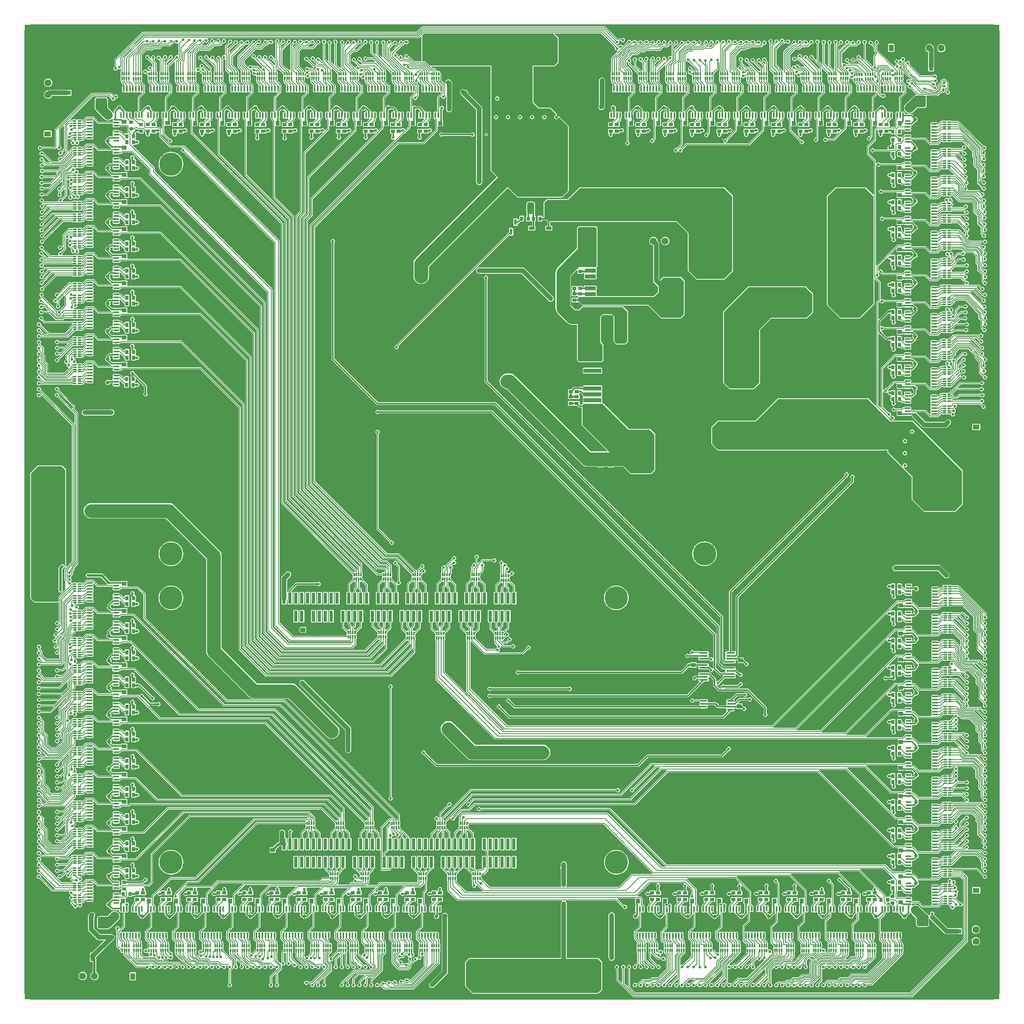
<source format=gtl>
G04 Layer_Physical_Order=1*
G04 Layer_Color=255*
%FSLAX25Y25*%
%MOIN*%
G70*
G01*
G75*
G04:AMPARAMS|DCode=10|XSize=100.39mil|YSize=98.42mil|CornerRadius=14.76mil|HoleSize=0mil|Usage=FLASHONLY|Rotation=0.000|XOffset=0mil|YOffset=0mil|HoleType=Round|Shape=RoundedRectangle|*
%AMROUNDEDRECTD10*
21,1,0.10039,0.06890,0,0,0.0*
21,1,0.07087,0.09842,0,0,0.0*
1,1,0.02953,0.03543,-0.03445*
1,1,0.02953,-0.03543,-0.03445*
1,1,0.02953,-0.03543,0.03445*
1,1,0.02953,0.03543,0.03445*
%
%ADD10ROUNDEDRECTD10*%
%ADD11R,0.01181X0.03150*%
%ADD12R,0.02913X0.09449*%
%ADD13R,0.02756X0.03543*%
G04:AMPARAMS|DCode=14|XSize=275.59mil|YSize=275.59mil|CornerRadius=13.78mil|HoleSize=0mil|Usage=FLASHONLY|Rotation=0.000|XOffset=0mil|YOffset=0mil|HoleType=Round|Shape=RoundedRectangle|*
%AMROUNDEDRECTD14*
21,1,0.27559,0.24803,0,0,0.0*
21,1,0.24803,0.27559,0,0,0.0*
1,1,0.02756,0.12402,-0.12402*
1,1,0.02756,-0.12402,-0.12402*
1,1,0.02756,-0.12402,0.12402*
1,1,0.02756,0.12402,0.12402*
%
%ADD14ROUNDEDRECTD14*%
G04:AMPARAMS|DCode=15|XSize=59.05mil|YSize=98.42mil|CornerRadius=14.76mil|HoleSize=0mil|Usage=FLASHONLY|Rotation=0.000|XOffset=0mil|YOffset=0mil|HoleType=Round|Shape=RoundedRectangle|*
%AMROUNDEDRECTD15*
21,1,0.05905,0.06890,0,0,0.0*
21,1,0.02953,0.09842,0,0,0.0*
1,1,0.02953,0.01476,-0.03445*
1,1,0.02953,-0.01476,-0.03445*
1,1,0.02953,-0.01476,0.03445*
1,1,0.02953,0.01476,0.03445*
%
%ADD15ROUNDEDRECTD15*%
%ADD16R,0.04724X0.02756*%
%ADD17R,0.02362X0.05118*%
G04:AMPARAMS|DCode=18|XSize=100.39mil|YSize=98.42mil|CornerRadius=14.76mil|HoleSize=0mil|Usage=FLASHONLY|Rotation=270.000|XOffset=0mil|YOffset=0mil|HoleType=Round|Shape=RoundedRectangle|*
%AMROUNDEDRECTD18*
21,1,0.10039,0.06890,0,0,270.0*
21,1,0.07087,0.09842,0,0,270.0*
1,1,0.02953,-0.03445,-0.03543*
1,1,0.02953,-0.03445,0.03543*
1,1,0.02953,0.03445,0.03543*
1,1,0.02953,0.03445,-0.03543*
%
%ADD18ROUNDEDRECTD18*%
%ADD19R,0.03543X0.02756*%
G04:AMPARAMS|DCode=20|XSize=359.29mil|YSize=526.38mil|CornerRadius=1.8mil|HoleSize=0mil|Usage=FLASHONLY|Rotation=90.000|XOffset=0mil|YOffset=0mil|HoleType=Round|Shape=RoundedRectangle|*
%AMROUNDEDRECTD20*
21,1,0.35929,0.52278,0,0,90.0*
21,1,0.35570,0.52638,0,0,90.0*
1,1,0.00359,0.26139,0.17785*
1,1,0.00359,0.26139,-0.17785*
1,1,0.00359,-0.26139,-0.17785*
1,1,0.00359,-0.26139,0.17785*
%
%ADD20ROUNDEDRECTD20*%
G04:AMPARAMS|DCode=21|XSize=35.43mil|YSize=153.54mil|CornerRadius=1.95mil|HoleSize=0mil|Usage=FLASHONLY|Rotation=90.000|XOffset=0mil|YOffset=0mil|HoleType=Round|Shape=RoundedRectangle|*
%AMROUNDEDRECTD21*
21,1,0.03543,0.14965,0,0,90.0*
21,1,0.03154,0.15354,0,0,90.0*
1,1,0.00390,0.07482,0.01577*
1,1,0.00390,0.07482,-0.01577*
1,1,0.00390,-0.07482,-0.01577*
1,1,0.00390,-0.07482,0.01577*
%
%ADD21ROUNDEDRECTD21*%
%ADD22R,0.05315X0.20866*%
%ADD23O,0.05905X0.01575*%
G04:AMPARAMS|DCode=24|XSize=35.04mil|YSize=94.88mil|CornerRadius=1.93mil|HoleSize=0mil|Usage=FLASHONLY|Rotation=90.000|XOffset=0mil|YOffset=0mil|HoleType=Round|Shape=RoundedRectangle|*
%AMROUNDEDRECTD24*
21,1,0.03504,0.09103,0,0,90.0*
21,1,0.03118,0.09488,0,0,90.0*
1,1,0.00385,0.04551,0.01559*
1,1,0.00385,0.04551,-0.01559*
1,1,0.00385,-0.04551,-0.01559*
1,1,0.00385,-0.04551,0.01559*
%
%ADD24ROUNDEDRECTD24*%
G04:AMPARAMS|DCode=25|XSize=210.63mil|YSize=336.22mil|CornerRadius=2.11mil|HoleSize=0mil|Usage=FLASHONLY|Rotation=90.000|XOffset=0mil|YOffset=0mil|HoleType=Round|Shape=RoundedRectangle|*
%AMROUNDEDRECTD25*
21,1,0.21063,0.33201,0,0,90.0*
21,1,0.20642,0.33622,0,0,90.0*
1,1,0.00421,0.16600,0.10321*
1,1,0.00421,0.16600,-0.10321*
1,1,0.00421,-0.16600,-0.10321*
1,1,0.00421,-0.16600,0.10321*
%
%ADD25ROUNDEDRECTD25*%
%ADD26R,0.03740X0.06693*%
%ADD27R,0.03937X0.03543*%
%ADD28O,0.07874X0.01378*%
%ADD29R,0.03543X0.03937*%
G04:AMPARAMS|DCode=30|XSize=15.75mil|YSize=47.24mil|CornerRadius=1.97mil|HoleSize=0mil|Usage=FLASHONLY|Rotation=270.000|XOffset=0mil|YOffset=0mil|HoleType=Round|Shape=RoundedRectangle|*
%AMROUNDEDRECTD30*
21,1,0.01575,0.04331,0,0,270.0*
21,1,0.01181,0.04724,0,0,270.0*
1,1,0.00394,-0.02165,-0.00591*
1,1,0.00394,-0.02165,0.00591*
1,1,0.00394,0.02165,0.00591*
1,1,0.00394,0.02165,-0.00591*
%
%ADD30ROUNDEDRECTD30*%
G04:AMPARAMS|DCode=31|XSize=15.75mil|YSize=47.24mil|CornerRadius=1.97mil|HoleSize=0mil|Usage=FLASHONLY|Rotation=0.000|XOffset=0mil|YOffset=0mil|HoleType=Round|Shape=RoundedRectangle|*
%AMROUNDEDRECTD31*
21,1,0.01575,0.04331,0,0,0.0*
21,1,0.01181,0.04724,0,0,0.0*
1,1,0.00394,0.00591,-0.02165*
1,1,0.00394,-0.00591,-0.02165*
1,1,0.00394,-0.00591,0.02165*
1,1,0.00394,0.00591,0.02165*
%
%ADD31ROUNDEDRECTD31*%
%ADD32R,0.03150X0.01181*%
%ADD33R,0.04134X0.05512*%
%ADD34R,0.05512X0.04134*%
%ADD35O,0.07087X0.17716*%
%ADD36O,0.17716X0.07087*%
G04:AMPARAMS|DCode=37|XSize=200.79mil|YSize=700.79mil|CornerRadius=25.1mil|HoleSize=0mil|Usage=FLASHONLY|Rotation=180.000|XOffset=0mil|YOffset=0mil|HoleType=Round|Shape=RoundedRectangle|*
%AMROUNDEDRECTD37*
21,1,0.20079,0.65059,0,0,180.0*
21,1,0.15059,0.70079,0,0,180.0*
1,1,0.05020,-0.07530,0.32530*
1,1,0.05020,0.07530,0.32530*
1,1,0.05020,0.07530,-0.32530*
1,1,0.05020,-0.07530,-0.32530*
%
%ADD37ROUNDEDRECTD37*%
%ADD38R,0.06693X0.03740*%
%ADD39C,0.01968*%
%ADD40C,0.00591*%
%ADD41C,0.03937*%
%ADD42C,0.01181*%
%ADD43C,0.00787*%
%ADD44C,0.11811*%
%ADD45C,0.07874*%
%ADD46C,0.00600*%
%ADD47C,0.19685*%
%ADD48O,0.27559X0.23622*%
%ADD49C,0.05905*%
%ADD50R,0.05905X0.05905*%
%ADD51R,0.05905X0.05905*%
%ADD52O,0.08661X0.09055*%
%ADD53C,0.02362*%
%ADD54C,0.03150*%
G36*
X413386Y-413386D02*
X-413386D01*
Y413386D01*
X413386D01*
Y-413386D01*
D02*
G37*
%LPC*%
G36*
X88583Y-62369D02*
X86945Y-62498D01*
X85349Y-62881D01*
X83832Y-63510D01*
X82431Y-64368D01*
X81183Y-65434D01*
X80116Y-66683D01*
X79258Y-68084D01*
X78630Y-69601D01*
X78246Y-71197D01*
X78117Y-72835D01*
X78246Y-74472D01*
X78630Y-76069D01*
X79258Y-77586D01*
X80116Y-78986D01*
X81183Y-80235D01*
X82431Y-81301D01*
X83832Y-82159D01*
X85349Y-82788D01*
X86945Y-83171D01*
X88583Y-83300D01*
X90220Y-83171D01*
X91817Y-82788D01*
X93334Y-82159D01*
X94734Y-81301D01*
X95983Y-80235D01*
X97049Y-78986D01*
X97907Y-77586D01*
X98536Y-76069D01*
X98919Y-74472D01*
X99048Y-72835D01*
X98919Y-71197D01*
X98536Y-69601D01*
X97907Y-68084D01*
X97049Y-66683D01*
X95983Y-65434D01*
X94734Y-64368D01*
X93334Y-63510D01*
X91817Y-62881D01*
X90220Y-62498D01*
X88583Y-62369D01*
D02*
G37*
G36*
X-181909Y-67668D02*
X-184823D01*
X-185275Y-67855D01*
X-185462Y-68307D01*
Y-77756D01*
X-185275Y-78208D01*
X-184823Y-78395D01*
X-181909D01*
X-181457Y-78208D01*
X-181270Y-77756D01*
Y-68307D01*
X-181457Y-67855D01*
X-181909Y-67668D01*
D02*
G37*
G36*
X-289370Y-62369D02*
X-291007Y-62498D01*
X-292604Y-62881D01*
X-294121Y-63510D01*
X-295521Y-64368D01*
X-296770Y-65434D01*
X-297837Y-66683D01*
X-298695Y-68084D01*
X-299323Y-69601D01*
X-299707Y-71197D01*
X-299835Y-72835D01*
X-299707Y-74472D01*
X-299323Y-76069D01*
X-298695Y-77586D01*
X-297837Y-78986D01*
X-296770Y-80235D01*
X-295521Y-81301D01*
X-294121Y-82159D01*
X-292604Y-82788D01*
X-291007Y-83171D01*
X-289370Y-83300D01*
X-287733Y-83171D01*
X-286136Y-82788D01*
X-284619Y-82159D01*
X-283219Y-81301D01*
X-281970Y-80235D01*
X-280904Y-78986D01*
X-280045Y-77586D01*
X-279417Y-76069D01*
X-279034Y-74472D01*
X-278905Y-72835D01*
X-279034Y-71197D01*
X-279417Y-69601D01*
X-280045Y-68084D01*
X-280904Y-66683D01*
X-281970Y-65434D01*
X-283219Y-64368D01*
X-284619Y-63510D01*
X-286136Y-62881D01*
X-287733Y-62498D01*
X-289370Y-62369D01*
D02*
G37*
G36*
X-156909Y-83022D02*
X-159823D01*
X-160275Y-83209D01*
X-160462Y-83661D01*
Y-93110D01*
X-160275Y-93562D01*
X-159823Y-93749D01*
X-156909D01*
X-156457Y-93562D01*
X-156270Y-93110D01*
Y-83661D01*
X-156457Y-83209D01*
X-156909Y-83022D01*
D02*
G37*
G36*
X-151909D02*
X-154823D01*
X-155275Y-83209D01*
X-155462Y-83661D01*
Y-93110D01*
X-155275Y-93562D01*
X-154823Y-93749D01*
X-151909D01*
X-151458Y-93562D01*
X-151270Y-93110D01*
Y-83661D01*
X-151458Y-83209D01*
X-151909Y-83022D01*
D02*
G37*
G36*
X-161909Y-67668D02*
X-164823D01*
X-165275Y-67855D01*
X-165462Y-68307D01*
Y-77756D01*
X-165275Y-78208D01*
X-164823Y-78395D01*
X-161909D01*
X-161458Y-78208D01*
X-161270Y-77756D01*
Y-68307D01*
X-161458Y-67855D01*
X-161909Y-67668D01*
D02*
G37*
G36*
X-156909D02*
X-159823D01*
X-160275Y-67855D01*
X-160462Y-68307D01*
Y-77756D01*
X-160275Y-78208D01*
X-159823Y-78395D01*
X-156909D01*
X-156457Y-78208D01*
X-156270Y-77756D01*
Y-68307D01*
X-156457Y-67855D01*
X-156909Y-67668D01*
D02*
G37*
G36*
X-166909D02*
X-169823D01*
X-170275Y-67855D01*
X-170462Y-68307D01*
Y-77756D01*
X-170275Y-78208D01*
X-169823Y-78395D01*
X-166909D01*
X-166457Y-78208D01*
X-166270Y-77756D01*
Y-68307D01*
X-166457Y-67855D01*
X-166909Y-67668D01*
D02*
G37*
G36*
X-176909D02*
X-179823D01*
X-180275Y-67855D01*
X-180462Y-68307D01*
Y-77756D01*
X-180275Y-78208D01*
X-179823Y-78395D01*
X-176909D01*
X-176458Y-78208D01*
X-176270Y-77756D01*
Y-68307D01*
X-176458Y-67855D01*
X-176909Y-67668D01*
D02*
G37*
G36*
X-171909D02*
X-174823D01*
X-175275Y-67855D01*
X-175462Y-68307D01*
Y-77756D01*
X-175275Y-78208D01*
X-174823Y-78395D01*
X-171909D01*
X-171458Y-78208D01*
X-171270Y-77756D01*
Y-68307D01*
X-171458Y-67855D01*
X-171909Y-67668D01*
D02*
G37*
G36*
X-152000Y231806D02*
X-152691Y231669D01*
X-153277Y231277D01*
X-153669Y230691D01*
X-153806Y230000D01*
X-153669Y229309D01*
X-153277Y228723D01*
X-153204Y228674D01*
Y130000D01*
X-153204Y130000D01*
X-153113Y129539D01*
X-152851Y129148D01*
X-114851Y91149D01*
X-114851Y91149D01*
X-114461Y90887D01*
X-114000Y90796D01*
X-114000Y90796D01*
X-14499D01*
X173796Y-97499D01*
Y-128000D01*
X173796Y-128000D01*
X173887Y-128461D01*
X174148Y-128851D01*
X178428Y-133131D01*
X178819Y-133392D01*
X179279Y-133484D01*
X179280Y-133484D01*
X180994D01*
X181125Y-133707D01*
X181202Y-133984D01*
X180964Y-134339D01*
X180865Y-134839D01*
X180964Y-135338D01*
X181202Y-135693D01*
X181125Y-135970D01*
X180994Y-136193D01*
X177101D01*
X173204Y-132297D01*
Y-104000D01*
X173113Y-103539D01*
X172852Y-103148D01*
X172852Y-103148D01*
X-16149Y85852D01*
X-16539Y86113D01*
X-17000Y86204D01*
X-17000Y86204D01*
X-112674D01*
X-112723Y86277D01*
X-113309Y86669D01*
X-114000Y86806D01*
X-114691Y86669D01*
X-115277Y86277D01*
X-115669Y85691D01*
X-115806Y85000D01*
X-115669Y84309D01*
X-115277Y83723D01*
X-114691Y83331D01*
X-114000Y83194D01*
X-113309Y83331D01*
X-112723Y83723D01*
X-112674Y83796D01*
X-17499D01*
X170796Y-104499D01*
Y-123599D01*
X170296Y-123750D01*
X170277Y-123723D01*
X169691Y-123331D01*
X169000Y-123194D01*
X168309Y-123331D01*
X168209Y-123398D01*
X167006D01*
X166875Y-123175D01*
X166798Y-122898D01*
X167036Y-122543D01*
X167135Y-122043D01*
X167036Y-121544D01*
X166753Y-121121D01*
X166669Y-121064D01*
Y-120463D01*
X166753Y-120407D01*
X167036Y-119983D01*
X167135Y-119484D01*
X167036Y-118985D01*
X166753Y-118562D01*
X166330Y-118279D01*
X165831Y-118180D01*
X162465D01*
X162444Y-118166D01*
X162098Y-118097D01*
X154527D01*
X154277Y-117723D01*
X153691Y-117331D01*
X153000Y-117194D01*
X152309Y-117331D01*
X151723Y-117723D01*
X151331Y-118309D01*
X151194Y-119000D01*
X151331Y-119691D01*
X151723Y-120277D01*
X151815Y-120339D01*
X151663Y-120839D01*
X150355D01*
X150277Y-120723D01*
X149691Y-120331D01*
X149000Y-120194D01*
X148309Y-120331D01*
X147723Y-120723D01*
X147331Y-121309D01*
X147194Y-122000D01*
X147331Y-122691D01*
X147723Y-123277D01*
X148309Y-123669D01*
X149000Y-123806D01*
X149691Y-123669D01*
X150277Y-123277D01*
X150297Y-123248D01*
X158159D01*
X158290Y-123471D01*
X158367Y-123748D01*
X158129Y-124103D01*
X158030Y-124602D01*
X158129Y-125102D01*
X158412Y-125525D01*
X158835Y-125808D01*
X159335Y-125907D01*
X165831D01*
X166330Y-125808D01*
X166332Y-125807D01*
X167408D01*
X167723Y-126277D01*
X168309Y-126669D01*
X169000Y-126806D01*
X169691Y-126669D01*
X170277Y-126277D01*
X170296Y-126250D01*
X170796Y-126401D01*
Y-132599D01*
X170296Y-132750D01*
X170277Y-132723D01*
X169691Y-132331D01*
X169000Y-132194D01*
X168914Y-132211D01*
X168131Y-131428D01*
X167740Y-131167D01*
X167280Y-131075D01*
X167280Y-131075D01*
X167006D01*
X166875Y-130852D01*
X166798Y-130575D01*
X167036Y-130220D01*
X167135Y-129720D01*
X167036Y-129221D01*
X166753Y-128798D01*
X166330Y-128515D01*
X165831Y-128416D01*
X159335D01*
X158835Y-128515D01*
X158834Y-128516D01*
X156608D01*
Y-128079D01*
X156421Y-127627D01*
X155968Y-127439D01*
X152032D01*
X151579Y-127627D01*
X151392Y-128079D01*
Y-128198D01*
X150892Y-128465D01*
X150691Y-128331D01*
X150000Y-128194D01*
X149309Y-128331D01*
X148723Y-128723D01*
X148331Y-129309D01*
X148194Y-130000D01*
X148211Y-130086D01*
X143501Y-134796D01*
X6326D01*
X6277Y-134723D01*
X5691Y-134331D01*
X5000Y-134194D01*
X4309Y-134331D01*
X3723Y-134723D01*
X3331Y-135309D01*
X3194Y-136000D01*
X3331Y-136691D01*
X3723Y-137277D01*
X4309Y-137669D01*
X5000Y-137806D01*
X5691Y-137669D01*
X6277Y-137277D01*
X6326Y-137204D01*
X144000D01*
X144000Y-137204D01*
X144461Y-137113D01*
X144852Y-136852D01*
X149914Y-131789D01*
X150000Y-131806D01*
X150691Y-131669D01*
X150892Y-131535D01*
X151033Y-131559D01*
X151451Y-131763D01*
X151579Y-132074D01*
X152032Y-132261D01*
X155968D01*
X156421Y-132074D01*
X156608Y-131622D01*
Y-130925D01*
X158159D01*
X158290Y-131148D01*
X158367Y-131425D01*
X158129Y-131780D01*
X158030Y-132280D01*
X158129Y-132779D01*
X158412Y-133202D01*
X158835Y-133485D01*
X159335Y-133584D01*
X165831D01*
X166330Y-133485D01*
X166332Y-133484D01*
X166781D01*
X167211Y-133914D01*
X167194Y-134000D01*
X167331Y-134691D01*
X167723Y-135277D01*
X168309Y-135669D01*
X169000Y-135806D01*
X169691Y-135669D01*
X170277Y-135277D01*
X170669Y-134691D01*
X170806Y-134000D01*
X171270Y-133768D01*
X175751Y-138249D01*
X176142Y-138510D01*
X176602Y-138602D01*
X176602Y-138602D01*
X179045D01*
X179197Y-139102D01*
X179192Y-139105D01*
X179192Y-139105D01*
X176401Y-141896D01*
X176401Y-141896D01*
X176401Y-141896D01*
X175086Y-143211D01*
X175000Y-143194D01*
X174309Y-143331D01*
X173723Y-143723D01*
X173704Y-143750D01*
X173204Y-143599D01*
Y-142000D01*
X173204Y-142000D01*
X173113Y-141539D01*
X172852Y-141148D01*
X168249Y-136546D01*
X167859Y-136285D01*
X167398Y-136193D01*
X167398Y-136193D01*
X166332D01*
X166330Y-136192D01*
X165831Y-136093D01*
X159335D01*
X158835Y-136192D01*
X158412Y-136475D01*
X158129Y-136898D01*
X158030Y-137398D01*
X158129Y-137897D01*
X158367Y-138252D01*
X158290Y-138529D01*
X158159Y-138752D01*
X156043D01*
X155582Y-138844D01*
X155192Y-139105D01*
X155192Y-139105D01*
X155086Y-139211D01*
X155000Y-139194D01*
X154309Y-139331D01*
X153723Y-139723D01*
X153331Y-140309D01*
X153194Y-141000D01*
X153331Y-141691D01*
X153723Y-142277D01*
X154309Y-142669D01*
X155000Y-142806D01*
X155691Y-142669D01*
X156277Y-142277D01*
X156669Y-141691D01*
X156774Y-141161D01*
X158159D01*
X158290Y-141384D01*
X158367Y-141661D01*
X158129Y-142016D01*
X158030Y-142516D01*
X158129Y-143015D01*
X158412Y-143438D01*
X158835Y-143721D01*
X158945Y-143743D01*
X159110Y-144285D01*
X148600Y-154796D01*
X-17674D01*
X-17723Y-154723D01*
X-18309Y-154331D01*
X-19000Y-154194D01*
X-19691Y-154331D01*
X-20277Y-154723D01*
X-20669Y-155309D01*
X-20806Y-156000D01*
X-20669Y-156691D01*
X-20277Y-157277D01*
X-19691Y-157669D01*
X-19000Y-157806D01*
X-18309Y-157669D01*
X-17723Y-157277D01*
X-17674Y-157204D01*
X149098D01*
X149098Y-157204D01*
X149559Y-157113D01*
X149950Y-156851D01*
X162981Y-143820D01*
X165831D01*
X166330Y-143721D01*
X166753Y-143438D01*
X167036Y-143015D01*
X167135Y-142516D01*
X167036Y-142016D01*
X166753Y-141593D01*
X166669Y-141537D01*
Y-140936D01*
X166753Y-140879D01*
X167036Y-140456D01*
X167135Y-139957D01*
X167036Y-139457D01*
X167013Y-139424D01*
X167402Y-139105D01*
X170796Y-142499D01*
Y-147000D01*
X170796Y-147000D01*
X170887Y-147461D01*
X171149Y-147852D01*
X175148Y-151851D01*
X175148Y-151851D01*
X175539Y-152113D01*
X176000Y-152204D01*
X199501D01*
X213796Y-166499D01*
Y-170674D01*
X213723Y-170723D01*
X213331Y-171309D01*
X213194Y-172000D01*
X213331Y-172691D01*
X213723Y-173277D01*
X214309Y-173669D01*
X215000Y-173806D01*
X215691Y-173669D01*
X216277Y-173277D01*
X216669Y-172691D01*
X216806Y-172000D01*
X216669Y-171309D01*
X216277Y-170723D01*
X216204Y-170674D01*
Y-166000D01*
X216113Y-165539D01*
X215851Y-165148D01*
X215851Y-165148D01*
X200851Y-150148D01*
X200461Y-149887D01*
X200000Y-149796D01*
X200000Y-149796D01*
X180928D01*
X180676Y-149296D01*
X180744Y-149204D01*
X192000D01*
X192000Y-149204D01*
X192461Y-149113D01*
X192851Y-148852D01*
X193914Y-147789D01*
X194000Y-147806D01*
X194691Y-147669D01*
X195277Y-147277D01*
X195669Y-146691D01*
X195806Y-146000D01*
X195669Y-145309D01*
X195277Y-144723D01*
X194691Y-144331D01*
X194000Y-144194D01*
X193309Y-144331D01*
X192723Y-144723D01*
X192331Y-145309D01*
X192194Y-146000D01*
X192211Y-146086D01*
X191501Y-146796D01*
X180326D01*
X180277Y-146723D01*
X179691Y-146331D01*
X179000Y-146194D01*
X178309Y-146331D01*
X177723Y-146723D01*
X177331Y-147309D01*
X177194Y-148000D01*
X177331Y-148691D01*
X177723Y-149277D01*
X177750Y-149296D01*
X177599Y-149796D01*
X176499D01*
X173529Y-146826D01*
X173545Y-146760D01*
X174116Y-146540D01*
X174309Y-146669D01*
X175000Y-146806D01*
X175691Y-146669D01*
X176277Y-146277D01*
X176669Y-145691D01*
X176806Y-145000D01*
X176789Y-144914D01*
X178104Y-143599D01*
X178104Y-143599D01*
X180542Y-141161D01*
X181668D01*
X181670Y-141162D01*
X182169Y-141261D01*
X188665D01*
X189165Y-141162D01*
X189588Y-140879D01*
X189871Y-140456D01*
X189970Y-139957D01*
X189871Y-139457D01*
X189588Y-139034D01*
X189504Y-138978D01*
Y-138376D01*
X189588Y-138320D01*
X189871Y-137897D01*
X189970Y-137398D01*
X189966Y-137376D01*
X190426Y-137129D01*
X192148Y-138851D01*
X192148Y-138851D01*
X192539Y-139113D01*
X192624Y-139129D01*
X192723Y-139277D01*
X193309Y-139669D01*
X194000Y-139806D01*
X194691Y-139669D01*
X195277Y-139277D01*
X195669Y-138691D01*
X195806Y-138000D01*
X195669Y-137309D01*
X195277Y-136723D01*
X194691Y-136331D01*
X194000Y-136194D01*
X193309Y-136331D01*
X193144Y-136441D01*
X190690Y-133987D01*
X190299Y-133726D01*
X189840Y-133635D01*
X189828Y-133616D01*
X189711Y-133415D01*
X189633Y-133134D01*
X189871Y-132779D01*
X189970Y-132280D01*
X189871Y-131780D01*
X189588Y-131357D01*
X189165Y-131074D01*
X188665Y-130975D01*
X182169D01*
X181670Y-131074D01*
X181668Y-131075D01*
X179778D01*
X176204Y-127501D01*
Y-97000D01*
X176113Y-96539D01*
X175852Y-96149D01*
X175852Y-96149D01*
X-13149Y92852D01*
X-13539Y93113D01*
X-14000Y93204D01*
X-14000Y93204D01*
X-113501D01*
X-150796Y130499D01*
Y228674D01*
X-150723Y228723D01*
X-150331Y229309D01*
X-150194Y230000D01*
X-150331Y230691D01*
X-150723Y231277D01*
X-151309Y231669D01*
X-152000Y231806D01*
D02*
G37*
G36*
X-22000Y200806D02*
X-22691Y200669D01*
X-23277Y200277D01*
X-23669Y199691D01*
X-23806Y199000D01*
X-23669Y198309D01*
X-23277Y197723D01*
X-23204Y197674D01*
Y111000D01*
X-23204Y111000D01*
X-23113Y110539D01*
X-22851Y110149D01*
X176796Y-89499D01*
Y-125000D01*
X176796Y-125000D01*
X176887Y-125461D01*
X177148Y-125852D01*
X179310Y-128013D01*
X179701Y-128274D01*
X180161Y-128366D01*
X180161Y-128366D01*
X181668D01*
X181670Y-128367D01*
X182169Y-128466D01*
X188665D01*
X189165Y-128367D01*
X189588Y-128084D01*
X189871Y-127661D01*
X189970Y-127161D01*
X189871Y-126662D01*
X189633Y-126307D01*
X189710Y-126030D01*
X189841Y-125807D01*
X191392D01*
Y-127622D01*
X191579Y-128074D01*
X192032Y-128261D01*
X195968D01*
X196386Y-128088D01*
X197211Y-128914D01*
X197194Y-129000D01*
X197331Y-129691D01*
X197723Y-130277D01*
X198309Y-130669D01*
X199000Y-130806D01*
X199691Y-130669D01*
X200277Y-130277D01*
X200669Y-129691D01*
X200806Y-129000D01*
X200669Y-128309D01*
X200277Y-127723D01*
X199691Y-127331D01*
X199000Y-127194D01*
X198914Y-127211D01*
X196702Y-124999D01*
X196608Y-124936D01*
Y-124079D01*
X196421Y-123627D01*
X195968Y-123440D01*
X192960D01*
X192752Y-123398D01*
X192752Y-123398D01*
X190955D01*
X190803Y-122898D01*
X190808Y-122895D01*
X191851Y-121852D01*
X191851Y-121852D01*
X192113Y-121461D01*
X192204Y-121000D01*
Y-72499D01*
X289851Y25148D01*
X290113Y25539D01*
X290204Y26000D01*
X290204Y26000D01*
Y28674D01*
X290277Y28723D01*
X290669Y29309D01*
X290806Y30000D01*
X290669Y30691D01*
X290277Y31277D01*
X289691Y31669D01*
X289000Y31806D01*
X288309Y31669D01*
X287723Y31277D01*
X287331Y30691D01*
X287194Y30000D01*
X287331Y29309D01*
X287723Y28723D01*
X287796Y28674D01*
Y26499D01*
X190148Y-71149D01*
X189887Y-71539D01*
X189796Y-72000D01*
X189796Y-72000D01*
Y-118099D01*
X189296Y-118367D01*
X189165Y-118279D01*
X188665Y-118180D01*
X186622D01*
Y-68081D01*
X284852Y30149D01*
X285113Y30539D01*
X285129Y30624D01*
X285277Y30723D01*
X285669Y31309D01*
X285806Y32000D01*
X285669Y32691D01*
X285277Y33277D01*
X284691Y33669D01*
X284000Y33806D01*
X283309Y33669D01*
X282723Y33277D01*
X282331Y32691D01*
X282194Y32000D01*
X282331Y31309D01*
X282441Y31144D01*
X184566Y-66731D01*
X184305Y-67122D01*
X184213Y-67583D01*
X184213Y-67583D01*
Y-118180D01*
X182169D01*
X181670Y-118279D01*
X181247Y-118562D01*
X180964Y-118985D01*
X180865Y-119484D01*
X180964Y-119983D01*
X181247Y-120407D01*
X181331Y-120463D01*
Y-121064D01*
X181247Y-121121D01*
X180964Y-121544D01*
X180865Y-122043D01*
X180964Y-122543D01*
X181247Y-122966D01*
X181331Y-123022D01*
Y-123624D01*
X181247Y-123680D01*
X180964Y-124103D01*
X180865Y-124602D01*
X180964Y-125102D01*
X181104Y-125311D01*
X180896Y-125809D01*
X180544Y-125841D01*
X179204Y-124501D01*
Y-89000D01*
X179113Y-88539D01*
X178851Y-88148D01*
X178851Y-88148D01*
X-20796Y111499D01*
Y197674D01*
X-20723Y197723D01*
X-20331Y198309D01*
X-20194Y199000D01*
X-20331Y199691D01*
X-20723Y200277D01*
X-21309Y200669D01*
X-22000Y200806D01*
D02*
G37*
G36*
X49000Y-148194D02*
X48309Y-148331D01*
X47723Y-148723D01*
X47674Y-148796D01*
X-17674D01*
X-17723Y-148723D01*
X-18309Y-148331D01*
X-19000Y-148194D01*
X-19691Y-148331D01*
X-20277Y-148723D01*
X-20669Y-149309D01*
X-20806Y-150000D01*
X-20669Y-150691D01*
X-20277Y-151277D01*
X-19691Y-151669D01*
X-19000Y-151806D01*
X-18309Y-151669D01*
X-17723Y-151277D01*
X-17674Y-151204D01*
X47674D01*
X47723Y-151277D01*
X48309Y-151669D01*
X49000Y-151806D01*
X49691Y-151669D01*
X50277Y-151277D01*
X50669Y-150691D01*
X50806Y-150000D01*
X50669Y-149309D01*
X50277Y-148723D01*
X49691Y-148331D01*
X49000Y-148194D01*
D02*
G37*
G36*
X-291000Y7527D02*
X-357000D01*
X-358274Y7402D01*
X-359498Y7031D01*
X-360627Y6427D01*
X-361616Y5616D01*
X-362427Y4626D01*
X-363031Y3498D01*
X-363402Y2273D01*
X-363527Y1000D01*
X-363402Y-274D01*
X-363031Y-1498D01*
X-362427Y-2627D01*
X-361616Y-3616D01*
X-360627Y-4427D01*
X-359498Y-5031D01*
X-358274Y-5402D01*
X-357000Y-5528D01*
X-293704D01*
X-259527Y-39704D01*
Y-118000D01*
X-259402Y-119273D01*
X-259031Y-120498D01*
X-258427Y-121626D01*
X-257616Y-122616D01*
X-223616Y-156616D01*
X-222626Y-157427D01*
X-221498Y-158031D01*
X-220273Y-158402D01*
X-219000Y-158528D01*
X-189704D01*
X-157616Y-190616D01*
X-156626Y-191427D01*
X-155498Y-192031D01*
X-154273Y-192402D01*
X-153000Y-192527D01*
X-151726Y-192402D01*
X-150502Y-192031D01*
X-149373Y-191427D01*
X-148384Y-190616D01*
X-147573Y-189627D01*
X-146969Y-188498D01*
X-146598Y-187274D01*
X-146473Y-186000D01*
X-146598Y-184727D01*
X-146969Y-183502D01*
X-147573Y-182373D01*
X-148384Y-181384D01*
X-182384Y-147384D01*
X-183373Y-146573D01*
X-184502Y-145969D01*
X-185726Y-145598D01*
X-187000Y-145473D01*
X-216296D01*
X-246473Y-115296D01*
Y-37000D01*
X-246598Y-35726D01*
X-246969Y-34502D01*
X-247573Y-33373D01*
X-248384Y-32384D01*
X-286384Y5616D01*
X-287373Y6427D01*
X-288502Y7031D01*
X-289726Y7402D01*
X-291000Y7527D01*
D02*
G37*
G36*
X198000Y-153194D02*
X197309Y-153331D01*
X196723Y-153723D01*
X196674Y-153796D01*
X190579D01*
X190118Y-153887D01*
X189727Y-154148D01*
X189727Y-154148D01*
X185119Y-158756D01*
X183252D01*
X182714Y-158863D01*
X182258Y-159168D01*
X181954Y-159624D01*
X181847Y-160161D01*
X181954Y-160699D01*
X182245Y-161135D01*
X182313Y-161267D01*
Y-161615D01*
X182245Y-161747D01*
X181954Y-162183D01*
X181847Y-162721D01*
X181954Y-163258D01*
X182166Y-163575D01*
X181988Y-164026D01*
X181944Y-164075D01*
X175868D01*
X175806Y-164000D01*
X175669Y-163309D01*
X175277Y-162723D01*
X174691Y-162331D01*
X174000Y-162194D01*
X173914Y-162211D01*
X173572Y-161869D01*
X173181Y-161608D01*
X172721Y-161516D01*
X172720Y-161516D01*
X166056D01*
X166013Y-161467D01*
X165834Y-161016D01*
X166046Y-160699D01*
X166153Y-160161D01*
X166046Y-159624D01*
X165742Y-159168D01*
X165286Y-158863D01*
X164748Y-158756D01*
X160417D01*
X159880Y-158863D01*
X159530Y-159097D01*
X154527D01*
X154277Y-158723D01*
X153691Y-158331D01*
X153000Y-158194D01*
X152309Y-158331D01*
X151723Y-158723D01*
X151331Y-159309D01*
X151194Y-160000D01*
X151331Y-160691D01*
X151723Y-161277D01*
X152309Y-161669D01*
X153000Y-161806D01*
X153691Y-161669D01*
X154277Y-161277D01*
X154527Y-160903D01*
X159256D01*
X159410Y-161135D01*
X159478Y-161267D01*
Y-161615D01*
X159410Y-161747D01*
X159119Y-162183D01*
X159012Y-162721D01*
X159119Y-163258D01*
X159331Y-163575D01*
X159153Y-164026D01*
X159110Y-164075D01*
X2778D01*
X-1211Y-160086D01*
X-1194Y-160000D01*
X-1331Y-159309D01*
X-1723Y-158723D01*
X-2309Y-158331D01*
X-3000Y-158194D01*
X-3691Y-158331D01*
X-4277Y-158723D01*
X-4669Y-159309D01*
X-4806Y-160000D01*
X-4669Y-160691D01*
X-4277Y-161277D01*
X-3691Y-161669D01*
X-3000Y-161806D01*
X-2914Y-161789D01*
X1428Y-166131D01*
X1428Y-166131D01*
X1819Y-166392D01*
X2279Y-166484D01*
X2280Y-166484D01*
X159739D01*
X159880Y-166577D01*
X160417Y-166684D01*
X164748D01*
X165286Y-166577D01*
X165742Y-166273D01*
X166046Y-165817D01*
X166153Y-165279D01*
X166046Y-164742D01*
X165834Y-164425D01*
X166013Y-163974D01*
X166056Y-163925D01*
X172132D01*
X172194Y-164000D01*
X172331Y-164691D01*
X172723Y-165277D01*
X173309Y-165669D01*
X174000Y-165806D01*
X174086Y-165789D01*
X174428Y-166131D01*
X174428Y-166131D01*
X174819Y-166392D01*
X175279Y-166484D01*
X181944D01*
X181988Y-166533D01*
X182166Y-166984D01*
X181954Y-167301D01*
X181847Y-167839D01*
X181954Y-168376D01*
X182258Y-168832D01*
X182300Y-169253D01*
X178757Y-172796D01*
X-1501D01*
X-9211Y-165086D01*
X-9194Y-165000D01*
X-9331Y-164309D01*
X-9723Y-163723D01*
X-10309Y-163331D01*
X-11000Y-163194D01*
X-11691Y-163331D01*
X-12277Y-163723D01*
X-12669Y-164309D01*
X-12806Y-165000D01*
X-12669Y-165691D01*
X-12277Y-166277D01*
X-11691Y-166669D01*
X-11000Y-166806D01*
X-10914Y-166789D01*
X-2851Y-174852D01*
X-2851Y-174852D01*
X-2461Y-175113D01*
X-2000Y-175204D01*
X179256D01*
X179256Y-175204D01*
X179717Y-175113D01*
X180107Y-174852D01*
X185715Y-169244D01*
X187583D01*
X188120Y-169137D01*
X188576Y-168832D01*
X188881Y-168376D01*
X188988Y-167839D01*
X188881Y-167301D01*
X188669Y-166984D01*
X188847Y-166533D01*
X188890Y-166484D01*
X190392D01*
Y-166622D01*
X190579Y-167074D01*
X191032Y-167261D01*
X194968D01*
X195279Y-167427D01*
X195331Y-167691D01*
X195723Y-168277D01*
X196309Y-168669D01*
X197000Y-168806D01*
X197691Y-168669D01*
X198277Y-168277D01*
X198669Y-167691D01*
X198806Y-167000D01*
X198669Y-166309D01*
X198277Y-165723D01*
X197691Y-165331D01*
X197000Y-165194D01*
X196914Y-165211D01*
X195702Y-163999D01*
X195608Y-163936D01*
Y-163079D01*
X195421Y-162627D01*
X194968Y-162440D01*
X191917D01*
X191726Y-161978D01*
X193499Y-160204D01*
X200674D01*
X200723Y-160277D01*
X201309Y-160669D01*
X202000Y-160806D01*
X202691Y-160669D01*
X203277Y-160277D01*
X203669Y-159691D01*
X203806Y-159000D01*
X203669Y-158309D01*
X203277Y-157723D01*
X202691Y-157331D01*
X202000Y-157194D01*
X201309Y-157331D01*
X200723Y-157723D01*
X200674Y-157796D01*
X193000D01*
X193000Y-157796D01*
X192539Y-157887D01*
X192148Y-158149D01*
X192148Y-158149D01*
X189249Y-161048D01*
X188860Y-160730D01*
X188881Y-160699D01*
X188988Y-160161D01*
X188881Y-159624D01*
X188576Y-159168D01*
X188535Y-158747D01*
X191078Y-156204D01*
X196674D01*
X196723Y-156277D01*
X197309Y-156669D01*
X198000Y-156806D01*
X198691Y-156669D01*
X199277Y-156277D01*
X199669Y-155691D01*
X199806Y-155000D01*
X199669Y-154309D01*
X199277Y-153723D01*
X198691Y-153331D01*
X198000Y-153194D01*
D02*
G37*
G36*
X-166909Y-83022D02*
X-169823D01*
X-170275Y-83209D01*
X-170462Y-83661D01*
Y-93110D01*
X-170275Y-93562D01*
X-169823Y-93749D01*
X-166909D01*
X-166457Y-93562D01*
X-166270Y-93110D01*
Y-83661D01*
X-166457Y-83209D01*
X-166909Y-83022D01*
D02*
G37*
G36*
X-161909D02*
X-164823D01*
X-165275Y-83209D01*
X-165462Y-83661D01*
Y-93110D01*
X-165275Y-93562D01*
X-164823Y-93749D01*
X-161909D01*
X-161458Y-93562D01*
X-161270Y-93110D01*
Y-83661D01*
X-161458Y-83209D01*
X-161909Y-83022D01*
D02*
G37*
G36*
X-176909D02*
X-179823D01*
X-180275Y-83209D01*
X-180462Y-83661D01*
Y-93110D01*
X-180275Y-93562D01*
X-179823Y-93749D01*
X-176909D01*
X-176458Y-93562D01*
X-176270Y-93110D01*
Y-83661D01*
X-176458Y-83209D01*
X-176909Y-83022D01*
D02*
G37*
G36*
X-175378Y-97392D02*
X-178921D01*
X-179373Y-97579D01*
X-179524Y-97944D01*
X-179825Y-98175D01*
X-180235Y-98709D01*
X-180493Y-99332D01*
X-180581Y-100000D01*
X-180493Y-100668D01*
X-180235Y-101291D01*
X-179825Y-101825D01*
X-179524Y-102056D01*
X-179373Y-102420D01*
X-178921Y-102608D01*
X-175378D01*
X-174926Y-102420D01*
X-174739Y-101969D01*
Y-100867D01*
X-174656Y-100668D01*
X-174568Y-100000D01*
X-174656Y-99332D01*
X-174739Y-99133D01*
Y-98032D01*
X-174926Y-97579D01*
X-175378Y-97392D01*
D02*
G37*
G36*
X-181909Y-83022D02*
X-184823D01*
X-185275Y-83209D01*
X-185462Y-83661D01*
Y-93110D01*
X-185275Y-93562D01*
X-184823Y-93749D01*
X-181909D01*
X-181457Y-93562D01*
X-181270Y-93110D01*
Y-83661D01*
X-181457Y-83209D01*
X-181909Y-83022D01*
D02*
G37*
G36*
X-151909Y-67668D02*
X-154823D01*
X-155275Y-67855D01*
X-155462Y-68307D01*
Y-77756D01*
X-155275Y-78208D01*
X-154823Y-78395D01*
X-151909D01*
X-151458Y-78208D01*
X-151270Y-77756D01*
Y-68307D01*
X-151458Y-67855D01*
X-151909Y-67668D01*
D02*
G37*
G36*
X396756Y74966D02*
X391244D01*
X390792Y74779D01*
X390605Y74327D01*
Y70193D01*
X390792Y69741D01*
X391244Y69554D01*
X396756D01*
X397208Y69741D01*
X397395Y70193D01*
Y74327D01*
X397208Y74779D01*
X396756Y74966D01*
D02*
G37*
G36*
X-340000Y87181D02*
X-340668Y87093D01*
X-340939Y86981D01*
X-362500D01*
X-363168Y86893D01*
X-363791Y86635D01*
X-364325Y86225D01*
X-364735Y85691D01*
X-364993Y85068D01*
X-365081Y84400D01*
X-364993Y83732D01*
X-364735Y83109D01*
X-364325Y82575D01*
X-363791Y82165D01*
X-363168Y81907D01*
X-362500Y81819D01*
X-340200D01*
X-340135Y81827D01*
X-340071Y81819D01*
X-339403Y81907D01*
X-338780Y82165D01*
X-338246Y82575D01*
X-338175Y82646D01*
X-337765Y83180D01*
X-337507Y83803D01*
X-337419Y84471D01*
Y84600D01*
X-337507Y85268D01*
X-337765Y85891D01*
X-338175Y86425D01*
X-338709Y86835D01*
X-339332Y87093D01*
X-340000Y87181D01*
D02*
G37*
G36*
X-2000Y117527D02*
X-4000D01*
X-5273Y117402D01*
X-6498Y117031D01*
X-7626Y116427D01*
X-8616Y115616D01*
X-9427Y114627D01*
X-10031Y113498D01*
X-10402Y112274D01*
X-10527Y111000D01*
X-10402Y109727D01*
X-10031Y108502D01*
X-9427Y107373D01*
X-8616Y106384D01*
X-7626Y105573D01*
X-6498Y104969D01*
X-5273Y104598D01*
X-4781Y104549D01*
X59384Y40384D01*
X60374Y39573D01*
X61502Y38969D01*
X62726Y38598D01*
X64000Y38473D01*
X72392D01*
Y38378D01*
X72579Y37926D01*
X73032Y37739D01*
X76968D01*
X77421Y37926D01*
X77608Y38378D01*
Y38473D01*
X81392D01*
Y38378D01*
X81580Y37926D01*
X82032Y37739D01*
X85969D01*
X86421Y37926D01*
X86608Y38378D01*
Y38473D01*
X94624D01*
X100548Y32548D01*
X101000Y32361D01*
X118000D01*
X118452Y32548D01*
X121452Y35548D01*
X121639Y36000D01*
Y66000D01*
X121452Y66452D01*
X117452Y70452D01*
X117000Y70639D01*
X99265D01*
X77452Y92452D01*
X77000Y92639D01*
X76831D01*
X76551Y93113D01*
X76553Y93139D01*
X76610Y93423D01*
Y96577D01*
X76549Y96883D01*
X76375Y97143D01*
X76257Y97222D01*
X76236Y97291D01*
Y97709D01*
X76257Y97778D01*
X76375Y97857D01*
X76549Y98117D01*
X76610Y98423D01*
Y101577D01*
X76549Y101883D01*
X76375Y102143D01*
X76257Y102222D01*
X76236Y102291D01*
Y102709D01*
X76257Y102778D01*
X76375Y102857D01*
X76549Y103117D01*
X76610Y103423D01*
Y106577D01*
X76549Y106883D01*
X76375Y107143D01*
X76116Y107317D01*
X75809Y107378D01*
X60844D01*
X60538Y107317D01*
X60278Y107143D01*
X60105Y106883D01*
X60044Y106577D01*
Y106204D01*
X58073D01*
X58061Y106213D01*
X57600Y106304D01*
X57600Y106304D01*
X53100D01*
X53100Y106304D01*
X52639Y106213D01*
X52332Y106007D01*
X52047D01*
X51586Y105916D01*
X51196Y105655D01*
X50935Y105264D01*
X50843Y104803D01*
Y104546D01*
X50558Y104261D01*
X48228D01*
X47776Y104074D01*
X47589Y103622D01*
Y100866D01*
X47776Y100414D01*
X48173Y100250D01*
X48202Y100000D01*
X48173Y99750D01*
X47776Y99586D01*
X47589Y99134D01*
Y96378D01*
X47776Y95926D01*
X48228Y95739D01*
X51772D01*
X52224Y95926D01*
X52229Y95940D01*
X52771D01*
X52776Y95926D01*
X53228Y95739D01*
X56772D01*
X57224Y95926D01*
X57411Y96378D01*
Y99134D01*
X57224Y99586D01*
X56827Y99750D01*
X56798Y100000D01*
X56827Y100250D01*
X57224Y100414D01*
X57411Y100866D01*
Y101096D01*
X58101D01*
X60044Y99153D01*
Y98423D01*
X60105Y98117D01*
X60278Y97857D01*
X60397Y97778D01*
X60418Y97709D01*
Y97291D01*
X60397Y97222D01*
X60278Y97143D01*
X60105Y96883D01*
X60044Y96577D01*
Y93423D01*
X60105Y93117D01*
X60278Y92857D01*
X60291Y92848D01*
X60294Y92844D01*
X60347Y92251D01*
X59548Y91452D01*
X59445Y91204D01*
X57743D01*
X57411Y91536D01*
Y93622D01*
X57224Y94074D01*
X56772Y94261D01*
X53228D01*
X52776Y94074D01*
X52771Y94060D01*
X52229D01*
X52224Y94074D01*
X51772Y94261D01*
X48228D01*
X47776Y94074D01*
X47589Y93622D01*
Y90866D01*
X47776Y90414D01*
X48228Y90227D01*
X51772D01*
X52224Y90414D01*
X52229Y90428D01*
X52771D01*
X52776Y90414D01*
X53228Y90227D01*
X55314D01*
X56393Y89148D01*
X56393Y89148D01*
X56783Y88887D01*
X57244Y88796D01*
X59361D01*
Y74000D01*
X59548Y73548D01*
X81107Y51989D01*
X80915Y51528D01*
X66704D01*
X2616Y115616D01*
X1626Y116427D01*
X498Y117031D01*
X-727Y117402D01*
X-2000Y117527D01*
D02*
G37*
G36*
X-30000Y-36194D02*
X-30691Y-36331D01*
X-31277Y-36723D01*
X-31669Y-37309D01*
X-31806Y-38000D01*
X-31669Y-38691D01*
X-31277Y-39277D01*
X-30836Y-39572D01*
Y-43072D01*
X-31249Y-43328D01*
X-31336Y-43326D01*
X-32000Y-43194D01*
X-32691Y-43331D01*
X-33277Y-43723D01*
X-33669Y-44309D01*
X-33806Y-45000D01*
X-33719Y-45441D01*
X-34591Y-46314D01*
X-34787Y-46607D01*
X-34856Y-46953D01*
Y-50947D01*
X-34995Y-51005D01*
X-35182Y-51457D01*
Y-54606D01*
X-35019Y-55000D01*
X-35182Y-55394D01*
Y-56921D01*
X-39005Y-60743D01*
X-39201Y-61036D01*
X-39269Y-61382D01*
Y-67668D01*
X-39823D01*
X-40275Y-67855D01*
X-40462Y-68307D01*
Y-77756D01*
X-40275Y-78208D01*
X-39823Y-78395D01*
X-36909D01*
X-36457Y-78208D01*
X-36270Y-77756D01*
Y-68307D01*
X-36457Y-67855D01*
X-36909Y-67668D01*
X-37463D01*
Y-61756D01*
X-34788Y-59081D01*
X-34543Y-59183D01*
X-33362D01*
X-32887Y-59527D01*
Y-62110D01*
X-34139Y-63361D01*
X-34334Y-63654D01*
X-34403Y-64000D01*
Y-67668D01*
X-34823D01*
X-35275Y-67855D01*
X-35462Y-68307D01*
Y-77756D01*
X-35275Y-78208D01*
X-34823Y-78395D01*
X-31909D01*
X-31457Y-78208D01*
X-31270Y-77756D01*
Y-68307D01*
X-31457Y-67855D01*
X-31909Y-67668D01*
X-32597D01*
Y-64374D01*
X-31392Y-63169D01*
X-31179Y-63181D01*
X-30858Y-63292D01*
X-30850Y-63330D01*
X-30654Y-63623D01*
X-29269Y-65008D01*
Y-67668D01*
X-29823D01*
X-30275Y-67855D01*
X-30462Y-68307D01*
Y-77756D01*
X-30275Y-78208D01*
X-29823Y-78395D01*
X-26909D01*
X-26458Y-78208D01*
X-26270Y-77756D01*
Y-68307D01*
X-26458Y-67855D01*
X-26909Y-67668D01*
X-27463D01*
Y-64634D01*
X-27532Y-64288D01*
X-27727Y-63995D01*
X-29113Y-62610D01*
Y-59527D01*
X-28638Y-59183D01*
X-27457D01*
X-27212Y-59081D01*
X-24269Y-62024D01*
Y-67668D01*
X-24823D01*
X-25275Y-67855D01*
X-25462Y-68307D01*
Y-77756D01*
X-25275Y-78208D01*
X-24823Y-78395D01*
X-21910D01*
X-21457Y-78208D01*
X-21270Y-77756D01*
Y-68307D01*
X-21457Y-67855D01*
X-21910Y-67668D01*
X-22463D01*
Y-61650D01*
X-22532Y-61304D01*
X-22727Y-61011D01*
X-26818Y-56921D01*
Y-55394D01*
X-26981Y-55000D01*
X-26818Y-54606D01*
Y-53079D01*
X-24361Y-50623D01*
X-24166Y-50330D01*
X-24097Y-49984D01*
Y-46527D01*
X-23723Y-46277D01*
X-23331Y-45691D01*
X-23194Y-45000D01*
X-23331Y-44309D01*
X-23723Y-43723D01*
X-24309Y-43331D01*
X-25000Y-43194D01*
X-25261Y-43246D01*
X-25508Y-42785D01*
X-24626Y-41903D01*
X-16527D01*
X-16277Y-42277D01*
X-15691Y-42669D01*
X-15000Y-42806D01*
X-14309Y-42669D01*
X-13723Y-42277D01*
X-13331Y-41691D01*
X-13194Y-41000D01*
X-13331Y-40309D01*
X-13723Y-39723D01*
X-14309Y-39331D01*
X-15000Y-39194D01*
X-15691Y-39331D01*
X-16277Y-39723D01*
X-16527Y-40097D01*
X-25000D01*
X-25000Y-40097D01*
X-25346Y-40166D01*
X-25639Y-40361D01*
X-28568Y-43291D01*
X-29030Y-43099D01*
Y-39483D01*
X-28723Y-39277D01*
X-28331Y-38691D01*
X-28194Y-38000D01*
X-28331Y-37309D01*
X-28723Y-36723D01*
X-29309Y-36331D01*
X-30000Y-36194D01*
D02*
G37*
G36*
X-114000Y69806D02*
X-114691Y69669D01*
X-115277Y69277D01*
X-115669Y68691D01*
X-115806Y68000D01*
X-115669Y67309D01*
X-115277Y66723D01*
X-114903Y66473D01*
Y-14000D01*
X-114834Y-14346D01*
X-114639Y-14639D01*
X-103719Y-25559D01*
X-103806Y-26000D01*
X-103669Y-26691D01*
X-103277Y-27277D01*
X-102691Y-27669D01*
X-102000Y-27806D01*
X-101309Y-27669D01*
X-100723Y-27277D01*
X-100331Y-26691D01*
X-100194Y-26000D01*
X-100331Y-25309D01*
X-100723Y-24723D01*
X-101309Y-24331D01*
X-102000Y-24194D01*
X-102441Y-24281D01*
X-113097Y-13626D01*
Y66473D01*
X-112723Y66723D01*
X-112331Y67309D01*
X-112194Y68000D01*
X-112331Y68691D01*
X-112723Y69277D01*
X-113309Y69669D01*
X-114000Y69806D01*
D02*
G37*
G36*
X398900Y111206D02*
X398209Y111069D01*
X397623Y110677D01*
X397373Y110303D01*
X380400D01*
X380400Y110303D01*
X380054Y110234D01*
X379761Y110039D01*
X370953Y101230D01*
X369425D01*
X369032Y101067D01*
X368638Y101230D01*
X365488D01*
X365036Y101042D01*
X364959Y100856D01*
X363953D01*
X363607Y100787D01*
X363314Y100591D01*
X362024Y99301D01*
X361124D01*
X360953Y99556D01*
X360693Y99730D01*
X360386Y99791D01*
X356055D01*
X355748Y99730D01*
X355487Y99556D01*
X355313Y99295D01*
X355252Y98988D01*
Y97807D01*
X355313Y97500D01*
X355322Y97487D01*
X355446Y97118D01*
X355322Y96749D01*
X355313Y96736D01*
X355252Y96429D01*
Y95248D01*
X355313Y94941D01*
X355322Y94928D01*
X355446Y94559D01*
X355322Y94190D01*
X355313Y94177D01*
X355252Y93870D01*
Y92689D01*
X355313Y92382D01*
X355322Y92369D01*
X355446Y92000D01*
X355322Y91631D01*
X355313Y91618D01*
X355252Y91311D01*
Y90130D01*
X355313Y89823D01*
X355322Y89810D01*
X355446Y89441D01*
X355322Y89072D01*
X355313Y89059D01*
X355252Y88752D01*
Y87571D01*
X355313Y87264D01*
X355322Y87251D01*
X355446Y86882D01*
X355322Y86513D01*
X355313Y86500D01*
X355252Y86193D01*
Y85012D01*
X355313Y84705D01*
X355322Y84692D01*
X355446Y84323D01*
X355322Y83953D01*
X355313Y83941D01*
X355252Y83634D01*
Y83075D01*
X354752Y82868D01*
X351379Y86241D01*
X351086Y86437D01*
X350740Y86506D01*
X338838D01*
X338581Y86963D01*
X338678Y87251D01*
X338687Y87264D01*
X338748Y87571D01*
Y88752D01*
X338687Y89059D01*
X338513Y89320D01*
X338252Y89494D01*
X337945Y89555D01*
X333614D01*
X333307Y89494D01*
X333047Y89320D01*
X332876Y89065D01*
X332161D01*
X332161Y89065D01*
X331816Y88996D01*
X331523Y88800D01*
X331523Y88800D01*
X330626Y87903D01*
X325527D01*
X325277Y88277D01*
X324691Y88669D01*
X324000Y88806D01*
X323309Y88669D01*
X322723Y88277D01*
X322331Y87691D01*
X322194Y87000D01*
X322331Y86309D01*
X322723Y85723D01*
X323309Y85331D01*
X324000Y85194D01*
X324691Y85331D01*
X325277Y85723D01*
X325527Y86097D01*
X326048D01*
X326392Y85622D01*
Y82079D01*
X326579Y81627D01*
X327031Y81440D01*
X330968D01*
X331420Y81627D01*
X331508Y81839D01*
X333115D01*
X333307Y81711D01*
X333614Y81650D01*
X337945D01*
X338252Y81711D01*
X338444Y81839D01*
X339440D01*
X339507Y81332D01*
X339765Y80709D01*
X340175Y80175D01*
X348175Y72175D01*
X348709Y71765D01*
X349332Y71507D01*
X350000Y71419D01*
X367800D01*
X368468Y71507D01*
X369091Y71765D01*
X369625Y72175D01*
X371725Y74275D01*
X372135Y74809D01*
X372393Y75432D01*
X372481Y76100D01*
X372393Y76768D01*
X372135Y77391D01*
X371725Y77925D01*
X371191Y78335D01*
X370568Y78593D01*
X369900Y78681D01*
X369232Y78593D01*
X368609Y78335D01*
X368075Y77925D01*
X366731Y76581D01*
X351069D01*
X343825Y83825D01*
X343338Y84199D01*
X343340Y84358D01*
X343477Y84699D01*
X350366D01*
X354334Y80732D01*
X354334Y80731D01*
X354627Y80536D01*
X354972Y80467D01*
X361095D01*
X361440Y80536D01*
X361734Y80731D01*
X361734Y80732D01*
X364162Y83160D01*
X364966D01*
X365036Y82989D01*
X365488Y82802D01*
X368638D01*
X369032Y82965D01*
X369425Y82802D01*
X372313D01*
X372431Y82209D01*
X372823Y81623D01*
X373409Y81231D01*
X374100Y81094D01*
X374791Y81231D01*
X375377Y81623D01*
X375769Y82209D01*
X375906Y82900D01*
X375769Y83591D01*
X375644Y83778D01*
X375491Y84231D01*
X375772Y84418D01*
X376077Y84623D01*
X376469Y85209D01*
X376606Y85900D01*
X376469Y86591D01*
X376077Y87177D01*
X375768Y87384D01*
X375680Y88002D01*
X375913Y88236D01*
X376391Y88331D01*
X376977Y88723D01*
X377369Y89309D01*
X377506Y90000D01*
X377374Y90664D01*
X377372Y90751D01*
X377628Y91164D01*
X397159D01*
X398481Y89841D01*
X398394Y89400D01*
X398531Y88709D01*
X398923Y88123D01*
X399509Y87731D01*
X400200Y87594D01*
X400891Y87731D01*
X401477Y88123D01*
X401869Y88709D01*
X402006Y89400D01*
X401869Y90091D01*
X401477Y90677D01*
X400891Y91069D01*
X400200Y91206D01*
X399759Y91119D01*
X398843Y92034D01*
X399059Y92525D01*
X399591Y92631D01*
X400177Y93023D01*
X400569Y93609D01*
X400706Y94300D01*
X400569Y94991D01*
X400177Y95577D01*
X399591Y95969D01*
X398900Y96106D01*
X398209Y95969D01*
X397623Y95577D01*
X397373Y95203D01*
X373470D01*
X373420Y95703D01*
X373508Y95721D01*
X373801Y95916D01*
X374381Y96497D01*
X377800D01*
X378146Y96566D01*
X378439Y96761D01*
X379974Y98297D01*
X397773D01*
X398023Y97923D01*
X398609Y97531D01*
X399300Y97394D01*
X399991Y97531D01*
X400577Y97923D01*
X400969Y98509D01*
X401106Y99200D01*
X400969Y99891D01*
X400577Y100477D01*
X399991Y100869D01*
X399300Y101006D01*
X398609Y100869D01*
X398023Y100477D01*
X397773Y100103D01*
X379600D01*
X379254Y100034D01*
X378961Y99839D01*
X378961Y99839D01*
X377426Y98303D01*
X374545D01*
X374364Y98524D01*
Y100416D01*
X377344Y103397D01*
X397073D01*
X397323Y103023D01*
X397909Y102631D01*
X398600Y102494D01*
X399291Y102631D01*
X399877Y103023D01*
X400269Y103609D01*
X400406Y104300D01*
X400269Y104991D01*
X399877Y105577D01*
X399291Y105969D01*
X398600Y106106D01*
X397909Y105969D01*
X397323Y105577D01*
X397073Y105203D01*
X378134D01*
X377942Y105665D01*
X380774Y108497D01*
X397373D01*
X397623Y108123D01*
X398209Y107731D01*
X398900Y107594D01*
X399591Y107731D01*
X400177Y108123D01*
X400569Y108709D01*
X400706Y109400D01*
X400569Y110091D01*
X400177Y110677D01*
X399591Y111069D01*
X398900Y111206D01*
D02*
G37*
G36*
X-333614Y117114D02*
X-337945D01*
X-338252Y117053D01*
X-338512Y116879D01*
X-338686Y116618D01*
X-338748Y116311D01*
Y115130D01*
X-338686Y114823D01*
X-338678Y114810D01*
X-338554Y114441D01*
X-338678Y114072D01*
X-338686Y114059D01*
X-338748Y113752D01*
Y112571D01*
X-338695Y112307D01*
X-338704Y112237D01*
X-338983Y111807D01*
X-341398D01*
X-341713Y111744D01*
X-342155Y112040D01*
X-343000Y112208D01*
X-343845Y112040D01*
X-344561Y111561D01*
X-345040Y110845D01*
X-345208Y110000D01*
X-345040Y109155D01*
X-344561Y108439D01*
X-343845Y107960D01*
X-343000Y107792D01*
X-342155Y107960D01*
X-341439Y108439D01*
X-340960Y109155D01*
X-340912Y109398D01*
X-338982D01*
X-338703Y108967D01*
X-338695Y108898D01*
X-338748Y108634D01*
Y107453D01*
X-338686Y107145D01*
X-338512Y106885D01*
X-338252Y106711D01*
X-337945Y106650D01*
X-333614D01*
X-333307Y106711D01*
X-333046Y106885D01*
X-332872Y107145D01*
X-332811Y107453D01*
Y108634D01*
X-332872Y108941D01*
X-333046Y109201D01*
Y109444D01*
X-332872Y109705D01*
X-332811Y110012D01*
Y111193D01*
X-332844Y111360D01*
X-332396Y111619D01*
X-329017Y108240D01*
Y106228D01*
X-328830Y105776D01*
X-328378Y105589D01*
X-325622D01*
X-325170Y105776D01*
X-324983Y106228D01*
Y109772D01*
X-325170Y110224D01*
X-325184Y110229D01*
Y110771D01*
X-325170Y110776D01*
X-324983Y111228D01*
Y114772D01*
X-325170Y115224D01*
X-325622Y115411D01*
X-328378D01*
X-328830Y115224D01*
X-329017Y114772D01*
Y114402D01*
X-329517Y114195D01*
X-331682Y116359D01*
X-331975Y116555D01*
X-332320Y116624D01*
X-332876D01*
X-333046Y116879D01*
X-333307Y117053D01*
X-333614Y117114D01*
D02*
G37*
G36*
X249000Y191639D02*
X201000D01*
X200548Y191452D01*
X179548Y170452D01*
X179361Y170000D01*
Y110000D01*
X179548Y109548D01*
X184548Y104548D01*
X185000Y104361D01*
X205000D01*
X205452Y104548D01*
X210452Y109548D01*
X210639Y110000D01*
Y154735D01*
X220265Y164361D01*
X250000D01*
X250452Y164548D01*
X255452Y169548D01*
X255639Y170000D01*
Y185000D01*
X255452Y185452D01*
X249452Y191452D01*
X249000Y191639D01*
D02*
G37*
G36*
X-386024Y106157D02*
X-386715Y106019D01*
X-387301Y105628D01*
X-387692Y105042D01*
X-387830Y104350D01*
X-387692Y103659D01*
X-387301Y103073D01*
X-386715Y102682D01*
X-386024Y102544D01*
X-385582Y102632D01*
X-372950Y90000D01*
Y88208D01*
X-373412Y88016D01*
X-384305Y98909D01*
X-384217Y99350D01*
X-384355Y100042D01*
X-384746Y100628D01*
X-385332Y101019D01*
X-386024Y101157D01*
X-386715Y101019D01*
X-387301Y100628D01*
X-387692Y100042D01*
X-387830Y99350D01*
X-387692Y98659D01*
X-387301Y98073D01*
X-386715Y97681D01*
X-386024Y97544D01*
X-385582Y97632D01*
X-370982Y83031D01*
Y75885D01*
X-371444Y75694D01*
X-399659Y103909D01*
X-399572Y104350D01*
X-399709Y105042D01*
X-400101Y105628D01*
X-400687Y106019D01*
X-401378Y106157D01*
X-402069Y106019D01*
X-402655Y105628D01*
X-403047Y105042D01*
X-403184Y104350D01*
X-403047Y103659D01*
X-402655Y103073D01*
X-402069Y102682D01*
X-401378Y102544D01*
X-400937Y102632D01*
X-399020Y100715D01*
X-399212Y100253D01*
X-399851D01*
X-400101Y100628D01*
X-400687Y101019D01*
X-401378Y101157D01*
X-402069Y101019D01*
X-402655Y100628D01*
X-403047Y100042D01*
X-403184Y99350D01*
X-403047Y98659D01*
X-402655Y98073D01*
X-402069Y97681D01*
X-401378Y97544D01*
X-400687Y97681D01*
X-400101Y98073D01*
X-399851Y98447D01*
X-398423D01*
X-373344Y73369D01*
Y-41656D01*
X-377899Y-46211D01*
X-378361Y-46020D01*
Y36000D01*
X-378548Y36452D01*
X-381548Y39452D01*
X-382000Y39639D01*
X-402000D01*
X-402452Y39452D01*
X-408452Y33452D01*
X-408639Y33000D01*
Y-73000D01*
X-408452Y-73452D01*
X-405452Y-76452D01*
X-405000Y-76639D01*
X-384952Y-76639D01*
Y-92275D01*
X-385354Y-92677D01*
X-386024Y-92544D01*
X-386715Y-92682D01*
X-387301Y-93073D01*
X-387692Y-93659D01*
X-387830Y-94350D01*
X-387692Y-95042D01*
X-387301Y-95628D01*
X-386715Y-96019D01*
X-386024Y-96157D01*
X-385332Y-96019D01*
X-384746Y-95628D01*
X-384355Y-95042D01*
X-384271Y-94620D01*
X-383771Y-94669D01*
Y-95820D01*
X-385582Y-97632D01*
X-386024Y-97544D01*
X-386715Y-97682D01*
X-387301Y-98073D01*
X-387692Y-98659D01*
X-387830Y-99350D01*
X-387692Y-100042D01*
X-387301Y-100628D01*
X-386715Y-101019D01*
X-386024Y-101157D01*
X-385546Y-101062D01*
X-385300Y-101523D01*
X-386449Y-102671D01*
X-386509Y-102631D01*
X-387200Y-102494D01*
X-387891Y-102631D01*
X-388477Y-103023D01*
X-388869Y-103609D01*
X-389006Y-104300D01*
X-388869Y-104991D01*
X-388477Y-105577D01*
X-387891Y-105969D01*
X-387514Y-106044D01*
X-387349Y-106586D01*
X-387401Y-106638D01*
X-387597Y-106931D01*
X-387603Y-106963D01*
X-388000Y-107394D01*
X-388691Y-107531D01*
X-389277Y-107923D01*
X-389669Y-108509D01*
X-389806Y-109200D01*
X-389669Y-109891D01*
X-389277Y-110477D01*
X-388691Y-110869D01*
X-388000Y-111006D01*
X-387309Y-110869D01*
X-386984Y-110652D01*
X-386484Y-110919D01*
Y-112107D01*
X-386892Y-112515D01*
X-387000Y-112494D01*
X-387691Y-112631D01*
X-388277Y-113023D01*
X-388669Y-113609D01*
X-388806Y-114300D01*
X-388669Y-114991D01*
X-388277Y-115577D01*
X-387691Y-115969D01*
X-387000Y-116106D01*
X-386309Y-115969D01*
X-385803Y-115631D01*
X-385500Y-115722D01*
X-385303Y-115849D01*
Y-117195D01*
X-385775Y-117594D01*
X-386024Y-117544D01*
X-386715Y-117682D01*
X-387301Y-118073D01*
X-387692Y-118659D01*
X-387730Y-118848D01*
X-387734Y-118854D01*
X-387803Y-119200D01*
X-387802Y-119208D01*
X-387830Y-119350D01*
X-387692Y-120042D01*
X-387301Y-120628D01*
X-386715Y-121019D01*
X-386024Y-121157D01*
X-385332Y-121019D01*
X-384746Y-120628D01*
X-384576Y-120372D01*
X-384076Y-120524D01*
Y-124450D01*
X-394703D01*
X-398408Y-120745D01*
Y-118494D01*
X-398477Y-118149D01*
X-398672Y-117856D01*
X-400297Y-116231D01*
Y-115759D01*
X-400101Y-115628D01*
X-399709Y-115042D01*
X-399571Y-114350D01*
X-399709Y-113659D01*
X-400101Y-113073D01*
X-400687Y-112682D01*
X-401378Y-112544D01*
X-402069Y-112682D01*
X-402655Y-113073D01*
X-403047Y-113659D01*
X-403184Y-114350D01*
X-403047Y-115042D01*
X-402655Y-115628D01*
X-402103Y-115997D01*
Y-116605D01*
X-402034Y-116951D01*
X-401908Y-117140D01*
X-402017Y-117625D01*
X-402092Y-117697D01*
X-402655Y-118073D01*
X-403047Y-118659D01*
X-403184Y-119350D01*
X-403047Y-120042D01*
X-402655Y-120628D01*
X-402245Y-120902D01*
X-402212Y-121068D01*
X-402016Y-121361D01*
X-401167Y-122210D01*
X-401238Y-122467D01*
X-401376Y-122709D01*
X-401991Y-122831D01*
X-402577Y-123223D01*
X-402969Y-123809D01*
X-403106Y-124500D01*
X-402969Y-125191D01*
X-402577Y-125777D01*
X-401991Y-126169D01*
X-401300Y-126306D01*
X-400859Y-126219D01*
X-399130Y-127947D01*
X-399337Y-128447D01*
X-399851D01*
X-400101Y-128073D01*
X-400687Y-127682D01*
X-401378Y-127544D01*
X-402069Y-127682D01*
X-402655Y-128073D01*
X-403047Y-128659D01*
X-403184Y-129350D01*
X-403047Y-130042D01*
X-402655Y-130628D01*
X-402069Y-131019D01*
X-401378Y-131157D01*
X-400687Y-131019D01*
X-400101Y-130628D01*
X-399851Y-130254D01*
X-382650D01*
X-382305Y-130185D01*
X-382012Y-129989D01*
X-379813Y-127790D01*
X-379351Y-127982D01*
Y-130674D01*
X-382124Y-133447D01*
X-384496D01*
X-384746Y-133073D01*
X-385332Y-132682D01*
X-386024Y-132544D01*
X-386715Y-132682D01*
X-387301Y-133073D01*
X-387692Y-133659D01*
X-387830Y-134350D01*
X-387692Y-135042D01*
X-387301Y-135628D01*
X-386715Y-136019D01*
X-386024Y-136157D01*
X-385332Y-136019D01*
X-384746Y-135628D01*
X-384496Y-135254D01*
X-381750D01*
X-381405Y-135185D01*
X-381112Y-134989D01*
X-378632Y-132509D01*
X-378170Y-132701D01*
Y-134893D01*
X-381774Y-138497D01*
X-384463D01*
X-384746Y-138073D01*
X-385332Y-137682D01*
X-386024Y-137544D01*
X-386715Y-137682D01*
X-387301Y-138073D01*
X-387692Y-138659D01*
X-387830Y-139350D01*
X-387692Y-140042D01*
X-387616Y-140156D01*
X-387852Y-140597D01*
X-396626D01*
X-398530Y-138693D01*
Y-138444D01*
X-398530Y-138444D01*
X-398599Y-138098D01*
X-398794Y-137805D01*
X-398795Y-137805D01*
X-400288Y-136312D01*
X-400241Y-135722D01*
X-400101Y-135628D01*
X-399709Y-135042D01*
X-399571Y-134350D01*
X-399709Y-133659D01*
X-400101Y-133073D01*
X-400687Y-132682D01*
X-401378Y-132544D01*
X-402069Y-132682D01*
X-402655Y-133073D01*
X-403047Y-133659D01*
X-403184Y-134350D01*
X-403047Y-135042D01*
X-402655Y-135628D01*
X-402281Y-135878D01*
Y-136499D01*
X-402212Y-136845D01*
X-402047Y-137093D01*
X-402103Y-137455D01*
X-402139Y-137575D01*
X-402215Y-137647D01*
X-402777Y-138023D01*
X-403169Y-138609D01*
X-403306Y-139300D01*
X-403169Y-139991D01*
X-402777Y-140577D01*
X-402191Y-140969D01*
X-401500Y-141106D01*
X-401059Y-141019D01*
X-399130Y-142947D01*
X-399337Y-143447D01*
X-399851D01*
X-400101Y-143073D01*
X-400687Y-142682D01*
X-401378Y-142544D01*
X-402069Y-142682D01*
X-402655Y-143073D01*
X-403047Y-143659D01*
X-403184Y-144350D01*
X-403047Y-145042D01*
X-402655Y-145628D01*
X-402069Y-146019D01*
X-401378Y-146157D01*
X-400687Y-146019D01*
X-400101Y-145628D01*
X-399851Y-145254D01*
X-382200D01*
X-382009Y-145715D01*
X-384790Y-148497D01*
X-399817D01*
X-400101Y-148073D01*
X-400687Y-147682D01*
X-401378Y-147544D01*
X-402069Y-147682D01*
X-402655Y-148073D01*
X-403047Y-148659D01*
X-403184Y-149350D01*
X-403047Y-150042D01*
X-402655Y-150628D01*
X-402069Y-151019D01*
X-401378Y-151157D01*
X-400687Y-151019D01*
X-400101Y-150628D01*
X-399884Y-150303D01*
X-384416D01*
X-384070Y-150234D01*
X-383777Y-150039D01*
X-377584Y-143846D01*
X-377084Y-144053D01*
Y-148755D01*
X-381776Y-153447D01*
X-399851D01*
X-400101Y-153073D01*
X-400687Y-152682D01*
X-401378Y-152544D01*
X-402069Y-152682D01*
X-402655Y-153073D01*
X-403047Y-153659D01*
X-403184Y-154350D01*
X-403047Y-155042D01*
X-402655Y-155628D01*
X-402069Y-156019D01*
X-401378Y-156157D01*
X-400687Y-156019D01*
X-400101Y-155628D01*
X-399851Y-155254D01*
X-382565D01*
X-382374Y-155716D01*
X-385055Y-158397D01*
X-399673D01*
X-399923Y-158023D01*
X-400509Y-157631D01*
X-401200Y-157494D01*
X-401891Y-157631D01*
X-402477Y-158023D01*
X-402869Y-158609D01*
X-403006Y-159300D01*
X-402869Y-159991D01*
X-402477Y-160577D01*
X-401891Y-160969D01*
X-401200Y-161106D01*
X-400509Y-160969D01*
X-399923Y-160577D01*
X-399673Y-160203D01*
X-385845D01*
X-385653Y-160665D01*
X-388436Y-163447D01*
X-399851D01*
X-400101Y-163073D01*
X-400687Y-162682D01*
X-401378Y-162544D01*
X-402069Y-162682D01*
X-402655Y-163073D01*
X-403047Y-163659D01*
X-403184Y-164350D01*
X-403047Y-165042D01*
X-402655Y-165628D01*
X-402069Y-166019D01*
X-401378Y-166157D01*
X-400687Y-166019D01*
X-400101Y-165628D01*
X-399851Y-165254D01*
X-389225D01*
X-389034Y-165716D01*
X-392015Y-168697D01*
X-399701D01*
X-399709Y-168659D01*
X-400101Y-168073D01*
X-400687Y-167682D01*
X-401378Y-167544D01*
X-402069Y-167682D01*
X-402655Y-168073D01*
X-403047Y-168659D01*
X-403184Y-169350D01*
X-403047Y-170042D01*
X-402655Y-170628D01*
X-402069Y-171019D01*
X-401378Y-171157D01*
X-400687Y-171019D01*
X-400101Y-170628D01*
X-400017Y-170503D01*
X-391641D01*
X-391295Y-170434D01*
X-391002Y-170239D01*
X-378404Y-157641D01*
X-377936Y-157825D01*
X-377894Y-158217D01*
X-384663Y-164986D01*
X-384859Y-165279D01*
X-384928Y-165624D01*
Y-171977D01*
X-385582Y-172632D01*
X-386024Y-172544D01*
X-386715Y-172682D01*
X-387301Y-173073D01*
X-387692Y-173659D01*
X-387830Y-174350D01*
X-387692Y-175042D01*
X-387301Y-175628D01*
X-386715Y-176019D01*
X-386024Y-176157D01*
X-385332Y-176019D01*
X-384746Y-175628D01*
X-384355Y-175042D01*
X-384246Y-174497D01*
X-383747Y-174547D01*
Y-176169D01*
X-385288Y-177711D01*
X-385332Y-177682D01*
X-386024Y-177544D01*
X-386715Y-177682D01*
X-387301Y-178073D01*
X-387692Y-178659D01*
X-387830Y-179350D01*
X-387692Y-180042D01*
X-387301Y-180628D01*
X-386715Y-181019D01*
X-386024Y-181157D01*
X-385332Y-181019D01*
X-384746Y-180628D01*
X-384355Y-180042D01*
X-384217Y-179350D01*
X-384243Y-179220D01*
X-383027Y-178005D01*
X-382565Y-178196D01*
Y-179615D01*
X-385582Y-182632D01*
X-386024Y-182544D01*
X-386715Y-182682D01*
X-387301Y-183073D01*
X-387692Y-183659D01*
X-387830Y-184350D01*
X-387692Y-185042D01*
X-387301Y-185628D01*
X-386715Y-186019D01*
X-386024Y-186157D01*
X-385332Y-186019D01*
X-384746Y-185628D01*
X-384626Y-185448D01*
X-384613Y-185428D01*
X-384183Y-185636D01*
X-384198Y-185712D01*
X-384252Y-185981D01*
Y-186575D01*
X-385354Y-187677D01*
X-386024Y-187544D01*
X-386715Y-187682D01*
X-387301Y-188073D01*
X-387692Y-188659D01*
X-387830Y-189350D01*
X-387692Y-190042D01*
X-387301Y-190628D01*
X-386715Y-191019D01*
X-386024Y-191157D01*
X-385332Y-191019D01*
X-384746Y-190628D01*
X-384355Y-190042D01*
X-384217Y-189350D01*
X-384260Y-189137D01*
X-383533Y-188410D01*
X-383071Y-188601D01*
Y-190120D01*
X-385582Y-192632D01*
X-386024Y-192544D01*
X-386715Y-192682D01*
X-387301Y-193073D01*
X-387692Y-193659D01*
X-387830Y-194350D01*
X-387692Y-195042D01*
X-387301Y-195628D01*
X-386715Y-196019D01*
X-386024Y-196157D01*
X-385332Y-196019D01*
X-384746Y-195628D01*
X-384355Y-195042D01*
X-384217Y-194350D01*
X-384305Y-193909D01*
X-382352Y-191956D01*
X-381890Y-192147D01*
Y-194220D01*
X-386985Y-199316D01*
X-390366D01*
X-393683Y-195999D01*
Y-189878D01*
X-393752Y-189532D01*
X-393948Y-189239D01*
X-397227Y-185961D01*
Y-177599D01*
X-397295Y-177253D01*
X-397491Y-176960D01*
X-399659Y-174792D01*
X-399571Y-174350D01*
X-399709Y-173659D01*
X-400101Y-173073D01*
X-400687Y-172682D01*
X-401378Y-172544D01*
X-402069Y-172682D01*
X-402655Y-173073D01*
X-403047Y-173659D01*
X-403184Y-174350D01*
X-403047Y-175042D01*
X-402655Y-175628D01*
X-402069Y-176019D01*
X-401378Y-176157D01*
X-400937Y-176069D01*
X-399033Y-177973D01*
Y-181842D01*
X-399495Y-182033D01*
X-400259Y-181269D01*
X-400217Y-180705D01*
X-400101Y-180628D01*
X-399709Y-180042D01*
X-399571Y-179350D01*
X-399709Y-178659D01*
X-400101Y-178073D01*
X-400687Y-177682D01*
X-401378Y-177544D01*
X-402069Y-177682D01*
X-402655Y-178073D01*
X-403047Y-178659D01*
X-403184Y-179350D01*
X-403047Y-180042D01*
X-402655Y-180628D01*
X-402203Y-180930D01*
Y-181505D01*
X-402134Y-181851D01*
X-401939Y-182144D01*
X-401918Y-182164D01*
X-402029Y-182637D01*
X-402092Y-182697D01*
X-402655Y-183073D01*
X-403047Y-183659D01*
X-403184Y-184350D01*
X-403047Y-185042D01*
X-402655Y-185628D01*
X-402281Y-185878D01*
Y-186427D01*
X-402212Y-186773D01*
X-402016Y-187066D01*
X-401918Y-187164D01*
X-402029Y-187637D01*
X-402092Y-187697D01*
X-402655Y-188073D01*
X-403047Y-188659D01*
X-403184Y-189350D01*
X-403047Y-190042D01*
X-402655Y-190628D01*
X-402069Y-191019D01*
X-402003Y-191032D01*
Y-191705D01*
X-401934Y-192051D01*
X-401879Y-192134D01*
X-402061Y-192667D01*
X-402092Y-192697D01*
X-402655Y-193073D01*
X-403047Y-193659D01*
X-403184Y-194350D01*
X-403047Y-195042D01*
X-402655Y-195628D01*
X-402281Y-195878D01*
Y-196427D01*
X-402212Y-196773D01*
X-402016Y-197066D01*
X-401918Y-197164D01*
X-402029Y-197637D01*
X-402092Y-197697D01*
X-402655Y-198073D01*
X-403047Y-198659D01*
X-403184Y-199350D01*
X-403047Y-200042D01*
X-402655Y-200628D01*
X-402069Y-201019D01*
X-401378Y-201157D01*
X-401163Y-201114D01*
X-395623Y-206654D01*
X-395815Y-207116D01*
X-397335D01*
X-399659Y-204792D01*
X-399571Y-204350D01*
X-399709Y-203659D01*
X-400101Y-203073D01*
X-400687Y-202682D01*
X-401378Y-202544D01*
X-402069Y-202682D01*
X-402655Y-203073D01*
X-403047Y-203659D01*
X-403184Y-204350D01*
X-403047Y-205042D01*
X-402655Y-205628D01*
X-402069Y-206019D01*
X-401378Y-206157D01*
X-400937Y-206069D01*
X-399171Y-207835D01*
X-399362Y-208297D01*
X-399951D01*
X-400101Y-208073D01*
X-400687Y-207682D01*
X-401378Y-207544D01*
X-402069Y-207682D01*
X-402655Y-208073D01*
X-403047Y-208659D01*
X-403184Y-209350D01*
X-403047Y-210042D01*
X-402655Y-210628D01*
X-402069Y-211019D01*
X-401378Y-211157D01*
X-400687Y-211019D01*
X-400101Y-210628D01*
X-399750Y-210103D01*
X-384574D01*
X-384383Y-210565D01*
X-386446Y-212628D01*
X-386715Y-212682D01*
X-387301Y-213073D01*
X-387692Y-213659D01*
X-387830Y-214350D01*
X-387692Y-215042D01*
X-387301Y-215628D01*
X-386715Y-216019D01*
X-386024Y-216157D01*
X-385332Y-216019D01*
X-384746Y-215628D01*
X-384355Y-215042D01*
X-384217Y-214350D01*
X-384355Y-213659D01*
X-384582Y-213319D01*
X-376546Y-205283D01*
X-376084Y-205474D01*
Y-206498D01*
X-381582Y-211995D01*
X-381778Y-212288D01*
X-381846Y-212634D01*
Y-214569D01*
X-385108Y-217831D01*
X-385332Y-217682D01*
X-386024Y-217544D01*
X-386715Y-217682D01*
X-387301Y-218073D01*
X-387692Y-218659D01*
X-387830Y-219350D01*
X-387692Y-220042D01*
X-387301Y-220628D01*
X-386715Y-221019D01*
X-386024Y-221157D01*
X-385332Y-221019D01*
X-384746Y-220628D01*
X-384355Y-220042D01*
X-384253Y-219530D01*
X-381127Y-216405D01*
X-380665Y-216596D01*
Y-220524D01*
X-383588Y-223447D01*
X-384496D01*
X-384746Y-223073D01*
X-385332Y-222682D01*
X-386024Y-222544D01*
X-386715Y-222682D01*
X-387301Y-223073D01*
X-387692Y-223659D01*
X-387830Y-224350D01*
X-387692Y-225042D01*
X-387301Y-225628D01*
X-386715Y-226019D01*
X-386024Y-226157D01*
X-385332Y-226019D01*
X-384746Y-225628D01*
X-384496Y-225254D01*
X-383214D01*
X-382869Y-225185D01*
X-382575Y-224989D01*
X-380990Y-223403D01*
X-380528Y-223594D01*
Y-226350D01*
X-382574Y-228397D01*
X-384530D01*
X-384746Y-228073D01*
X-385332Y-227682D01*
X-386024Y-227544D01*
X-386715Y-227682D01*
X-387301Y-228073D01*
X-387692Y-228659D01*
X-387830Y-229350D01*
X-387692Y-230042D01*
X-387301Y-230628D01*
X-386715Y-231019D01*
X-386024Y-231157D01*
X-385332Y-231019D01*
X-384746Y-230628D01*
X-384463Y-230203D01*
X-382200D01*
X-381854Y-230134D01*
X-381561Y-229939D01*
X-379808Y-228186D01*
X-379346Y-228377D01*
Y-230169D01*
X-382625Y-233447D01*
X-384496D01*
X-384746Y-233073D01*
X-385332Y-232682D01*
X-386024Y-232544D01*
X-386715Y-232682D01*
X-387301Y-233073D01*
X-387692Y-233659D01*
X-387830Y-234350D01*
X-387692Y-235042D01*
X-387301Y-235628D01*
X-386715Y-236019D01*
X-386024Y-236157D01*
X-385332Y-236019D01*
X-384746Y-235628D01*
X-384496Y-235254D01*
X-382250D01*
X-381950Y-235194D01*
X-381873Y-235205D01*
X-381450Y-235483D01*
Y-236151D01*
X-383735Y-238436D01*
X-391302D01*
X-392301Y-237437D01*
Y-234590D01*
X-392370Y-234244D01*
X-392566Y-233951D01*
X-396045Y-230471D01*
Y-224186D01*
X-396114Y-223840D01*
X-396310Y-223548D01*
X-396392Y-223466D01*
Y-218405D01*
X-396392Y-218405D01*
X-396460Y-218060D01*
X-396656Y-217767D01*
X-399655Y-214768D01*
X-399571Y-214350D01*
X-399709Y-213659D01*
X-400101Y-213073D01*
X-400687Y-212682D01*
X-401378Y-212544D01*
X-402069Y-212682D01*
X-402655Y-213073D01*
X-403047Y-213659D01*
X-403184Y-214350D01*
X-403047Y-215042D01*
X-402655Y-215628D01*
X-402069Y-216019D01*
X-401378Y-216157D01*
X-400913Y-216064D01*
X-398198Y-218779D01*
Y-222677D01*
X-398660Y-222868D01*
X-400228Y-221300D01*
X-400175Y-220677D01*
X-400101Y-220628D01*
X-399709Y-220042D01*
X-399571Y-219350D01*
X-399709Y-218659D01*
X-400101Y-218073D01*
X-400687Y-217682D01*
X-401378Y-217544D01*
X-402069Y-217682D01*
X-402655Y-218073D01*
X-403047Y-218659D01*
X-403184Y-219350D01*
X-403047Y-220042D01*
X-402655Y-220628D01*
X-402281Y-220878D01*
Y-221427D01*
X-402212Y-221773D01*
X-402016Y-222066D01*
X-401918Y-222164D01*
X-402029Y-222637D01*
X-402092Y-222697D01*
X-402655Y-223073D01*
X-403047Y-223659D01*
X-403184Y-224350D01*
X-403047Y-225042D01*
X-402655Y-225628D01*
X-402403Y-225796D01*
Y-226305D01*
X-402334Y-226651D01*
X-402139Y-226944D01*
X-401918Y-227164D01*
X-402029Y-227637D01*
X-402092Y-227697D01*
X-402655Y-228073D01*
X-403047Y-228659D01*
X-403184Y-229350D01*
X-403047Y-230042D01*
X-402655Y-230628D01*
X-402281Y-230878D01*
Y-231427D01*
X-402212Y-231773D01*
X-402016Y-232066D01*
X-401918Y-232164D01*
X-402029Y-232637D01*
X-402092Y-232697D01*
X-402655Y-233073D01*
X-403047Y-233659D01*
X-403184Y-234350D01*
X-403047Y-235042D01*
X-402655Y-235628D01*
X-402069Y-236019D01*
X-401378Y-236157D01*
X-400687Y-236019D01*
X-400669Y-236008D01*
X-398832Y-237845D01*
Y-239966D01*
X-399294Y-240157D01*
X-399659Y-239792D01*
X-399571Y-239350D01*
X-399709Y-238659D01*
X-400101Y-238073D01*
X-400687Y-237682D01*
X-401378Y-237544D01*
X-402069Y-237682D01*
X-402655Y-238073D01*
X-403047Y-238659D01*
X-403184Y-239350D01*
X-403047Y-240042D01*
X-402655Y-240628D01*
X-402069Y-241019D01*
X-401378Y-241157D01*
X-400937Y-241069D01*
X-395201Y-246804D01*
X-395393Y-247266D01*
X-397157D01*
X-399655Y-244768D01*
X-399571Y-244350D01*
X-399709Y-243659D01*
X-400101Y-243073D01*
X-400687Y-242682D01*
X-401378Y-242544D01*
X-402069Y-242682D01*
X-402655Y-243073D01*
X-403047Y-243659D01*
X-403184Y-244350D01*
X-403047Y-245042D01*
X-402655Y-245628D01*
X-402069Y-246019D01*
X-401378Y-246157D01*
X-400913Y-246064D01*
X-398992Y-247985D01*
X-399183Y-248447D01*
X-399851D01*
X-400101Y-248073D01*
X-400687Y-247682D01*
X-401378Y-247544D01*
X-402069Y-247682D01*
X-402655Y-248073D01*
X-403047Y-248659D01*
X-403184Y-249350D01*
X-403047Y-250042D01*
X-402655Y-250628D01*
X-402069Y-251019D01*
X-401378Y-251157D01*
X-400687Y-251019D01*
X-400101Y-250628D01*
X-399851Y-250254D01*
X-379138D01*
X-378931Y-250754D01*
X-381625Y-253447D01*
X-384496D01*
X-384746Y-253073D01*
X-385332Y-252682D01*
X-386024Y-252544D01*
X-386715Y-252682D01*
X-387301Y-253073D01*
X-387692Y-253659D01*
X-387830Y-254350D01*
X-387692Y-255042D01*
X-387301Y-255628D01*
X-386715Y-256019D01*
X-386024Y-256157D01*
X-385332Y-256019D01*
X-384746Y-255628D01*
X-384496Y-255254D01*
X-381250D01*
X-380905Y-255185D01*
X-380612Y-254989D01*
X-376946Y-251324D01*
X-376484Y-251515D01*
Y-252307D01*
X-382674Y-258497D01*
X-384463D01*
X-384746Y-258073D01*
X-385332Y-257682D01*
X-386024Y-257544D01*
X-386715Y-257682D01*
X-387301Y-258073D01*
X-387692Y-258659D01*
X-387830Y-259350D01*
X-387692Y-260042D01*
X-387301Y-260628D01*
X-386715Y-261019D01*
X-386024Y-261157D01*
X-385332Y-261019D01*
X-384746Y-260628D01*
X-384529Y-260303D01*
X-383234D01*
X-383042Y-260765D01*
X-385108Y-262831D01*
X-385332Y-262682D01*
X-386024Y-262544D01*
X-386715Y-262682D01*
X-387301Y-263073D01*
X-387692Y-263659D01*
X-387830Y-264350D01*
X-387692Y-265042D01*
X-387301Y-265628D01*
X-386715Y-266019D01*
X-386024Y-266157D01*
X-385332Y-266019D01*
X-384746Y-265628D01*
X-384355Y-265042D01*
X-384253Y-264530D01*
X-380865Y-261143D01*
X-380365Y-261350D01*
Y-263926D01*
X-384534Y-268094D01*
X-384746Y-268073D01*
X-385332Y-267682D01*
X-386024Y-267544D01*
X-386715Y-267682D01*
X-387301Y-268073D01*
X-387692Y-268659D01*
X-387830Y-269350D01*
X-387692Y-270042D01*
X-387301Y-270628D01*
X-386715Y-271019D01*
X-386024Y-271157D01*
X-385332Y-271019D01*
X-384746Y-270628D01*
X-384396Y-270103D01*
X-384362D01*
X-384017Y-270034D01*
X-383724Y-269839D01*
X-379646Y-265761D01*
X-379184Y-265953D01*
Y-271407D01*
X-381224Y-273447D01*
X-384496D01*
X-384746Y-273073D01*
X-385332Y-272682D01*
X-386024Y-272544D01*
X-386715Y-272682D01*
X-387301Y-273073D01*
X-387692Y-273659D01*
X-387830Y-274350D01*
X-387692Y-275042D01*
X-387301Y-275628D01*
X-386715Y-276019D01*
X-386024Y-276157D01*
X-385332Y-276019D01*
X-384746Y-275628D01*
X-384496Y-275254D01*
X-380850D01*
X-380505Y-275185D01*
X-380212Y-274989D01*
X-378465Y-273242D01*
X-378003Y-273434D01*
Y-273926D01*
X-382674Y-278597D01*
X-384396D01*
X-384746Y-278073D01*
X-385332Y-277682D01*
X-386024Y-277544D01*
X-386715Y-277682D01*
X-387301Y-278073D01*
X-387692Y-278659D01*
X-387830Y-279350D01*
X-387692Y-280042D01*
X-387301Y-280628D01*
X-386715Y-281019D01*
X-386024Y-281157D01*
X-385332Y-281019D01*
X-384746Y-280628D01*
X-384596Y-280403D01*
X-383345D01*
X-383153Y-280865D01*
X-384799Y-282510D01*
X-389480D01*
X-393683Y-278307D01*
Y-269443D01*
X-393752Y-269098D01*
X-393948Y-268805D01*
X-397227Y-265526D01*
Y-259675D01*
X-397295Y-259330D01*
X-397491Y-259037D01*
X-397491Y-259037D01*
X-399997Y-256531D01*
Y-255472D01*
X-399709Y-255042D01*
X-399571Y-254350D01*
X-399709Y-253659D01*
X-400101Y-253073D01*
X-400687Y-252682D01*
X-401378Y-252544D01*
X-402069Y-252682D01*
X-402655Y-253073D01*
X-403047Y-253659D01*
X-403184Y-254350D01*
X-403047Y-255042D01*
X-402655Y-255628D01*
X-402069Y-256019D01*
X-401803Y-256072D01*
Y-256905D01*
X-401734Y-257251D01*
X-402050Y-257678D01*
X-402069Y-257682D01*
X-402655Y-258073D01*
X-403047Y-258659D01*
X-403184Y-259350D01*
X-403047Y-260042D01*
X-402655Y-260628D01*
X-402281Y-260878D01*
Y-261427D01*
X-402212Y-261773D01*
X-402016Y-262066D01*
X-401918Y-262164D01*
X-402029Y-262637D01*
X-402092Y-262697D01*
X-402655Y-263073D01*
X-403047Y-263659D01*
X-403184Y-264350D01*
X-403047Y-265042D01*
X-402655Y-265628D01*
X-402069Y-266019D01*
X-402003Y-266032D01*
Y-266705D01*
X-401934Y-267051D01*
X-401879Y-267134D01*
X-402061Y-267667D01*
X-402092Y-267697D01*
X-402655Y-268073D01*
X-403047Y-268659D01*
X-403184Y-269350D01*
X-403047Y-270042D01*
X-402655Y-270628D01*
X-402303Y-270863D01*
Y-271405D01*
X-402234Y-271751D01*
X-402039Y-272044D01*
X-401918Y-272164D01*
X-402029Y-272637D01*
X-402092Y-272697D01*
X-402655Y-273073D01*
X-403047Y-273659D01*
X-403184Y-274350D01*
X-403047Y-275042D01*
X-402655Y-275628D01*
X-402203Y-275930D01*
Y-276505D01*
X-402134Y-276851D01*
X-401939Y-277144D01*
X-401918Y-277164D01*
X-402029Y-277637D01*
X-402092Y-277697D01*
X-402655Y-278073D01*
X-403047Y-278659D01*
X-403184Y-279350D01*
X-403047Y-280042D01*
X-402655Y-280628D01*
X-402069Y-281019D01*
X-401829Y-281067D01*
X-400816Y-282080D01*
X-401062Y-282541D01*
X-401300Y-282494D01*
X-401991Y-282631D01*
X-402577Y-283023D01*
X-402969Y-283609D01*
X-403106Y-284300D01*
X-402969Y-284991D01*
X-402577Y-285577D01*
X-401991Y-285969D01*
X-401300Y-286106D01*
X-400859Y-286019D01*
X-396242Y-290635D01*
X-396434Y-291097D01*
X-398526D01*
X-399688Y-289935D01*
X-399571Y-289350D01*
X-399709Y-288659D01*
X-400101Y-288073D01*
X-400687Y-287682D01*
X-401378Y-287544D01*
X-402069Y-287682D01*
X-402655Y-288073D01*
X-403047Y-288659D01*
X-403184Y-289350D01*
X-403047Y-290042D01*
X-402655Y-290628D01*
X-402069Y-291019D01*
X-401378Y-291157D01*
X-401080Y-291097D01*
X-399539Y-292639D01*
X-399246Y-292834D01*
X-398900Y-292903D01*
X-387789D01*
X-387521Y-293403D01*
X-387692Y-293659D01*
X-387830Y-294350D01*
X-387692Y-295042D01*
X-387301Y-295628D01*
X-386715Y-296019D01*
X-386024Y-296157D01*
X-385332Y-296019D01*
X-384746Y-295628D01*
X-384496Y-295254D01*
X-375738D01*
X-375591Y-295463D01*
X-375513Y-295736D01*
X-378074Y-298297D01*
X-384597D01*
X-384746Y-298073D01*
X-385332Y-297682D01*
X-386024Y-297544D01*
X-386715Y-297682D01*
X-387301Y-298073D01*
X-387692Y-298659D01*
X-387830Y-299350D01*
X-387692Y-300042D01*
X-387301Y-300628D01*
X-386715Y-301019D01*
X-386024Y-301157D01*
X-385332Y-301019D01*
X-384746Y-300628D01*
X-384396Y-300103D01*
X-378627D01*
X-378436Y-300565D01*
X-380887Y-303016D01*
X-381083Y-303309D01*
X-381098Y-303387D01*
X-381158Y-303447D01*
X-384496D01*
X-384746Y-303073D01*
X-385332Y-302682D01*
X-386024Y-302544D01*
X-386715Y-302682D01*
X-387301Y-303073D01*
X-387692Y-303659D01*
X-387830Y-304350D01*
X-387692Y-305042D01*
X-387301Y-305628D01*
X-386715Y-306019D01*
X-386024Y-306157D01*
X-385332Y-306019D01*
X-384746Y-305628D01*
X-384496Y-305254D01*
X-380784D01*
X-380724Y-305242D01*
X-380229Y-305586D01*
X-380198Y-305905D01*
X-382334Y-308041D01*
X-382523Y-308023D01*
X-383109Y-307631D01*
X-383800Y-307494D01*
X-384491Y-307631D01*
X-385077Y-308023D01*
X-385469Y-308609D01*
X-385606Y-309300D01*
X-385469Y-309991D01*
X-385077Y-310577D01*
X-384491Y-310969D01*
X-383800Y-311106D01*
X-383109Y-310969D01*
X-382523Y-310577D01*
X-382390Y-310378D01*
X-382170Y-310334D01*
X-381877Y-310139D01*
X-378504Y-306766D01*
X-377961Y-306762D01*
X-377777Y-307223D01*
X-378169Y-307809D01*
X-378306Y-308500D01*
X-378169Y-309191D01*
X-377777Y-309777D01*
X-377191Y-310169D01*
X-376500Y-310306D01*
X-375809Y-310169D01*
X-375403Y-309898D01*
X-374903Y-310131D01*
Y-311000D01*
X-374834Y-311346D01*
X-374639Y-311639D01*
X-373139Y-313139D01*
X-372864Y-313322D01*
X-372804Y-313725D01*
X-372793Y-313820D01*
X-372927Y-313948D01*
X-373027Y-313989D01*
X-373064Y-314078D01*
X-373116Y-314128D01*
X-382395D01*
X-400274Y-296249D01*
X-400239Y-295720D01*
X-400101Y-295628D01*
X-399709Y-295042D01*
X-399571Y-294350D01*
X-399709Y-293659D01*
X-400101Y-293073D01*
X-400687Y-292682D01*
X-401378Y-292544D01*
X-402069Y-292682D01*
X-402655Y-293073D01*
X-403047Y-293659D01*
X-403184Y-294350D01*
X-403047Y-295042D01*
X-402655Y-295628D01*
X-402154Y-295963D01*
Y-296251D01*
X-402203Y-296500D01*
X-402134Y-296846D01*
X-401939Y-297139D01*
X-401914Y-297163D01*
X-402023Y-297637D01*
X-402089Y-297695D01*
X-402655Y-298073D01*
X-403047Y-298659D01*
X-403184Y-299350D01*
X-403047Y-300042D01*
X-402655Y-300628D01*
X-402069Y-301019D01*
X-401431Y-301146D01*
X-400115Y-302462D01*
X-400434Y-302850D01*
X-400687Y-302682D01*
X-401378Y-302544D01*
X-402069Y-302682D01*
X-402655Y-303073D01*
X-403047Y-303659D01*
X-403184Y-304350D01*
X-403047Y-305042D01*
X-402655Y-305628D01*
X-402069Y-306019D01*
X-401378Y-306157D01*
X-401080Y-306098D01*
X-387643Y-319534D01*
X-387704Y-319825D01*
X-387831Y-320034D01*
X-389417D01*
X-399659Y-309792D01*
X-399571Y-309350D01*
X-399709Y-308659D01*
X-400101Y-308073D01*
X-400687Y-307682D01*
X-401378Y-307544D01*
X-402069Y-307682D01*
X-402655Y-308073D01*
X-403047Y-308659D01*
X-403184Y-309350D01*
X-403047Y-310042D01*
X-402655Y-310628D01*
X-402069Y-311019D01*
X-401378Y-311157D01*
X-400937Y-311069D01*
X-390430Y-321576D01*
X-390137Y-321772D01*
X-389791Y-321840D01*
X-389791Y-321840D01*
X-375886D01*
X-375676Y-322233D01*
X-375675Y-322340D01*
X-375806Y-323000D01*
X-375669Y-323691D01*
X-375277Y-324277D01*
X-374691Y-324669D01*
X-374308Y-324745D01*
Y-325255D01*
X-374691Y-325331D01*
X-375277Y-325723D01*
X-375669Y-326309D01*
X-375806Y-327000D01*
X-375669Y-327691D01*
X-375277Y-328277D01*
X-374691Y-328669D01*
X-374242Y-328758D01*
X-374068Y-329291D01*
X-374139Y-329361D01*
X-374334Y-329654D01*
X-374403Y-330000D01*
Y-331839D01*
X-374334Y-332185D01*
X-374139Y-332478D01*
X-372275Y-334342D01*
X-372306Y-334500D01*
X-372169Y-335191D01*
X-371777Y-335777D01*
X-371191Y-336169D01*
X-370500Y-336306D01*
X-369809Y-336169D01*
X-369223Y-335777D01*
X-368831Y-335191D01*
X-368762Y-334845D01*
X-368482Y-334483D01*
X-367985Y-334466D01*
X-367777Y-334777D01*
X-367191Y-335169D01*
X-366500Y-335306D01*
X-365809Y-335169D01*
X-365223Y-334777D01*
X-364831Y-334191D01*
X-364694Y-333500D01*
X-364831Y-332809D01*
X-365011Y-332539D01*
X-365005Y-331995D01*
X-364980Y-331936D01*
X-364912Y-331856D01*
X-363941D01*
X-363595Y-331787D01*
X-363302Y-331592D01*
X-362012Y-330301D01*
X-361124D01*
X-360953Y-330556D01*
X-360693Y-330730D01*
X-360386Y-330791D01*
X-356055D01*
X-355748Y-330730D01*
X-355487Y-330556D01*
X-355313Y-330295D01*
X-355252Y-329988D01*
Y-328807D01*
X-355313Y-328500D01*
X-355322Y-328487D01*
X-355446Y-328118D01*
X-355322Y-327749D01*
X-355313Y-327736D01*
X-355252Y-327429D01*
Y-326248D01*
X-355313Y-325941D01*
X-355322Y-325928D01*
X-355446Y-325559D01*
X-355322Y-325190D01*
X-355313Y-325177D01*
X-355252Y-324870D01*
Y-323689D01*
X-355313Y-323382D01*
X-355487Y-323121D01*
Y-322879D01*
X-355313Y-322618D01*
X-355252Y-322311D01*
Y-321130D01*
X-355313Y-320823D01*
X-355322Y-320810D01*
X-355446Y-320441D01*
X-355322Y-320072D01*
X-355313Y-320059D01*
X-355252Y-319752D01*
Y-318571D01*
X-355313Y-318264D01*
X-355322Y-318251D01*
X-355446Y-317882D01*
X-355322Y-317513D01*
X-355313Y-317500D01*
X-355252Y-317193D01*
Y-316012D01*
X-355313Y-315705D01*
X-355322Y-315692D01*
X-355446Y-315323D01*
X-355322Y-314954D01*
X-355313Y-314941D01*
X-355265Y-314697D01*
X-354947Y-314508D01*
X-354805Y-314449D01*
X-352013Y-317241D01*
X-351720Y-317437D01*
X-351374Y-317506D01*
X-351374Y-317506D01*
X-338838D01*
X-338581Y-317963D01*
X-338678Y-318251D01*
X-338686Y-318264D01*
X-338748Y-318571D01*
Y-319752D01*
X-338686Y-320059D01*
X-338512Y-320320D01*
X-338252Y-320494D01*
X-337945Y-320555D01*
X-333614D01*
X-333307Y-320494D01*
X-333046Y-320320D01*
X-332872Y-320059D01*
X-332870Y-320046D01*
X-332616Y-319996D01*
X-332323Y-319800D01*
X-331873Y-319350D01*
X-331411Y-319541D01*
Y-321134D01*
X-331401Y-321159D01*
X-331586Y-321776D01*
X-331773Y-322228D01*
Y-323376D01*
X-332876D01*
X-333046Y-323121D01*
X-333307Y-322947D01*
X-333614Y-322886D01*
X-337945D01*
X-338252Y-322947D01*
X-338512Y-323121D01*
X-338686Y-323382D01*
X-338748Y-323689D01*
Y-324870D01*
X-338686Y-325177D01*
X-338678Y-325190D01*
X-338553Y-325559D01*
X-338678Y-325928D01*
X-338686Y-325941D01*
X-338748Y-326248D01*
Y-327429D01*
X-338695Y-327694D01*
X-338705Y-327777D01*
X-338773Y-327924D01*
X-338972Y-328208D01*
X-339359Y-328285D01*
X-339749Y-328546D01*
X-339749Y-328546D01*
X-342157Y-330954D01*
X-342945Y-331110D01*
X-343661Y-331589D01*
X-344140Y-332305D01*
X-344308Y-333150D01*
X-344140Y-333995D01*
X-343661Y-334711D01*
X-342945Y-335190D01*
X-342157Y-335347D01*
X-340155Y-337348D01*
X-340155Y-337348D01*
X-339765Y-337609D01*
X-339304Y-337701D01*
X-333350D01*
Y-338945D01*
X-333289Y-339252D01*
X-333115Y-339512D01*
X-332854Y-339686D01*
X-332547Y-339748D01*
X-331366D01*
X-331059Y-339686D01*
X-331047Y-339678D01*
X-330759Y-339581D01*
X-330301Y-339838D01*
Y-351366D01*
X-332695Y-353761D01*
X-333156Y-353514D01*
X-333094Y-353200D01*
X-333231Y-352509D01*
X-333623Y-351923D01*
X-334209Y-351531D01*
X-334900Y-351394D01*
X-335591Y-351531D01*
X-336177Y-351923D01*
X-336569Y-352509D01*
X-336706Y-353200D01*
X-336569Y-353891D01*
X-336177Y-354477D01*
X-335714Y-354787D01*
Y-368063D01*
X-335645Y-368409D01*
X-335450Y-368702D01*
X-332167Y-371985D01*
Y-373512D01*
X-331980Y-373964D01*
X-331528Y-374151D01*
X-330346D01*
X-329872Y-374496D01*
Y-375532D01*
X-329803Y-375877D01*
X-329607Y-376170D01*
X-319139Y-386639D01*
X-318846Y-386835D01*
X-318500Y-386903D01*
X-310894D01*
X-310628Y-387301D01*
X-310042Y-387692D01*
X-309350Y-387830D01*
X-308659Y-387692D01*
X-308073Y-387301D01*
X-307697Y-386738D01*
X-307637Y-386675D01*
X-307164Y-386564D01*
X-307090Y-386639D01*
X-307090Y-386639D01*
X-306797Y-386834D01*
X-306797Y-386835D01*
X-306607Y-386872D01*
X-306451Y-386903D01*
X-306027D01*
X-305777Y-387277D01*
X-305191Y-387669D01*
X-304500Y-387806D01*
X-303809Y-387669D01*
X-303223Y-387277D01*
X-302847Y-386715D01*
X-302786Y-386651D01*
X-302314Y-386540D01*
X-302192Y-386662D01*
X-302192Y-386662D01*
X-301899Y-386858D01*
X-301553Y-386927D01*
X-300878D01*
X-300628Y-387301D01*
X-300042Y-387692D01*
X-299350Y-387830D01*
X-298659Y-387692D01*
X-298073Y-387301D01*
X-297697Y-386738D01*
X-297637Y-386675D01*
X-297164Y-386564D01*
X-297090Y-386639D01*
X-297090Y-386639D01*
X-296797Y-386834D01*
X-296797Y-386835D01*
X-296607Y-386872D01*
X-296451Y-386903D01*
X-296027D01*
X-295777Y-387277D01*
X-295191Y-387669D01*
X-294500Y-387806D01*
X-293809Y-387669D01*
X-293223Y-387277D01*
X-292847Y-386715D01*
X-292786Y-386651D01*
X-292314Y-386540D01*
X-292192Y-386662D01*
X-292192Y-386662D01*
X-291899Y-386858D01*
X-291553Y-386927D01*
X-290878D01*
X-290628Y-387301D01*
X-290042Y-387692D01*
X-289350Y-387830D01*
X-288659Y-387692D01*
X-288073Y-387301D01*
X-287885Y-387019D01*
X-287659Y-386722D01*
X-287302Y-386835D01*
X-286957Y-386903D01*
X-285894D01*
X-285628Y-387301D01*
X-285042Y-387692D01*
X-284350Y-387830D01*
X-283659Y-387692D01*
X-283073Y-387301D01*
X-282682Y-386715D01*
X-282544Y-386024D01*
X-282682Y-385332D01*
X-283073Y-384746D01*
X-283659Y-384355D01*
X-284350Y-384217D01*
X-285042Y-384355D01*
X-285628Y-384746D01*
X-285862Y-385097D01*
X-286394D01*
X-286449Y-384822D01*
X-286645Y-384529D01*
X-287033Y-384141D01*
X-286842Y-383679D01*
X-282973D01*
X-281069Y-385582D01*
X-281157Y-386024D01*
X-281019Y-386715D01*
X-280628Y-387301D01*
X-280042Y-387692D01*
X-279350Y-387830D01*
X-278659Y-387692D01*
X-278073Y-387301D01*
X-277682Y-386715D01*
X-277544Y-386024D01*
X-277682Y-385332D01*
X-278073Y-384746D01*
X-278659Y-384355D01*
X-279350Y-384217D01*
X-279792Y-384305D01*
X-281960Y-382137D01*
X-282253Y-381941D01*
X-282598Y-381873D01*
X-291087D01*
X-292027Y-380932D01*
X-292320Y-380736D01*
X-292665Y-380668D01*
X-295495D01*
X-295963Y-380200D01*
X-295868Y-379714D01*
X-295796Y-379660D01*
X-295331Y-379349D01*
X-295000Y-379306D01*
X-294670Y-379349D01*
X-294191Y-379669D01*
X-293500Y-379806D01*
X-292809Y-379669D01*
X-292223Y-379277D01*
X-291831Y-378691D01*
X-291330Y-378641D01*
X-291169Y-378691D01*
X-290777Y-379277D01*
X-290191Y-379669D01*
X-289500Y-379806D01*
X-288809Y-379669D01*
X-288223Y-379277D01*
X-287831Y-378691D01*
X-287694Y-378000D01*
X-287831Y-377309D01*
X-288151Y-376831D01*
X-288194Y-376500D01*
X-288151Y-376169D01*
X-287831Y-375691D01*
X-287694Y-375000D01*
X-287831Y-374309D01*
X-288223Y-373723D01*
X-288809Y-373331D01*
X-289500Y-373194D01*
X-289941Y-373281D01*
X-290817Y-372405D01*
Y-370394D01*
X-290981Y-370000D01*
X-290817Y-369606D01*
Y-366457D01*
X-291005Y-366005D01*
X-291144Y-365947D01*
Y-364953D01*
X-291213Y-364607D01*
X-291409Y-364314D01*
X-292699Y-363024D01*
Y-362124D01*
X-292444Y-361953D01*
X-292270Y-361693D01*
X-292209Y-361386D01*
Y-357055D01*
X-292270Y-356748D01*
X-292444Y-356487D01*
X-292704Y-356313D01*
X-293012Y-356252D01*
X-294193D01*
X-294500Y-356313D01*
X-294760Y-356487D01*
X-295003D01*
X-295264Y-356313D01*
X-295571Y-356252D01*
X-296752D01*
X-297059Y-356313D01*
X-297320Y-356487D01*
X-297562D01*
X-297823Y-356313D01*
X-298130Y-356252D01*
X-299311D01*
X-299618Y-356313D01*
X-299879Y-356487D01*
X-300121D01*
X-300382Y-356313D01*
X-300689Y-356252D01*
X-301870D01*
X-302177Y-356313D01*
X-302190Y-356322D01*
X-302559Y-356446D01*
X-302928Y-356322D01*
X-302941Y-356313D01*
X-303248Y-356252D01*
X-304429D01*
X-304736Y-356313D01*
X-304749Y-356322D01*
X-305118Y-356446D01*
X-305487Y-356322D01*
X-305500Y-356313D01*
X-305807Y-356252D01*
X-306988D01*
X-307295Y-356313D01*
X-307308Y-356322D01*
X-307677Y-356446D01*
X-308047Y-356322D01*
X-308059Y-356313D01*
X-308366Y-356252D01*
X-308925D01*
X-309132Y-355752D01*
X-305759Y-352379D01*
X-305759Y-352379D01*
X-305563Y-352086D01*
X-305494Y-351740D01*
Y-339683D01*
X-305239Y-339513D01*
X-304997D01*
X-304736Y-339687D01*
X-304429Y-339748D01*
X-303248D01*
X-302941Y-339687D01*
X-302680Y-339513D01*
X-302506Y-339252D01*
X-302445Y-338945D01*
Y-334614D01*
X-302506Y-334307D01*
X-302680Y-334047D01*
X-302941Y-333873D01*
X-302995Y-333862D01*
X-303004Y-333816D01*
X-303200Y-333523D01*
X-304097Y-332626D01*
Y-326374D01*
X-301215Y-323493D01*
X-300754Y-323739D01*
X-300806Y-324000D01*
X-300669Y-324691D01*
X-300277Y-325277D01*
X-299691Y-325669D01*
X-299000Y-325806D01*
X-298309Y-325669D01*
X-297723Y-325277D01*
X-297712Y-325261D01*
X-294228D01*
X-293776Y-325074D01*
X-293771Y-325060D01*
X-293229D01*
X-293224Y-325074D01*
X-292772Y-325261D01*
X-289228D01*
X-288776Y-325074D01*
X-288589Y-324622D01*
Y-321866D01*
X-288776Y-321414D01*
X-289118Y-321272D01*
X-289380Y-320765D01*
X-289331Y-320691D01*
X-289194Y-320000D01*
X-289331Y-319309D01*
X-289723Y-318723D01*
X-290309Y-318331D01*
X-291000Y-318194D01*
X-291691Y-318331D01*
X-292277Y-318723D01*
X-292669Y-319309D01*
X-292806Y-320000D01*
X-292669Y-320691D01*
X-292620Y-320765D01*
X-292882Y-321272D01*
X-293224Y-321414D01*
X-293229Y-321428D01*
X-293771D01*
X-293776Y-321414D01*
X-294228Y-321227D01*
X-297772D01*
X-298223Y-321414D01*
X-298411Y-321866D01*
Y-321917D01*
X-298797Y-322234D01*
X-299000Y-322194D01*
X-299261Y-322246D01*
X-299507Y-321785D01*
X-289426Y-311703D01*
X-268800D01*
X-268454Y-311634D01*
X-268161Y-311439D01*
X-218626Y-261903D01*
X-175495D01*
X-175160Y-262403D01*
X-175182Y-262457D01*
Y-263128D01*
X-216732D01*
X-217077Y-263197D01*
X-217370Y-263393D01*
X-217370Y-263393D01*
X-267074Y-313097D01*
X-275400D01*
X-275400Y-313097D01*
X-275746Y-313166D01*
X-276039Y-313361D01*
X-276039Y-313361D01*
X-286039Y-323361D01*
X-286234Y-323654D01*
X-286303Y-324000D01*
Y-324673D01*
X-286677Y-324923D01*
X-287069Y-325509D01*
X-287206Y-326200D01*
X-287069Y-326891D01*
X-287043Y-326930D01*
X-287246Y-327526D01*
X-287373Y-327579D01*
X-287561Y-328031D01*
Y-330581D01*
X-287604Y-330801D01*
X-287604Y-330802D01*
X-287604Y-330802D01*
Y-339567D01*
X-289395Y-341358D01*
X-289990Y-340960D01*
X-290835Y-340792D01*
X-291680Y-340960D01*
X-291974Y-341157D01*
X-292398Y-340733D01*
Y-339983D01*
X-291967Y-339704D01*
X-291898Y-339695D01*
X-291634Y-339748D01*
X-290453D01*
X-290145Y-339687D01*
X-289885Y-339513D01*
X-289711Y-339252D01*
X-289650Y-338945D01*
Y-334614D01*
X-289711Y-334307D01*
X-289885Y-334047D01*
X-290145Y-333873D01*
X-290453Y-333811D01*
X-291634D01*
X-291941Y-333873D01*
X-292201Y-334047D01*
X-292444D01*
X-292704Y-333873D01*
X-293012Y-333811D01*
X-293827D01*
X-294034Y-333312D01*
X-291496Y-330773D01*
X-289228D01*
X-288776Y-330586D01*
X-288589Y-330134D01*
Y-327378D01*
X-288776Y-326926D01*
X-289228Y-326739D01*
X-292772D01*
X-293224Y-326926D01*
X-293229Y-326940D01*
X-293771D01*
X-293776Y-326926D01*
X-294228Y-326739D01*
X-297772D01*
X-298223Y-326926D01*
X-298411Y-327378D01*
Y-330134D01*
X-298223Y-330586D01*
X-298164Y-330886D01*
X-299359Y-332082D01*
X-299555Y-332375D01*
X-299624Y-332720D01*
Y-333876D01*
X-299879Y-334047D01*
X-300053Y-334307D01*
X-300114Y-334614D01*
Y-338945D01*
X-300053Y-339252D01*
X-299879Y-339513D01*
X-299618Y-339687D01*
X-299311Y-339748D01*
X-298130D01*
X-297823Y-339687D01*
X-297562Y-339513D01*
X-297320D01*
X-297059Y-339687D01*
X-296752Y-339748D01*
X-295571D01*
X-295307Y-339695D01*
X-295237Y-339704D01*
X-294807Y-339983D01*
Y-341232D01*
X-294807Y-341232D01*
X-294715Y-341693D01*
X-294454Y-342084D01*
X-292919Y-343618D01*
X-292874Y-343845D01*
X-292396Y-344561D01*
X-291680Y-345040D01*
X-290835Y-345208D01*
X-289990Y-345040D01*
X-289274Y-344561D01*
X-288989Y-344135D01*
X-288874Y-344113D01*
X-288483Y-343852D01*
X-285548Y-340917D01*
X-285287Y-340526D01*
X-285196Y-340065D01*
Y-339773D01*
X-284748Y-339587D01*
X-284301Y-339838D01*
Y-351366D01*
X-288268Y-355334D01*
X-288464Y-355627D01*
X-288533Y-355972D01*
Y-362095D01*
X-288464Y-362440D01*
X-288268Y-362733D01*
X-288268Y-362733D01*
X-285840Y-365162D01*
Y-365915D01*
X-285980Y-365973D01*
X-286167Y-366425D01*
Y-369575D01*
X-286004Y-369969D01*
X-286167Y-370362D01*
Y-373512D01*
X-285980Y-373964D01*
X-285840Y-374022D01*
Y-375563D01*
X-285771Y-375909D01*
X-285576Y-376202D01*
X-276219Y-385559D01*
X-276306Y-386000D01*
X-276169Y-386691D01*
X-275777Y-387277D01*
X-275191Y-387669D01*
X-274500Y-387806D01*
X-273809Y-387669D01*
X-273223Y-387277D01*
X-272847Y-386715D01*
X-272786Y-386651D01*
X-272314Y-386540D01*
X-272192Y-386662D01*
X-272192Y-386662D01*
X-271899Y-386858D01*
X-271553Y-386927D01*
X-270878D01*
X-270628Y-387301D01*
X-270042Y-387692D01*
X-269350Y-387830D01*
X-268659Y-387692D01*
X-268073Y-387301D01*
X-267682Y-386715D01*
X-267675Y-386683D01*
X-267404Y-386433D01*
X-267104Y-386373D01*
X-266951Y-386403D01*
X-266951Y-386403D01*
X-266081D01*
X-266019Y-386715D01*
X-265628Y-387301D01*
X-265042Y-387692D01*
X-264350Y-387830D01*
X-263659Y-387692D01*
X-263073Y-387301D01*
X-262682Y-386715D01*
X-262544Y-386024D01*
X-262676Y-385360D01*
X-262679Y-385272D01*
X-262422Y-384860D01*
X-261791D01*
X-261069Y-385582D01*
X-261157Y-386024D01*
X-261019Y-386715D01*
X-260628Y-387301D01*
X-260042Y-387692D01*
X-259350Y-387830D01*
X-258659Y-387692D01*
X-258073Y-387301D01*
X-257697Y-386738D01*
X-257637Y-386675D01*
X-257164Y-386564D01*
X-257090Y-386639D01*
X-256797Y-386835D01*
X-256451Y-386903D01*
X-255893D01*
X-255628Y-387301D01*
X-255042Y-387692D01*
X-254350Y-387830D01*
X-253659Y-387692D01*
X-253073Y-387301D01*
X-252682Y-386715D01*
X-252544Y-386024D01*
X-252676Y-385360D01*
X-252678Y-385272D01*
X-252422Y-384860D01*
X-251792D01*
X-251069Y-385582D01*
X-251157Y-386024D01*
X-251019Y-386715D01*
X-250628Y-387301D01*
X-250042Y-387692D01*
X-249350Y-387830D01*
X-248659Y-387692D01*
X-248073Y-387301D01*
X-247682Y-386715D01*
X-247675Y-386683D01*
X-247565Y-386581D01*
X-247273Y-386407D01*
X-247104Y-386373D01*
X-246951Y-386403D01*
X-246951Y-386403D01*
X-246081D01*
X-246019Y-386715D01*
X-245628Y-387301D01*
X-245042Y-387692D01*
X-244350Y-387830D01*
X-243659Y-387692D01*
X-243073Y-387301D01*
X-242682Y-386715D01*
X-242544Y-386024D01*
X-242676Y-385360D01*
X-242678Y-385272D01*
X-242423Y-384860D01*
X-241792D01*
X-241069Y-385582D01*
X-241157Y-386024D01*
X-241019Y-386715D01*
X-240628Y-387301D01*
X-240065Y-387677D01*
X-240002Y-387737D01*
X-239891Y-388210D01*
X-240139Y-388458D01*
X-240334Y-388751D01*
X-240403Y-389096D01*
Y-399951D01*
X-240628Y-400101D01*
X-241019Y-400687D01*
X-241157Y-401378D01*
X-241019Y-402069D01*
X-240628Y-402655D01*
X-240042Y-403047D01*
X-239350Y-403184D01*
X-238659Y-403047D01*
X-238073Y-402655D01*
X-237682Y-402069D01*
X-237544Y-401378D01*
X-237682Y-400687D01*
X-238073Y-400101D01*
X-238597Y-399751D01*
Y-389470D01*
X-236645Y-387519D01*
X-236449Y-387226D01*
X-236449Y-387226D01*
X-236410Y-387030D01*
X-236377Y-387009D01*
X-235988Y-386901D01*
X-235891Y-386907D01*
X-235628Y-387301D01*
X-235042Y-387692D01*
X-234350Y-387830D01*
X-233659Y-387692D01*
X-233073Y-387301D01*
X-232682Y-386715D01*
X-232544Y-386024D01*
X-232682Y-385332D01*
X-233073Y-384746D01*
X-233597Y-384396D01*
Y-380334D01*
X-233135Y-380142D01*
X-230403Y-382874D01*
Y-384596D01*
X-230628Y-384746D01*
X-231019Y-385332D01*
X-231157Y-386024D01*
X-231019Y-386715D01*
X-230628Y-387301D01*
X-230042Y-387692D01*
X-229350Y-387830D01*
X-228659Y-387692D01*
X-228073Y-387301D01*
X-227682Y-386715D01*
X-227544Y-386024D01*
X-227682Y-385332D01*
X-228073Y-384746D01*
X-228597Y-384396D01*
Y-383663D01*
X-228135Y-383472D01*
X-226190Y-385417D01*
X-226306Y-386000D01*
X-226169Y-386691D01*
X-225777Y-387277D01*
X-225191Y-387669D01*
X-224500Y-387806D01*
X-223809Y-387669D01*
X-223223Y-387277D01*
X-222831Y-386691D01*
X-222826Y-386666D01*
X-222725Y-386583D01*
X-222257Y-386367D01*
X-222077Y-386403D01*
X-221081D01*
X-221019Y-386715D01*
X-220628Y-387301D01*
X-220042Y-387692D01*
X-219350Y-387830D01*
X-218659Y-387692D01*
X-218073Y-387301D01*
X-217697Y-386738D01*
X-217637Y-386675D01*
X-217164Y-386564D01*
X-217090Y-386639D01*
X-217090Y-386639D01*
X-216797Y-386835D01*
X-216451Y-386903D01*
X-216451Y-386903D01*
X-215894D01*
X-215628Y-387301D01*
X-215042Y-387692D01*
X-214350Y-387830D01*
X-213659Y-387692D01*
X-213073Y-387301D01*
X-212697Y-386738D01*
X-212637Y-386675D01*
X-212164Y-386564D01*
X-212090Y-386639D01*
X-212090Y-386639D01*
X-211797Y-386835D01*
X-211451Y-386903D01*
X-210894D01*
X-210628Y-387301D01*
X-210042Y-387692D01*
X-209350Y-387830D01*
X-208659Y-387692D01*
X-208073Y-387301D01*
X-207682Y-386715D01*
X-207544Y-386024D01*
X-207676Y-385360D01*
X-207679Y-385272D01*
X-207422Y-384860D01*
X-206791D01*
X-206069Y-385582D01*
X-206157Y-386024D01*
X-206019Y-386715D01*
X-205628Y-387301D01*
X-205042Y-387692D01*
X-204350Y-387830D01*
X-203659Y-387692D01*
X-203073Y-387301D01*
X-202697Y-386738D01*
X-202637Y-386675D01*
X-202164Y-386564D01*
X-202090Y-386639D01*
X-201797Y-386835D01*
X-201451Y-386903D01*
X-200893D01*
X-200628Y-387301D01*
X-200065Y-387677D01*
X-200001Y-387737D01*
X-199891Y-388210D01*
X-205139Y-393458D01*
X-205334Y-393751D01*
X-205403Y-394096D01*
Y-399973D01*
X-205777Y-400223D01*
X-206169Y-400809D01*
X-206306Y-401500D01*
X-206169Y-402191D01*
X-205777Y-402777D01*
X-205191Y-403169D01*
X-204500Y-403306D01*
X-203809Y-403169D01*
X-203223Y-402777D01*
X-202831Y-402191D01*
X-202694Y-401500D01*
X-202831Y-400809D01*
X-203223Y-400223D01*
X-203597Y-399973D01*
Y-394470D01*
X-200865Y-391739D01*
X-200403Y-391930D01*
Y-399951D01*
X-200628Y-400101D01*
X-201019Y-400687D01*
X-201157Y-401378D01*
X-201019Y-402069D01*
X-200628Y-402655D01*
X-200042Y-403047D01*
X-199350Y-403184D01*
X-198659Y-403047D01*
X-198073Y-402655D01*
X-197682Y-402069D01*
X-197544Y-401378D01*
X-197682Y-400687D01*
X-198073Y-400101D01*
X-198597Y-399751D01*
Y-391141D01*
X-195464Y-388008D01*
X-195268Y-387715D01*
X-195199Y-387369D01*
Y-384931D01*
X-194708Y-384658D01*
X-194691Y-384669D01*
X-194000Y-384806D01*
X-193309Y-384669D01*
X-192723Y-384277D01*
X-192331Y-383691D01*
X-192194Y-383000D01*
X-192331Y-382309D01*
X-192723Y-381723D01*
X-193309Y-381331D01*
X-193597Y-381274D01*
Y-374218D01*
X-193496Y-374151D01*
X-192315D01*
X-191840Y-374496D01*
Y-381563D01*
X-191771Y-381909D01*
X-191576Y-382202D01*
X-191219Y-382559D01*
X-191306Y-383000D01*
X-191169Y-383691D01*
X-190777Y-384277D01*
X-190191Y-384669D01*
X-189500Y-384806D01*
X-188809Y-384669D01*
X-188223Y-384277D01*
X-187831Y-383691D01*
X-187811Y-383590D01*
X-187332Y-383445D01*
X-186302Y-384476D01*
X-186306Y-384500D01*
X-186169Y-385191D01*
X-185777Y-385777D01*
X-185191Y-386169D01*
X-184500Y-386306D01*
X-183809Y-386169D01*
X-183223Y-385777D01*
X-182831Y-385191D01*
X-182721Y-384637D01*
X-182240Y-384411D01*
X-181069Y-385582D01*
X-181157Y-386024D01*
X-181019Y-386715D01*
X-180628Y-387301D01*
X-180042Y-387692D01*
X-179350Y-387830D01*
X-178659Y-387692D01*
X-178073Y-387301D01*
X-177682Y-386715D01*
X-177544Y-386024D01*
X-177682Y-385332D01*
X-178073Y-384746D01*
X-178659Y-384355D01*
X-179350Y-384217D01*
X-179792Y-384305D01*
X-186097Y-378000D01*
Y-374022D01*
X-185958Y-373964D01*
X-185770Y-373512D01*
Y-370362D01*
X-185933Y-369969D01*
X-185770Y-369575D01*
Y-366425D01*
X-185958Y-365973D01*
X-186097Y-365915D01*
Y-364259D01*
X-185923Y-364130D01*
X-185618Y-364031D01*
X-185524Y-364124D01*
X-185231Y-364320D01*
X-185058Y-364355D01*
X-183960Y-365454D01*
X-184017Y-365963D01*
X-184043Y-365973D01*
X-184230Y-366425D01*
Y-369575D01*
X-184067Y-369969D01*
X-184230Y-370362D01*
Y-373512D01*
X-184043Y-373964D01*
X-183903Y-374022D01*
Y-377434D01*
X-183834Y-377780D01*
X-183639Y-378073D01*
X-176962Y-384749D01*
X-176670Y-384945D01*
X-176391Y-385000D01*
X-176234Y-385140D01*
X-176037Y-385419D01*
X-176157Y-386024D01*
X-176019Y-386715D01*
X-175628Y-387301D01*
X-175042Y-387692D01*
X-174350Y-387830D01*
X-173659Y-387692D01*
X-173073Y-387301D01*
X-172682Y-386715D01*
X-172544Y-386024D01*
X-172682Y-385332D01*
X-173073Y-384746D01*
X-173587Y-384403D01*
X-173572Y-384100D01*
X-173503Y-383903D01*
X-172748D01*
X-171069Y-385582D01*
X-171157Y-386024D01*
X-171019Y-386715D01*
X-170628Y-387301D01*
X-170042Y-387692D01*
X-169350Y-387830D01*
X-168659Y-387692D01*
X-168073Y-387301D01*
X-167682Y-386715D01*
X-167675Y-386683D01*
X-167565Y-386581D01*
X-167273Y-386407D01*
X-167104Y-386373D01*
X-166951Y-386403D01*
X-166951Y-386403D01*
X-166081D01*
X-166019Y-386715D01*
X-165628Y-387301D01*
X-165042Y-387692D01*
X-164350Y-387830D01*
X-163659Y-387692D01*
X-163073Y-387301D01*
X-162682Y-386715D01*
X-162544Y-386024D01*
X-162676Y-385360D01*
X-162679Y-385272D01*
X-162423Y-384860D01*
X-161792D01*
X-161069Y-385582D01*
X-161157Y-386024D01*
X-161019Y-386715D01*
X-160628Y-387301D01*
X-160065Y-387677D01*
X-160001Y-387737D01*
X-159891Y-388210D01*
X-160182Y-388501D01*
X-160182Y-388501D01*
X-170089Y-398408D01*
X-173099D01*
X-173223Y-398223D01*
X-173809Y-397831D01*
X-174500Y-397694D01*
X-175191Y-397831D01*
X-175777Y-398223D01*
X-176169Y-398809D01*
X-176306Y-399500D01*
X-176169Y-400191D01*
X-175777Y-400777D01*
X-175191Y-401169D01*
X-174500Y-401306D01*
X-173809Y-401169D01*
X-173223Y-400777D01*
X-172846Y-400214D01*
X-171278D01*
X-171022Y-400627D01*
X-171025Y-400714D01*
X-171157Y-401378D01*
X-171019Y-402069D01*
X-170628Y-402655D01*
X-170042Y-403047D01*
X-169350Y-403184D01*
X-168659Y-403047D01*
X-168073Y-402655D01*
X-167682Y-402069D01*
X-167544Y-401378D01*
X-167632Y-400937D01*
X-165865Y-399170D01*
X-165403Y-399361D01*
Y-399951D01*
X-165628Y-400101D01*
X-166019Y-400687D01*
X-166157Y-401378D01*
X-166019Y-402069D01*
X-165628Y-402655D01*
X-165042Y-403047D01*
X-164350Y-403184D01*
X-163659Y-403047D01*
X-163073Y-402655D01*
X-162682Y-402069D01*
X-162544Y-401378D01*
X-162682Y-400687D01*
X-163073Y-400101D01*
X-163597Y-399751D01*
Y-398572D01*
X-160715Y-395691D01*
X-160254Y-395882D01*
Y-399851D01*
X-160628Y-400101D01*
X-161019Y-400687D01*
X-161157Y-401378D01*
X-161019Y-402069D01*
X-160628Y-402655D01*
X-160042Y-403047D01*
X-159350Y-403184D01*
X-158659Y-403047D01*
X-158073Y-402655D01*
X-157682Y-402069D01*
X-157544Y-401378D01*
X-157682Y-400687D01*
X-158073Y-400101D01*
X-158447Y-399851D01*
Y-395093D01*
X-153102Y-389747D01*
X-152906Y-389454D01*
X-152837Y-389108D01*
Y-383700D01*
X-152906Y-383354D01*
X-153102Y-383061D01*
X-154798Y-381365D01*
X-154479Y-380977D01*
X-154191Y-381169D01*
X-153500Y-381306D01*
X-152809Y-381169D01*
X-152223Y-380777D01*
X-151831Y-380191D01*
X-151694Y-379500D01*
X-151831Y-378809D01*
X-152105Y-378398D01*
X-147788Y-374081D01*
X-147543Y-374183D01*
X-146667D01*
X-146460Y-374683D01*
X-150139Y-378361D01*
X-150334Y-378654D01*
X-150403Y-379000D01*
Y-384473D01*
X-150777Y-384723D01*
X-151169Y-385309D01*
X-151306Y-386000D01*
X-151169Y-386691D01*
X-150777Y-387277D01*
X-150191Y-387669D01*
X-149500Y-387806D01*
X-148809Y-387669D01*
X-148223Y-387277D01*
X-147831Y-386691D01*
X-147694Y-386000D01*
X-147831Y-385309D01*
X-148223Y-384723D01*
X-148597Y-384473D01*
Y-379374D01*
X-145865Y-376642D01*
X-145403Y-376834D01*
Y-384596D01*
X-145628Y-384746D01*
X-146019Y-385332D01*
X-146157Y-386024D01*
X-146019Y-386715D01*
X-145628Y-387301D01*
X-145042Y-387692D01*
X-144350Y-387830D01*
X-143659Y-387692D01*
X-143073Y-387301D01*
X-142682Y-386715D01*
X-142544Y-386024D01*
X-142682Y-385332D01*
X-143073Y-384746D01*
X-143597Y-384396D01*
Y-376044D01*
X-142450Y-374898D01*
X-142158Y-374959D01*
X-141950Y-375086D01*
Y-384327D01*
X-141882Y-384672D01*
X-141686Y-384965D01*
X-141069Y-385582D01*
X-141157Y-386024D01*
X-141019Y-386715D01*
X-140628Y-387301D01*
X-140042Y-387692D01*
X-139350Y-387830D01*
X-138659Y-387692D01*
X-138073Y-387301D01*
X-137682Y-386715D01*
X-137544Y-386024D01*
X-137682Y-385332D01*
X-138073Y-384746D01*
X-138659Y-384355D01*
X-139350Y-384217D01*
X-139792Y-384305D01*
X-140144Y-383953D01*
Y-374053D01*
X-140005Y-373995D01*
X-139818Y-373543D01*
Y-370394D01*
X-139980Y-370000D01*
X-139818Y-369606D01*
Y-366457D01*
X-140005Y-366005D01*
X-140144Y-365947D01*
Y-364686D01*
X-140144Y-364686D01*
X-140213Y-364340D01*
X-140409Y-364047D01*
X-140409Y-364047D01*
X-141877Y-362578D01*
X-141824Y-361980D01*
X-141754Y-361933D01*
X-141734Y-361933D01*
X-141194Y-362065D01*
X-141080Y-362236D01*
X-137856Y-365460D01*
Y-365947D01*
X-137995Y-366005D01*
X-138182Y-366457D01*
Y-369606D01*
X-138019Y-370000D01*
X-138182Y-370394D01*
Y-373543D01*
X-137995Y-373995D01*
X-137856Y-374053D01*
Y-383047D01*
X-137787Y-383393D01*
X-137591Y-383686D01*
X-135989Y-385288D01*
X-136019Y-385332D01*
X-136157Y-386024D01*
X-136019Y-386715D01*
X-135628Y-387301D01*
X-135042Y-387692D01*
X-134350Y-387830D01*
X-133659Y-387692D01*
X-133073Y-387301D01*
X-132682Y-386715D01*
X-132544Y-386024D01*
X-132682Y-385332D01*
X-133073Y-384746D01*
X-133659Y-384355D01*
X-134350Y-384217D01*
X-134480Y-384243D01*
X-136049Y-382673D01*
Y-381290D01*
X-135842Y-381163D01*
X-135549Y-381102D01*
X-131069Y-385582D01*
X-131157Y-386024D01*
X-131019Y-386715D01*
X-130628Y-387301D01*
X-130042Y-387692D01*
X-129350Y-387830D01*
X-128659Y-387692D01*
X-128073Y-387301D01*
X-127682Y-386715D01*
X-127544Y-386024D01*
X-127682Y-385332D01*
X-127741Y-385244D01*
X-127353Y-384925D01*
X-126133Y-386145D01*
X-126019Y-386715D01*
X-125628Y-387301D01*
X-125042Y-387692D01*
X-124350Y-387830D01*
X-123659Y-387692D01*
X-123073Y-387301D01*
X-122682Y-386715D01*
X-122544Y-386024D01*
X-122682Y-385332D01*
X-123073Y-384746D01*
X-123659Y-384355D01*
X-124350Y-384217D01*
X-125042Y-384355D01*
X-125237Y-384486D01*
X-132113Y-377610D01*
Y-375227D01*
X-131904Y-375099D01*
X-131613Y-375039D01*
X-121069Y-385582D01*
X-121157Y-386024D01*
X-121019Y-386715D01*
X-120628Y-387301D01*
X-120065Y-387677D01*
X-120001Y-387737D01*
X-119891Y-388210D01*
X-120278Y-388597D01*
X-134000D01*
X-134346Y-388666D01*
X-134639Y-388861D01*
X-145139Y-399361D01*
X-145334Y-399654D01*
X-145392Y-399943D01*
X-145628Y-400101D01*
X-146019Y-400687D01*
X-146157Y-401378D01*
X-146019Y-402069D01*
X-145628Y-402655D01*
X-145042Y-403047D01*
X-144350Y-403184D01*
X-143659Y-403047D01*
X-143073Y-402655D01*
X-142682Y-402069D01*
X-142544Y-401378D01*
X-142682Y-400687D01*
X-143073Y-400101D01*
X-143096Y-399873D01*
X-140716Y-397493D01*
X-140254Y-397684D01*
Y-399851D01*
X-140628Y-400101D01*
X-141019Y-400687D01*
X-141157Y-401378D01*
X-141019Y-402069D01*
X-140628Y-402655D01*
X-140042Y-403047D01*
X-139350Y-403184D01*
X-138659Y-403047D01*
X-138073Y-402655D01*
X-137682Y-402069D01*
X-137544Y-401378D01*
X-137682Y-400687D01*
X-138073Y-400101D01*
X-138447Y-399851D01*
Y-396895D01*
X-133137Y-391584D01*
X-132015D01*
X-131823Y-392046D01*
X-135139Y-395361D01*
X-135334Y-395654D01*
X-135403Y-396000D01*
Y-399951D01*
X-135628Y-400101D01*
X-136019Y-400687D01*
X-136157Y-401378D01*
X-136019Y-402069D01*
X-135628Y-402655D01*
X-135042Y-403047D01*
X-134350Y-403184D01*
X-133659Y-403047D01*
X-133073Y-402655D01*
X-132682Y-402069D01*
X-132544Y-401378D01*
X-132682Y-400687D01*
X-133073Y-400101D01*
X-133597Y-399751D01*
Y-396374D01*
X-129988Y-392765D01*
X-125334D01*
X-125142Y-393227D01*
X-129989Y-398074D01*
X-130185Y-398367D01*
X-130254Y-398713D01*
Y-399851D01*
X-130628Y-400101D01*
X-131019Y-400687D01*
X-131157Y-401378D01*
X-131019Y-402069D01*
X-130628Y-402655D01*
X-130042Y-403047D01*
X-129350Y-403184D01*
X-128659Y-403047D01*
X-128073Y-402655D01*
X-127682Y-402069D01*
X-127544Y-401378D01*
X-127682Y-400687D01*
X-128073Y-400101D01*
X-128447Y-399851D01*
Y-399087D01*
X-124858Y-395497D01*
X-124363Y-395657D01*
X-124341Y-395688D01*
X-124403Y-396000D01*
Y-399582D01*
X-125042Y-399709D01*
X-125628Y-400101D01*
X-126019Y-400687D01*
X-126157Y-401378D01*
X-126019Y-402069D01*
X-125628Y-402655D01*
X-125042Y-403047D01*
X-124350Y-403184D01*
X-123659Y-403047D01*
X-123073Y-402655D01*
X-122682Y-402069D01*
X-122544Y-401378D01*
X-122682Y-400687D01*
X-122788Y-400528D01*
X-122666Y-400346D01*
X-122597Y-400000D01*
Y-396374D01*
X-121350Y-395128D01*
X-119058D01*
X-118867Y-395589D01*
X-119989Y-396712D01*
X-120185Y-397005D01*
X-120254Y-397350D01*
Y-399851D01*
X-120628Y-400101D01*
X-121019Y-400687D01*
X-121157Y-401378D01*
X-121019Y-402069D01*
X-120628Y-402655D01*
X-120042Y-403047D01*
X-119350Y-403184D01*
X-118659Y-403047D01*
X-118073Y-402655D01*
X-117682Y-402069D01*
X-117544Y-401378D01*
X-117682Y-400687D01*
X-118073Y-400101D01*
X-118447Y-399851D01*
Y-397725D01*
X-109771Y-389048D01*
X-109575Y-388755D01*
X-109506Y-388409D01*
X-109506Y-388409D01*
Y-377352D01*
X-108688Y-376534D01*
X-108571Y-376360D01*
X-108492Y-376241D01*
X-108492Y-376241D01*
X-108492Y-376241D01*
X-108441Y-375981D01*
X-108424Y-375896D01*
X-108424Y-375896D01*
X-108424Y-375896D01*
Y-375701D01*
X-107361Y-374639D01*
X-107166Y-374346D01*
X-107104Y-374037D01*
X-107005Y-373995D01*
X-106817Y-373543D01*
Y-370394D01*
X-106981Y-370000D01*
X-106817Y-369606D01*
Y-366457D01*
X-107005Y-366005D01*
X-107144Y-365947D01*
Y-364521D01*
X-107144Y-364520D01*
X-107213Y-364175D01*
X-107409Y-363882D01*
X-107409Y-363882D01*
X-108926Y-362364D01*
X-108894Y-361847D01*
X-108724Y-361733D01*
X-108550Y-361473D01*
X-108488Y-361165D01*
Y-356835D01*
X-108550Y-356527D01*
X-108724Y-356267D01*
X-108984Y-356093D01*
X-109291Y-356032D01*
X-110472D01*
X-110780Y-356093D01*
X-111040Y-356267D01*
X-111283D01*
X-111543Y-356093D01*
X-111851Y-356032D01*
X-113032D01*
X-113339Y-356093D01*
X-113351Y-356101D01*
X-113721Y-356226D01*
X-114090Y-356101D01*
X-114102Y-356093D01*
X-114409Y-356032D01*
X-115591D01*
X-115898Y-356093D01*
X-115910Y-356101D01*
X-116279Y-356226D01*
X-116649Y-356101D01*
X-116661Y-356093D01*
X-116969Y-356032D01*
X-118150D01*
X-118457Y-356093D01*
X-118469Y-356101D01*
X-118839Y-356226D01*
X-119208Y-356101D01*
X-119220Y-356093D01*
X-119527Y-356032D01*
X-120709D01*
X-121016Y-356093D01*
X-121028Y-356101D01*
X-121398Y-356226D01*
X-121767Y-356101D01*
X-121779Y-356093D01*
X-122087Y-356032D01*
X-123268D01*
X-123575Y-356093D01*
X-123587Y-356101D01*
X-123957Y-356226D01*
X-124326Y-356101D01*
X-124338Y-356093D01*
X-124646Y-356032D01*
X-125205D01*
X-125412Y-355532D01*
X-122039Y-352158D01*
X-122039Y-352158D01*
X-121843Y-351866D01*
X-121774Y-351520D01*
Y-339462D01*
X-121767Y-339458D01*
X-121276Y-339292D01*
X-121016Y-339466D01*
X-120709Y-339527D01*
X-119527D01*
X-119220Y-339466D01*
X-118960Y-339292D01*
X-118786Y-339032D01*
X-118725Y-338724D01*
Y-334394D01*
X-118786Y-334086D01*
X-118960Y-333826D01*
X-119158Y-333694D01*
X-119166Y-333654D01*
X-119361Y-333361D01*
X-120097Y-332626D01*
Y-325874D01*
X-118291Y-324068D01*
X-117758Y-324242D01*
X-117669Y-324691D01*
X-117277Y-325277D01*
X-116691Y-325669D01*
X-116000Y-325806D01*
X-115309Y-325669D01*
X-114723Y-325277D01*
X-114674Y-325204D01*
X-113910D01*
X-113772Y-325261D01*
X-110228D01*
X-109776Y-325074D01*
X-109771Y-325060D01*
X-109229D01*
X-109224Y-325074D01*
X-108772Y-325261D01*
X-105228D01*
X-104776Y-325074D01*
X-104589Y-324622D01*
Y-321866D01*
X-104776Y-321414D01*
X-105118Y-321272D01*
X-105380Y-320765D01*
X-105331Y-320691D01*
X-105194Y-320000D01*
X-105331Y-319309D01*
X-105723Y-318723D01*
X-106309Y-318331D01*
X-107000Y-318194D01*
X-107691Y-318331D01*
X-108277Y-318723D01*
X-108669Y-319309D01*
X-108806Y-320000D01*
X-108669Y-320691D01*
X-108620Y-320765D01*
X-108882Y-321272D01*
X-109224Y-321414D01*
X-109230Y-321428D01*
X-109771D01*
X-109776Y-321414D01*
X-110228Y-321227D01*
X-113772D01*
X-114224Y-321414D01*
X-114411Y-321866D01*
Y-322358D01*
X-114911Y-322597D01*
X-115309Y-322331D01*
X-115758Y-322242D01*
X-115932Y-321709D01*
X-111445Y-317222D01*
X-92153D01*
X-91961Y-317684D01*
X-98639Y-324361D01*
X-98834Y-324654D01*
X-98903Y-325000D01*
Y-327048D01*
X-99378Y-327392D01*
X-102921D01*
X-103373Y-327579D01*
X-103560Y-328031D01*
Y-331968D01*
X-103373Y-332420D01*
X-103354Y-332429D01*
Y-336303D01*
X-103354Y-336303D01*
X-103350Y-336323D01*
Y-338945D01*
X-103289Y-339252D01*
X-103161Y-339444D01*
Y-339458D01*
X-105061Y-341358D01*
X-105655Y-340960D01*
X-106500Y-340792D01*
X-107345Y-340960D01*
X-107939Y-341358D01*
X-108398Y-340899D01*
Y-339903D01*
X-107913Y-339527D01*
X-106732D01*
X-106425Y-339466D01*
X-106165Y-339292D01*
X-105991Y-339032D01*
X-105929Y-338724D01*
Y-334394D01*
X-105991Y-334086D01*
X-106165Y-333826D01*
X-106425Y-333652D01*
X-106732Y-333591D01*
X-107913D01*
X-108221Y-333652D01*
X-108481Y-333826D01*
X-108724D01*
X-108984Y-333652D01*
X-109291Y-333591D01*
X-109851D01*
X-110058Y-333091D01*
X-107740Y-330773D01*
X-105228D01*
X-104776Y-330586D01*
X-104589Y-330134D01*
Y-327378D01*
X-104776Y-326926D01*
X-105228Y-326739D01*
X-108772D01*
X-109224Y-326926D01*
X-109230Y-326940D01*
X-109771D01*
X-109776Y-326926D01*
X-110228Y-326739D01*
X-113772D01*
X-114224Y-326926D01*
X-114411Y-327378D01*
Y-330134D01*
X-114224Y-330586D01*
X-113903Y-330719D01*
Y-331626D01*
X-115639Y-333361D01*
X-115823Y-333637D01*
X-115898Y-333652D01*
X-116158Y-333826D01*
X-116332Y-334086D01*
X-116393Y-334394D01*
Y-338724D01*
X-116332Y-339032D01*
X-116158Y-339292D01*
X-115898Y-339466D01*
X-115591Y-339527D01*
X-114409D01*
X-114102Y-339466D01*
X-114090Y-339458D01*
X-113721Y-339333D01*
X-113351Y-339458D01*
X-113339Y-339466D01*
X-113032Y-339527D01*
X-111851D01*
X-111543Y-339466D01*
X-111531Y-339458D01*
X-111260Y-339366D01*
X-110807Y-339637D01*
Y-341398D01*
X-110807Y-341398D01*
X-110715Y-341859D01*
X-110454Y-342249D01*
X-108852Y-343851D01*
X-108852Y-343852D01*
X-108461Y-344113D01*
X-108346Y-344135D01*
X-108061Y-344561D01*
X-107345Y-345040D01*
X-106500Y-345208D01*
X-105655Y-345040D01*
X-104939Y-344561D01*
X-104655Y-344135D01*
X-104539Y-344113D01*
X-104148Y-343852D01*
X-101105Y-340808D01*
X-101105Y-340808D01*
X-100844Y-340418D01*
X-100801Y-340200D01*
X-100301Y-340249D01*
Y-351366D01*
X-104269Y-355334D01*
X-104464Y-355627D01*
X-104533Y-355972D01*
Y-362112D01*
X-104464Y-362458D01*
X-104269Y-362751D01*
X-104268Y-362751D01*
X-101856Y-365163D01*
Y-365947D01*
X-101995Y-366005D01*
X-102182Y-366457D01*
Y-369606D01*
X-102019Y-370000D01*
X-102182Y-370394D01*
Y-373543D01*
X-102013Y-373951D01*
Y-382390D01*
X-101945Y-382735D01*
X-101749Y-383029D01*
X-96391Y-388387D01*
X-96098Y-388582D01*
X-95752Y-388651D01*
X-88155D01*
X-87809Y-388582D01*
X-87516Y-388387D01*
X-85613Y-386484D01*
X-85418Y-386191D01*
X-85349Y-385845D01*
Y-384167D01*
X-82408Y-381225D01*
X-82000Y-381306D01*
X-81309Y-381169D01*
X-80723Y-380777D01*
X-80331Y-380191D01*
X-80268Y-379872D01*
X-80194Y-379817D01*
X-79720Y-379682D01*
X-79291Y-379969D01*
X-78600Y-380106D01*
X-77909Y-379969D01*
X-77323Y-379577D01*
X-76931Y-378991D01*
X-76794Y-378300D01*
X-76931Y-377609D01*
X-77323Y-377023D01*
X-77414Y-376962D01*
X-77445Y-376766D01*
X-77289Y-376620D01*
X-76900Y-376530D01*
X-76691Y-376669D01*
X-76000Y-376806D01*
X-75336Y-376674D01*
X-75249Y-376672D01*
X-74836Y-376928D01*
Y-385559D01*
X-85874Y-396597D01*
X-87973D01*
X-88223Y-396223D01*
X-88809Y-395831D01*
X-89500Y-395694D01*
X-90191Y-395831D01*
X-90777Y-396223D01*
X-91169Y-396809D01*
X-91306Y-397500D01*
X-91797Y-397597D01*
X-92473D01*
X-92723Y-397223D01*
X-93309Y-396831D01*
X-94000Y-396694D01*
X-94691Y-396831D01*
X-95277Y-397223D01*
X-95669Y-397809D01*
X-95806Y-398500D01*
X-95674Y-399164D01*
X-95672Y-399251D01*
X-95928Y-399664D01*
X-97374D01*
X-97741Y-399239D01*
X-97694Y-399000D01*
X-97831Y-398309D01*
X-98223Y-397723D01*
X-98809Y-397331D01*
X-99500Y-397194D01*
X-100191Y-397331D01*
X-100777Y-397723D01*
X-101169Y-398309D01*
X-101174Y-398334D01*
X-101275Y-398417D01*
X-101743Y-398633D01*
X-101923Y-398597D01*
X-102973D01*
X-103223Y-398223D01*
X-103809Y-397831D01*
X-104500Y-397694D01*
X-105191Y-397831D01*
X-105777Y-398223D01*
X-106169Y-398809D01*
X-106174Y-398834D01*
X-106275Y-398917D01*
X-106743Y-399133D01*
X-106923Y-399097D01*
X-107973D01*
X-108223Y-398723D01*
X-108809Y-398331D01*
X-109500Y-398194D01*
X-110191Y-398331D01*
X-110777Y-398723D01*
X-111169Y-399309D01*
X-111306Y-400000D01*
X-111265Y-400210D01*
X-111582Y-400597D01*
X-112742D01*
X-113073Y-400101D01*
X-113659Y-399709D01*
X-114350Y-399572D01*
X-115042Y-399709D01*
X-115628Y-400101D01*
X-116019Y-400687D01*
X-116157Y-401378D01*
X-116019Y-402069D01*
X-115628Y-402655D01*
X-115042Y-403047D01*
X-114350Y-403184D01*
X-113659Y-403047D01*
X-113073Y-402655D01*
X-112905Y-402403D01*
X-111297D01*
X-108771Y-404930D01*
X-108477Y-405126D01*
X-108132Y-405194D01*
X-83621D01*
X-83275Y-405126D01*
X-82982Y-404930D01*
X-82982Y-404930D01*
X-61409Y-383356D01*
X-61213Y-383063D01*
X-61144Y-382718D01*
Y-374053D01*
X-61005Y-373995D01*
X-60817Y-373543D01*
Y-370394D01*
X-60981Y-370000D01*
X-60817Y-369606D01*
Y-366457D01*
X-61005Y-366005D01*
X-61144Y-365947D01*
Y-362953D01*
X-61213Y-362607D01*
X-61409Y-362314D01*
X-62230Y-361493D01*
X-62209Y-361386D01*
Y-357055D01*
X-62270Y-356748D01*
X-62444Y-356487D01*
X-62704Y-356313D01*
X-63012Y-356252D01*
X-64193D01*
X-64500Y-356313D01*
X-64761Y-356487D01*
X-65003D01*
X-65263Y-356313D01*
X-65571Y-356252D01*
X-66752D01*
X-67059Y-356313D01*
X-67320Y-356487D01*
X-67562D01*
X-67823Y-356313D01*
X-68130Y-356252D01*
X-69311D01*
X-69618Y-356313D01*
X-69879Y-356487D01*
X-70121D01*
X-70382Y-356313D01*
X-70689Y-356252D01*
X-71870D01*
X-72177Y-356313D01*
X-72438Y-356487D01*
X-72680D01*
X-72941Y-356313D01*
X-73248Y-356252D01*
X-74429D01*
X-74736Y-356313D01*
X-74997Y-356487D01*
X-75239D01*
X-75500Y-356313D01*
X-75807Y-356252D01*
X-76988D01*
X-77295Y-356313D01*
X-77556Y-356487D01*
X-77798D01*
X-78059Y-356313D01*
X-78366Y-356252D01*
X-78925D01*
X-79132Y-355752D01*
X-75759Y-352379D01*
X-75759Y-352379D01*
X-75563Y-352086D01*
X-75494Y-351740D01*
Y-339683D01*
X-75487Y-339678D01*
X-74997Y-339512D01*
X-74736Y-339686D01*
X-74429Y-339748D01*
X-73248D01*
X-72941Y-339686D01*
X-72680Y-339512D01*
X-72506Y-339252D01*
X-72445Y-338945D01*
Y-334614D01*
X-72506Y-334307D01*
X-72680Y-334046D01*
X-72941Y-333872D01*
X-73097Y-333841D01*
Y-333351D01*
X-73166Y-333006D01*
X-73361Y-332713D01*
X-74097Y-331977D01*
Y-323374D01*
X-72409Y-321686D01*
X-72213Y-321393D01*
X-72144Y-321047D01*
Y-313053D01*
X-72005Y-312995D01*
X-71817Y-312543D01*
Y-309394D01*
X-71981Y-309000D01*
X-71817Y-308606D01*
Y-307079D01*
X-67728Y-302989D01*
X-67728Y-302989D01*
X-67532Y-302696D01*
X-67475Y-302411D01*
X-66909D01*
X-66457Y-302224D01*
X-66270Y-301772D01*
Y-292323D01*
X-66457Y-291871D01*
X-66909Y-291684D01*
X-69823D01*
X-70275Y-291871D01*
X-70462Y-292323D01*
Y-301772D01*
X-70275Y-302224D01*
X-70239Y-302239D01*
X-70121Y-302828D01*
X-71958Y-304665D01*
X-72219Y-304617D01*
X-72282Y-304536D01*
X-72506Y-304082D01*
X-72463Y-303866D01*
X-72463Y-303866D01*
Y-302411D01*
X-71909D01*
X-71457Y-302224D01*
X-71270Y-301772D01*
Y-292323D01*
X-71457Y-291871D01*
X-71909Y-291684D01*
X-74823D01*
X-75275Y-291871D01*
X-75462Y-292323D01*
Y-301772D01*
X-75275Y-302224D01*
X-74823Y-302411D01*
X-74269D01*
Y-303492D01*
X-75595Y-304818D01*
X-75606D01*
X-76000Y-304981D01*
X-76394Y-304818D01*
X-76405D01*
X-77463Y-303760D01*
Y-302411D01*
X-76910D01*
X-76458Y-302224D01*
X-76270Y-301772D01*
Y-292323D01*
X-76458Y-291871D01*
X-76910Y-291684D01*
X-79823D01*
X-80275Y-291871D01*
X-80462Y-292323D01*
Y-301772D01*
X-80275Y-302224D01*
X-79823Y-302411D01*
X-79269D01*
Y-304134D01*
X-79233Y-304317D01*
X-79412Y-304619D01*
X-79971Y-304736D01*
X-81834Y-302873D01*
X-81683Y-302317D01*
X-81458Y-302224D01*
X-81270Y-301772D01*
Y-292323D01*
X-81458Y-291871D01*
X-81910Y-291684D01*
X-84823D01*
X-85275Y-291871D01*
X-85462Y-292323D01*
Y-301772D01*
X-85275Y-302224D01*
X-84823Y-302411D01*
X-84269D01*
Y-302618D01*
X-84201Y-302964D01*
X-84005Y-303257D01*
X-80182Y-307079D01*
Y-308606D01*
X-80019Y-309000D01*
X-80182Y-309394D01*
Y-312543D01*
X-79995Y-312995D01*
X-80211Y-313433D01*
X-81012Y-314235D01*
X-112308D01*
X-112308Y-314235D01*
X-112654Y-314303D01*
X-112947Y-314499D01*
X-112947Y-314499D01*
X-115044Y-316597D01*
X-122666D01*
X-122858Y-316135D01*
X-121409Y-314686D01*
X-121213Y-314393D01*
X-121144Y-314047D01*
Y-313053D01*
X-121005Y-312995D01*
X-120817Y-312543D01*
Y-309394D01*
X-120981Y-309000D01*
X-120817Y-308606D01*
Y-307079D01*
X-117727Y-303989D01*
X-117532Y-303696D01*
X-117463Y-303350D01*
Y-302411D01*
X-116909D01*
X-116457Y-302224D01*
X-116270Y-301772D01*
Y-292323D01*
X-116457Y-291871D01*
X-116909Y-291684D01*
X-119823D01*
X-120275Y-291871D01*
X-120462Y-292323D01*
Y-301772D01*
X-120275Y-302224D01*
X-119823Y-302411D01*
X-119269D01*
Y-302976D01*
X-121212Y-304919D01*
X-121457Y-304818D01*
X-122380D01*
X-122666Y-304346D01*
X-122597Y-304000D01*
X-122597Y-304000D01*
Y-302411D01*
X-121909D01*
X-121458Y-302224D01*
X-121270Y-301772D01*
Y-292323D01*
X-121458Y-291871D01*
X-121909Y-291684D01*
X-124823D01*
X-125275Y-291871D01*
X-125462Y-292323D01*
Y-301772D01*
X-125275Y-302224D01*
X-124823Y-302411D01*
X-124403D01*
Y-303626D01*
X-124654Y-303877D01*
X-124850Y-304170D01*
X-124858Y-304207D01*
X-125179Y-304319D01*
X-125392Y-304331D01*
X-126850Y-302873D01*
X-126694Y-302322D01*
X-126458Y-302224D01*
X-126270Y-301772D01*
Y-292323D01*
X-126458Y-291871D01*
X-126909Y-291684D01*
X-129823D01*
X-130275Y-291871D01*
X-130462Y-292323D01*
Y-301772D01*
X-130275Y-302224D01*
X-129823Y-302411D01*
X-129269D01*
Y-302634D01*
X-129201Y-302979D01*
X-129005Y-303273D01*
X-127922Y-304356D01*
X-128113Y-304818D01*
X-128543D01*
X-128788Y-304919D01*
X-131462Y-302245D01*
X-131457Y-302224D01*
X-131270Y-301772D01*
Y-292323D01*
X-131457Y-291871D01*
X-131909Y-291684D01*
X-134823D01*
X-135275Y-291871D01*
X-135462Y-292323D01*
Y-301772D01*
X-135275Y-302224D01*
X-134823Y-302411D01*
X-133851D01*
X-129183Y-307079D01*
Y-308606D01*
X-129019Y-309000D01*
X-129183Y-309394D01*
Y-310065D01*
X-131026D01*
X-131306Y-309565D01*
X-131194Y-309000D01*
X-131331Y-308309D01*
X-131723Y-307723D01*
X-132309Y-307331D01*
X-133000Y-307194D01*
X-133691Y-307331D01*
X-134277Y-307723D01*
X-134669Y-308309D01*
X-134806Y-309000D01*
X-134669Y-309691D01*
X-134277Y-310277D01*
X-133691Y-310669D01*
X-133641Y-310830D01*
X-133691Y-311331D01*
X-134277Y-311723D01*
X-134669Y-312309D01*
X-134806Y-313000D01*
X-134669Y-313691D01*
X-134600Y-313794D01*
X-134836Y-314235D01*
X-136978D01*
X-136978Y-314235D01*
X-137324Y-314303D01*
X-137617Y-314499D01*
X-139187Y-316069D01*
X-147839D01*
X-148030Y-315607D01*
X-147409Y-314986D01*
X-147213Y-314693D01*
X-147144Y-314347D01*
Y-313053D01*
X-147005Y-312995D01*
X-146818Y-312543D01*
Y-309394D01*
X-146981Y-309000D01*
X-146818Y-308606D01*
Y-307079D01*
X-142727Y-302989D01*
X-142727Y-302989D01*
X-142532Y-302696D01*
X-142475Y-302411D01*
X-141909D01*
X-141457Y-302224D01*
X-141270Y-301772D01*
Y-292323D01*
X-141457Y-291871D01*
X-141909Y-291684D01*
X-144823D01*
X-145275Y-291871D01*
X-145462Y-292323D01*
Y-301772D01*
X-145275Y-302224D01*
X-145239Y-302239D01*
X-145121Y-302828D01*
X-147212Y-304919D01*
X-147457Y-304818D01*
X-147880D01*
X-148161Y-304354D01*
X-148160Y-304317D01*
X-148097Y-304000D01*
Y-302411D01*
X-146909D01*
X-146458Y-302224D01*
X-146270Y-301772D01*
Y-292323D01*
X-146458Y-291871D01*
X-146909Y-291684D01*
X-149823D01*
X-150275Y-291871D01*
X-150462Y-292323D01*
Y-301772D01*
X-150275Y-302224D01*
X-149903Y-302378D01*
Y-303626D01*
X-150608Y-304331D01*
X-150821Y-304319D01*
X-151142Y-304207D01*
X-151150Y-304170D01*
X-151346Y-303877D01*
X-152312Y-302911D01*
X-152105Y-302411D01*
X-151909D01*
X-151458Y-302224D01*
X-151270Y-301772D01*
Y-292323D01*
X-151458Y-291871D01*
X-151909Y-291684D01*
X-154823D01*
X-155275Y-291871D01*
X-155462Y-292323D01*
Y-301772D01*
X-155275Y-302224D01*
X-154823Y-302411D01*
X-154269D01*
Y-303134D01*
X-154201Y-303480D01*
X-154005Y-303772D01*
X-153460Y-304317D01*
X-153667Y-304818D01*
X-154543D01*
X-154788Y-304919D01*
X-156834Y-302873D01*
X-156683Y-302317D01*
X-156457Y-302224D01*
X-156270Y-301772D01*
Y-292323D01*
X-156457Y-291871D01*
X-156909Y-291684D01*
X-159823D01*
X-160275Y-291871D01*
X-160462Y-292323D01*
Y-301772D01*
X-160275Y-302224D01*
X-159823Y-302411D01*
X-159269D01*
Y-302618D01*
X-159201Y-302964D01*
X-159005Y-303257D01*
X-155183Y-307079D01*
Y-308606D01*
X-155019Y-309000D01*
X-155183Y-309394D01*
Y-310065D01*
X-161220D01*
X-161220Y-310065D01*
X-161566Y-310134D01*
X-161859Y-310330D01*
X-163834Y-312305D01*
X-249679D01*
X-250025Y-312374D01*
X-250318Y-312570D01*
X-254778Y-317030D01*
X-276446D01*
X-276666Y-316544D01*
X-275026Y-314903D01*
X-266700D01*
X-266354Y-314834D01*
X-266061Y-314639D01*
X-216357Y-264935D01*
X-175182D01*
Y-265606D01*
X-175019Y-266000D01*
X-175182Y-266394D01*
Y-267921D01*
X-179005Y-271743D01*
X-179201Y-272036D01*
X-179269Y-272382D01*
Y-276329D01*
X-179823D01*
X-180275Y-276517D01*
X-180462Y-276969D01*
Y-286417D01*
X-180275Y-286869D01*
X-179823Y-287056D01*
X-176909D01*
X-176458Y-286869D01*
X-176270Y-286417D01*
Y-276969D01*
X-176458Y-276517D01*
X-176909Y-276329D01*
X-177463D01*
Y-272756D01*
X-174788Y-270081D01*
X-174543Y-270182D01*
X-173667D01*
X-173460Y-270683D01*
X-173639Y-270861D01*
X-173834Y-271154D01*
X-173903Y-271500D01*
Y-276329D01*
X-174823D01*
X-175275Y-276517D01*
X-175462Y-276969D01*
Y-286417D01*
X-175275Y-286869D01*
X-174823Y-287056D01*
X-171909D01*
X-171458Y-286869D01*
X-171270Y-286417D01*
Y-276969D01*
X-171458Y-276517D01*
X-171909Y-276329D01*
X-172097D01*
Y-271874D01*
X-171346Y-271123D01*
X-171282Y-271027D01*
X-170718Y-271027D01*
X-170654Y-271123D01*
X-169269Y-272508D01*
Y-276329D01*
X-169823D01*
X-170275Y-276517D01*
X-170462Y-276969D01*
Y-286417D01*
X-170275Y-286869D01*
X-169823Y-287056D01*
X-166909D01*
X-166457Y-286869D01*
X-166270Y-286417D01*
Y-276969D01*
X-166457Y-276517D01*
X-166909Y-276329D01*
X-167463D01*
Y-272134D01*
X-167532Y-271788D01*
X-167727Y-271495D01*
X-168540Y-270683D01*
X-168333Y-270182D01*
X-167457D01*
X-167212Y-270081D01*
X-164269Y-273024D01*
Y-276329D01*
X-164823D01*
X-165275Y-276517D01*
X-165462Y-276969D01*
Y-286417D01*
X-165275Y-286869D01*
X-164823Y-287056D01*
X-161909D01*
X-161458Y-286869D01*
X-161270Y-286417D01*
Y-276969D01*
X-161458Y-276517D01*
X-161909Y-276329D01*
X-162463D01*
Y-272650D01*
X-162532Y-272304D01*
X-162727Y-272011D01*
X-166817Y-267921D01*
Y-266394D01*
X-166981Y-266000D01*
X-166817Y-265606D01*
Y-262457D01*
X-167005Y-262005D01*
X-167144Y-261947D01*
Y-259453D01*
X-167213Y-259107D01*
X-167409Y-258814D01*
X-167409Y-258814D01*
X-172261Y-253961D01*
X-172554Y-253766D01*
X-172900Y-253697D01*
X-278800D01*
X-279146Y-253766D01*
X-279439Y-253961D01*
X-319574Y-294097D01*
X-326048D01*
X-326392Y-293622D01*
Y-290079D01*
X-326579Y-289627D01*
X-327031Y-289440D01*
X-330968D01*
X-331420Y-289627D01*
X-331490Y-289796D01*
X-333180D01*
X-333307Y-289711D01*
X-333614Y-289650D01*
X-337945D01*
X-338252Y-289711D01*
X-338379Y-289796D01*
X-338501D01*
X-339809Y-288488D01*
X-339692Y-287900D01*
X-339860Y-287055D01*
X-340298Y-286401D01*
X-339237Y-285340D01*
X-338748Y-285558D01*
Y-286547D01*
X-338687Y-286855D01*
X-338513Y-287115D01*
X-338252Y-287289D01*
X-337945Y-287350D01*
X-333614D01*
X-333307Y-287289D01*
X-333047Y-287115D01*
X-332873Y-286855D01*
X-332811Y-286547D01*
Y-285366D01*
X-332873Y-285059D01*
X-333047Y-284799D01*
Y-284556D01*
X-332873Y-284295D01*
X-332811Y-283988D01*
Y-283173D01*
X-332312Y-282966D01*
X-328773Y-286504D01*
Y-287772D01*
X-328586Y-288224D01*
X-328134Y-288411D01*
X-325378D01*
X-324926Y-288224D01*
X-324739Y-287772D01*
Y-284228D01*
X-324926Y-283776D01*
X-324940Y-283771D01*
Y-283229D01*
X-324926Y-283224D01*
X-324739Y-282772D01*
Y-279228D01*
X-324926Y-278776D01*
X-325378Y-278589D01*
X-328134D01*
X-328586Y-278776D01*
X-328773Y-279228D01*
Y-280097D01*
X-329626D01*
X-332082Y-277641D01*
X-332375Y-277445D01*
X-332720Y-277377D01*
X-332876D01*
X-333047Y-277121D01*
X-333307Y-276947D01*
X-333614Y-276886D01*
X-337945D01*
X-338252Y-276947D01*
X-338513Y-277121D01*
X-338687Y-277382D01*
X-338748Y-277689D01*
Y-278870D01*
X-338687Y-279177D01*
X-338678Y-279190D01*
X-338554Y-279559D01*
X-338678Y-279928D01*
X-338687Y-279941D01*
X-338748Y-280248D01*
Y-281429D01*
X-338695Y-281694D01*
X-338704Y-281763D01*
X-338983Y-282194D01*
X-338998D01*
X-339459Y-282285D01*
X-339849Y-282546D01*
X-342752Y-285449D01*
X-343013Y-285839D01*
X-343058Y-286070D01*
X-343461Y-286339D01*
X-343940Y-287055D01*
X-344108Y-287900D01*
X-343940Y-288745D01*
X-343461Y-289461D01*
X-342745Y-289940D01*
X-341900Y-290108D01*
X-341646Y-290057D01*
X-339852Y-291852D01*
X-339461Y-292113D01*
X-339000Y-292204D01*
X-339012Y-292699D01*
X-351000D01*
X-354968Y-288732D01*
X-355261Y-288536D01*
X-355607Y-288467D01*
X-361510D01*
X-361856Y-288536D01*
X-362149Y-288732D01*
X-364485Y-291067D01*
X-365004Y-291005D01*
X-365005Y-291005D01*
X-365457Y-290817D01*
X-368606D01*
X-369000Y-290981D01*
X-369394Y-290817D01*
X-372543D01*
X-372995Y-291005D01*
X-373053Y-291144D01*
X-373347D01*
X-373347Y-291144D01*
X-373693Y-291213D01*
X-373986Y-291409D01*
X-376025Y-293447D01*
X-383982D01*
X-384009Y-293403D01*
X-383726Y-292903D01*
X-378063D01*
X-377717Y-292834D01*
X-377424Y-292639D01*
X-370953Y-286167D01*
X-369425D01*
X-369032Y-286004D01*
X-368638Y-286167D01*
X-365488D01*
X-365036Y-285980D01*
X-364979Y-285840D01*
X-363925D01*
X-363580Y-285771D01*
X-363287Y-285576D01*
X-362012Y-284301D01*
X-361124D01*
X-360953Y-284556D01*
X-360693Y-284730D01*
X-360386Y-284791D01*
X-356055D01*
X-355748Y-284730D01*
X-355487Y-284556D01*
X-355313Y-284295D01*
X-355252Y-283988D01*
Y-282807D01*
X-355313Y-282500D01*
X-355322Y-282488D01*
X-355446Y-282118D01*
X-355322Y-281749D01*
X-355313Y-281736D01*
X-355252Y-281429D01*
Y-280248D01*
X-355313Y-279941D01*
X-355322Y-279928D01*
X-355446Y-279559D01*
X-355322Y-279190D01*
X-355313Y-279177D01*
X-355252Y-278870D01*
Y-277689D01*
X-355313Y-277382D01*
X-355487Y-277121D01*
Y-276879D01*
X-355313Y-276618D01*
X-355252Y-276311D01*
Y-275130D01*
X-355313Y-274823D01*
X-355322Y-274810D01*
X-355446Y-274441D01*
X-355322Y-274072D01*
X-355313Y-274059D01*
X-355252Y-273752D01*
Y-272571D01*
X-355313Y-272264D01*
X-355322Y-272251D01*
X-355446Y-271882D01*
X-355322Y-271513D01*
X-355313Y-271500D01*
X-355252Y-271193D01*
Y-270012D01*
X-355313Y-269705D01*
X-355322Y-269692D01*
X-355446Y-269323D01*
X-355322Y-268954D01*
X-355313Y-268941D01*
X-355265Y-268696D01*
X-354947Y-268508D01*
X-354805Y-268449D01*
X-352013Y-271241D01*
X-351720Y-271437D01*
X-351374Y-271506D01*
X-351374Y-271506D01*
X-338838D01*
X-338581Y-271963D01*
X-338678Y-272251D01*
X-338687Y-272264D01*
X-338748Y-272571D01*
Y-273752D01*
X-338687Y-274059D01*
X-338513Y-274320D01*
X-338252Y-274494D01*
X-337945Y-274555D01*
X-333614D01*
X-333307Y-274494D01*
X-333047Y-274320D01*
X-332876Y-274065D01*
X-332861D01*
X-332516Y-273996D01*
X-332223Y-273800D01*
X-331226Y-272803D01*
X-312600D01*
X-312254Y-272734D01*
X-311961Y-272539D01*
X-291826Y-252403D01*
X-161858D01*
X-150182Y-264079D01*
Y-265606D01*
X-150019Y-266000D01*
X-150182Y-266394D01*
Y-267921D01*
X-154005Y-271743D01*
X-154201Y-272036D01*
X-154269Y-272382D01*
Y-276329D01*
X-154823D01*
X-155275Y-276517D01*
X-155462Y-276969D01*
Y-286417D01*
X-155275Y-286869D01*
X-154823Y-287056D01*
X-151909D01*
X-151458Y-286869D01*
X-151270Y-286417D01*
Y-276969D01*
X-151458Y-276517D01*
X-151909Y-276329D01*
X-152463D01*
Y-272756D01*
X-149788Y-270081D01*
X-149543Y-270182D01*
X-148667D01*
X-148460Y-270683D01*
X-149005Y-271228D01*
X-149201Y-271520D01*
X-149269Y-271866D01*
Y-276329D01*
X-149823D01*
X-150275Y-276517D01*
X-150462Y-276969D01*
Y-286417D01*
X-150275Y-286869D01*
X-149823Y-287056D01*
X-146909D01*
X-146458Y-286869D01*
X-146270Y-286417D01*
Y-276969D01*
X-146458Y-276517D01*
X-146909Y-276329D01*
X-147463D01*
Y-272240D01*
X-146361Y-271139D01*
X-146283Y-271022D01*
X-145736Y-271013D01*
X-145725Y-271018D01*
X-145654Y-271123D01*
X-144269Y-272508D01*
Y-276329D01*
X-144823D01*
X-145275Y-276517D01*
X-145462Y-276969D01*
Y-286417D01*
X-145275Y-286869D01*
X-144823Y-287056D01*
X-141909D01*
X-141457Y-286869D01*
X-141270Y-286417D01*
Y-276969D01*
X-141457Y-276517D01*
X-141909Y-276329D01*
X-142463D01*
Y-272134D01*
X-142532Y-271788D01*
X-142727Y-271495D01*
X-143540Y-270683D01*
X-143333Y-270182D01*
X-142457D01*
X-142212Y-270081D01*
X-139269Y-273024D01*
Y-276329D01*
X-139823D01*
X-140275Y-276517D01*
X-140462Y-276969D01*
Y-286417D01*
X-140275Y-286869D01*
X-139823Y-287056D01*
X-136909D01*
X-136458Y-286869D01*
X-136270Y-286417D01*
Y-276969D01*
X-136458Y-276517D01*
X-136909Y-276329D01*
X-137463D01*
Y-272650D01*
X-137532Y-272304D01*
X-137727Y-272011D01*
X-141817Y-267921D01*
Y-266394D01*
X-141981Y-266000D01*
X-141817Y-265606D01*
Y-262457D01*
X-142005Y-262005D01*
X-142144Y-261947D01*
Y-251253D01*
X-142213Y-250907D01*
X-142409Y-250614D01*
X-153061Y-239961D01*
X-153354Y-239766D01*
X-153700Y-239697D01*
X-279726D01*
X-318161Y-201261D01*
X-318454Y-201066D01*
X-318800Y-200997D01*
X-326142D01*
X-326392Y-200622D01*
Y-197079D01*
X-326579Y-196627D01*
X-327031Y-196439D01*
X-330968D01*
X-331420Y-196627D01*
X-331608Y-197079D01*
Y-197237D01*
X-333268D01*
X-333307Y-197211D01*
X-333614Y-197150D01*
X-337945D01*
X-338252Y-197211D01*
X-338290Y-197237D01*
X-338960D01*
X-340237Y-195960D01*
X-339960Y-195545D01*
X-339792Y-194700D01*
X-339960Y-193855D01*
X-340318Y-193321D01*
X-339231Y-192234D01*
X-338967Y-192306D01*
X-338748Y-192458D01*
Y-193547D01*
X-338686Y-193854D01*
X-338512Y-194115D01*
X-338252Y-194289D01*
X-337945Y-194350D01*
X-333614D01*
X-333307Y-194289D01*
X-333046Y-194115D01*
X-332872Y-193854D01*
X-332811Y-193547D01*
Y-192366D01*
X-332872Y-192059D01*
X-332881Y-192046D01*
X-333005Y-191677D01*
X-332881Y-191308D01*
X-332872Y-191295D01*
X-332811Y-190988D01*
Y-190173D01*
X-332311Y-189966D01*
X-328773Y-193504D01*
Y-194772D01*
X-328586Y-195224D01*
X-328134Y-195411D01*
X-325378D01*
X-324926Y-195224D01*
X-324739Y-194772D01*
Y-191228D01*
X-324926Y-190777D01*
X-324940Y-190771D01*
Y-190229D01*
X-324926Y-190224D01*
X-324739Y-189772D01*
Y-186228D01*
X-324926Y-185776D01*
X-325378Y-185589D01*
X-328134D01*
X-328586Y-185776D01*
X-328773Y-186228D01*
Y-186296D01*
X-329235Y-186488D01*
X-331082Y-184641D01*
X-331375Y-184445D01*
X-331721Y-184376D01*
X-332876D01*
X-333046Y-184121D01*
X-333307Y-183947D01*
X-333614Y-183886D01*
X-337945D01*
X-338252Y-183947D01*
X-338512Y-184121D01*
X-338686Y-184382D01*
X-338748Y-184689D01*
Y-185870D01*
X-338686Y-186177D01*
X-338678Y-186190D01*
X-338553Y-186559D01*
X-338678Y-186928D01*
X-338686Y-186941D01*
X-338748Y-187248D01*
Y-188429D01*
X-338695Y-188693D01*
X-338703Y-188762D01*
X-338982Y-189193D01*
X-339098D01*
X-339559Y-189285D01*
X-339949Y-189546D01*
X-339949Y-189546D01*
X-342852Y-192448D01*
X-343113Y-192839D01*
X-343561Y-193139D01*
X-344040Y-193855D01*
X-344208Y-194700D01*
X-344040Y-195545D01*
X-343561Y-196261D01*
X-342871Y-196722D01*
X-342852Y-196752D01*
X-340311Y-199293D01*
X-340311Y-199293D01*
X-339920Y-199554D01*
X-339459Y-199645D01*
X-339459Y-199645D01*
X-339424D01*
X-339145Y-200145D01*
X-339179Y-200199D01*
X-351000D01*
X-354968Y-196232D01*
X-355261Y-196036D01*
X-355607Y-195967D01*
X-361891D01*
X-362236Y-196036D01*
X-362529Y-196232D01*
X-365217Y-198919D01*
X-365425Y-198833D01*
X-368575D01*
X-368969Y-198996D01*
X-369362Y-198833D01*
X-371603D01*
X-371794Y-198371D01*
X-370298Y-196876D01*
X-370103Y-196583D01*
X-370034Y-196237D01*
Y-193135D01*
X-369362D01*
X-368969Y-192972D01*
X-368575Y-193135D01*
X-365425D01*
X-364973Y-192948D01*
X-364915Y-192809D01*
X-363894D01*
X-363548Y-192740D01*
X-363255Y-192544D01*
X-362012Y-191301D01*
X-361124D01*
X-360953Y-191556D01*
X-360693Y-191730D01*
X-360386Y-191791D01*
X-356055D01*
X-355748Y-191730D01*
X-355487Y-191556D01*
X-355313Y-191295D01*
X-355252Y-190988D01*
Y-189807D01*
X-355313Y-189500D01*
X-355487Y-189239D01*
Y-188997D01*
X-355313Y-188736D01*
X-355252Y-188429D01*
Y-187248D01*
X-355313Y-186941D01*
X-355322Y-186928D01*
X-355446Y-186559D01*
X-355322Y-186190D01*
X-355313Y-186177D01*
X-355252Y-185870D01*
Y-184689D01*
X-355313Y-184382D01*
X-355322Y-184369D01*
X-355446Y-184000D01*
X-355322Y-183631D01*
X-355313Y-183618D01*
X-355252Y-183311D01*
Y-182130D01*
X-355313Y-181823D01*
X-355322Y-181810D01*
X-355446Y-181441D01*
X-355322Y-181072D01*
X-355313Y-181059D01*
X-355252Y-180752D01*
Y-179571D01*
X-355313Y-179264D01*
X-355487Y-179003D01*
Y-178761D01*
X-355313Y-178500D01*
X-355252Y-178193D01*
Y-177012D01*
X-355313Y-176704D01*
X-355322Y-176692D01*
X-355446Y-176323D01*
X-355322Y-175953D01*
X-355313Y-175941D01*
X-355265Y-175696D01*
X-354947Y-175507D01*
X-354805Y-175449D01*
X-352013Y-178241D01*
X-351720Y-178437D01*
X-351374Y-178505D01*
X-351374Y-178505D01*
X-338683D01*
X-338678Y-178513D01*
X-338512Y-179003D01*
X-338686Y-179264D01*
X-338748Y-179571D01*
Y-180752D01*
X-338686Y-181059D01*
X-338512Y-181320D01*
X-338252Y-181494D01*
X-337945Y-181555D01*
X-333614D01*
X-333307Y-181494D01*
X-333046Y-181320D01*
X-332876Y-181065D01*
X-332661D01*
X-332316Y-180996D01*
X-332023Y-180800D01*
X-331026Y-179803D01*
X-209458D01*
X-125182Y-264079D01*
Y-265606D01*
X-125019Y-266000D01*
X-125182Y-266394D01*
Y-267921D01*
X-129005Y-271743D01*
X-129201Y-272036D01*
X-129269Y-272382D01*
Y-276329D01*
X-129823D01*
X-130275Y-276517D01*
X-130462Y-276969D01*
Y-286417D01*
X-130275Y-286869D01*
X-129823Y-287056D01*
X-126909D01*
X-126458Y-286869D01*
X-126270Y-286417D01*
Y-276969D01*
X-126458Y-276517D01*
X-126909Y-276329D01*
X-127463D01*
Y-272756D01*
X-124788Y-270081D01*
X-124543Y-270182D01*
X-123362D01*
X-123249Y-270269D01*
X-123207Y-270930D01*
X-124005Y-271727D01*
X-124201Y-272021D01*
X-124269Y-272366D01*
Y-276329D01*
X-124823D01*
X-125275Y-276517D01*
X-125462Y-276969D01*
Y-286417D01*
X-125275Y-286869D01*
X-124823Y-287056D01*
X-121909D01*
X-121458Y-286869D01*
X-121270Y-286417D01*
Y-276969D01*
X-121458Y-276517D01*
X-121909Y-276329D01*
X-122463D01*
Y-272740D01*
X-121361Y-271639D01*
X-121283Y-271521D01*
X-120736Y-271513D01*
X-120725Y-271517D01*
X-120654Y-271623D01*
X-119269Y-273008D01*
Y-276329D01*
X-119823D01*
X-120275Y-276517D01*
X-120462Y-276969D01*
Y-286417D01*
X-120275Y-286869D01*
X-119823Y-287056D01*
X-116909D01*
X-116457Y-286869D01*
X-116270Y-286417D01*
Y-276969D01*
X-116457Y-276517D01*
X-116909Y-276329D01*
X-117463D01*
Y-272634D01*
X-117532Y-272288D01*
X-117727Y-271995D01*
X-118803Y-270920D01*
X-118751Y-270265D01*
X-118638Y-270182D01*
X-117457D01*
X-117212Y-270081D01*
X-114269Y-273024D01*
Y-276329D01*
X-114823D01*
X-115275Y-276517D01*
X-115462Y-276969D01*
Y-286417D01*
X-115275Y-286869D01*
X-114823Y-287056D01*
X-111909D01*
X-111612Y-287255D01*
Y-302791D01*
X-111543Y-303137D01*
X-111347Y-303430D01*
X-110639Y-304139D01*
X-110346Y-304334D01*
X-110000Y-304403D01*
X-104500D01*
X-104154Y-304334D01*
X-103861Y-304139D01*
X-102861Y-303139D01*
X-102666Y-302846D01*
X-102597Y-302500D01*
Y-302411D01*
X-101909D01*
X-101458Y-302224D01*
X-101270Y-301772D01*
Y-292323D01*
X-101458Y-291871D01*
X-101909Y-291684D01*
X-104823D01*
X-105275Y-291871D01*
X-105462Y-292323D01*
Y-301772D01*
X-105327Y-302097D01*
X-105555Y-302597D01*
X-106177D01*
X-106405Y-302097D01*
X-106270Y-301772D01*
Y-292323D01*
X-106457Y-291871D01*
X-106909Y-291684D01*
X-107463D01*
Y-290020D01*
X-105385Y-287942D01*
X-105189Y-287649D01*
X-105152Y-287461D01*
X-104823Y-287056D01*
X-101909D01*
X-101458Y-286869D01*
X-101270Y-286417D01*
Y-276969D01*
X-101458Y-276517D01*
X-101841Y-276358D01*
X-101953Y-276062D01*
X-101991Y-275829D01*
X-101631Y-275291D01*
X-101561Y-274937D01*
X-101063Y-274670D01*
X-101037Y-274674D01*
X-100371Y-274806D01*
X-99680Y-274669D01*
X-99241Y-274376D01*
X-98784Y-274501D01*
X-98694Y-274566D01*
X-98669Y-274691D01*
X-98277Y-275277D01*
X-97691Y-275669D01*
X-97000Y-275806D01*
X-96309Y-275669D01*
X-95723Y-275277D01*
X-95331Y-274691D01*
X-95231Y-274187D01*
X-94726Y-273986D01*
X-94269Y-274442D01*
Y-276329D01*
X-94823D01*
X-95275Y-276517D01*
X-95462Y-276969D01*
Y-286417D01*
X-95275Y-286869D01*
X-94823Y-287056D01*
X-91909D01*
X-91457Y-286869D01*
X-91270Y-286417D01*
Y-276969D01*
X-91457Y-276517D01*
X-91909Y-276329D01*
X-92463D01*
Y-274068D01*
X-92532Y-273722D01*
X-92728Y-273429D01*
X-95179Y-270978D01*
X-95019Y-270430D01*
X-94891Y-270402D01*
X-89464Y-275829D01*
X-89671Y-276329D01*
X-89823D01*
X-90275Y-276517D01*
X-90462Y-276969D01*
Y-286417D01*
X-90275Y-286869D01*
X-89823Y-287056D01*
X-86910D01*
X-86458Y-286869D01*
X-86270Y-286417D01*
Y-276969D01*
X-86458Y-276517D01*
X-86910Y-276329D01*
X-87463D01*
Y-275650D01*
X-87532Y-275304D01*
X-87727Y-275011D01*
X-94818Y-267921D01*
Y-266394D01*
X-94981Y-266000D01*
X-94818Y-265606D01*
Y-262457D01*
X-95005Y-262005D01*
X-95144Y-261947D01*
Y-257053D01*
X-95213Y-256707D01*
X-95409Y-256414D01*
X-95409Y-256414D01*
X-192361Y-159461D01*
X-192654Y-159266D01*
X-193000Y-159197D01*
X-241626D01*
X-310897Y-89926D01*
Y-69400D01*
X-310966Y-69054D01*
X-311161Y-68761D01*
X-311161Y-68761D01*
X-316661Y-63261D01*
X-316954Y-63066D01*
X-317300Y-62997D01*
X-326142D01*
X-326392Y-62622D01*
Y-59079D01*
X-326580Y-58627D01*
X-327032Y-58439D01*
X-330969D01*
X-331421Y-58627D01*
X-331509Y-58839D01*
X-333115D01*
X-333307Y-58711D01*
X-333614Y-58650D01*
X-337945D01*
X-338252Y-58711D01*
X-338444Y-58839D01*
X-340645D01*
X-340723Y-58723D01*
X-341309Y-58331D01*
X-341420Y-58309D01*
X-346965Y-52765D01*
X-347485Y-52417D01*
X-348100Y-52294D01*
X-348100Y-52294D01*
X-359114D01*
X-359209Y-52231D01*
X-359900Y-52094D01*
X-360591Y-52231D01*
X-361177Y-52623D01*
X-361569Y-53209D01*
X-361706Y-53900D01*
X-361569Y-54591D01*
X-361177Y-55177D01*
X-360591Y-55569D01*
X-359900Y-55706D01*
X-359209Y-55569D01*
X-359114Y-55506D01*
X-348765D01*
X-343691Y-60580D01*
X-343669Y-60691D01*
X-343330Y-61199D01*
X-343418Y-61498D01*
X-343546Y-61699D01*
X-351000D01*
X-354968Y-57731D01*
X-355261Y-57536D01*
X-355607Y-57467D01*
X-360834D01*
X-361180Y-57536D01*
X-361473Y-57731D01*
X-363933Y-60191D01*
X-364979D01*
X-365036Y-60052D01*
X-365488Y-59865D01*
X-368638D01*
X-369032Y-60028D01*
X-369425Y-59865D01*
X-372575D01*
X-373027Y-60052D01*
X-373554Y-60123D01*
X-373800Y-59966D01*
X-373831Y-59809D01*
X-374151Y-59330D01*
X-374194Y-59000D01*
X-374151Y-58670D01*
X-373831Y-58191D01*
X-373694Y-57500D01*
X-373831Y-56809D01*
X-374151Y-56331D01*
X-374194Y-56000D01*
X-374151Y-55669D01*
X-373831Y-55191D01*
X-373694Y-54500D01*
X-373794Y-53995D01*
X-372794Y-52995D01*
X-372599Y-52702D01*
X-372530Y-52356D01*
Y-50148D01*
X-371409Y-49027D01*
X-371213Y-48733D01*
X-371144Y-48388D01*
Y-47103D01*
X-368259Y-44218D01*
X-368063Y-43924D01*
X-367994Y-43579D01*
X-367994Y-43579D01*
Y83895D01*
X-367994Y83895D01*
X-368063Y84240D01*
X-368259Y84533D01*
X-371144Y87418D01*
Y90374D01*
X-371213Y90720D01*
X-371409Y91013D01*
X-384305Y103909D01*
X-384217Y104350D01*
X-384355Y105042D01*
X-384746Y105628D01*
X-385332Y106019D01*
X-386024Y106157D01*
D02*
G37*
G36*
X-322031Y119806D02*
X-322723Y119669D01*
X-323309Y119277D01*
X-323700Y118691D01*
X-323838Y118000D01*
X-323700Y117309D01*
X-323309Y116723D01*
X-323236Y116674D01*
Y115258D01*
X-323318Y115224D01*
X-323505Y114772D01*
Y111228D01*
X-323318Y110776D01*
X-323304Y110771D01*
Y110229D01*
X-323318Y110224D01*
X-323505Y109772D01*
Y106228D01*
X-323318Y105776D01*
X-322866Y105589D01*
X-320110D01*
X-319658Y105776D01*
X-319487Y106191D01*
X-319447Y106239D01*
X-318971Y106447D01*
X-318691Y106260D01*
X-318000Y106123D01*
X-317309Y106260D01*
X-316723Y106652D01*
X-316331Y107238D01*
X-316194Y107929D01*
X-316331Y108620D01*
X-316723Y109206D01*
X-317309Y109598D01*
X-318000Y109736D01*
X-318691Y109598D01*
X-318971Y109411D01*
X-319471Y109678D01*
Y109772D01*
X-319658Y110224D01*
X-319672Y110229D01*
Y110771D01*
X-319658Y110776D01*
X-319471Y111228D01*
Y113083D01*
X-319009Y113275D01*
X-312204Y106470D01*
Y101326D01*
X-312277Y101277D01*
X-312669Y100691D01*
X-312806Y100000D01*
X-312669Y99309D01*
X-312277Y98723D01*
X-311691Y98331D01*
X-311000Y98194D01*
X-310309Y98331D01*
X-309723Y98723D01*
X-309331Y99309D01*
X-309194Y100000D01*
X-309331Y100691D01*
X-309723Y101277D01*
X-309796Y101326D01*
Y106969D01*
X-309887Y107429D01*
X-310149Y107820D01*
X-310149Y107820D01*
X-320242Y117914D01*
X-320225Y118000D01*
X-320363Y118691D01*
X-320754Y119277D01*
X-321340Y119669D01*
X-322031Y119806D01*
D02*
G37*
G36*
X373228Y-61865D02*
X370079D01*
X369685Y-62028D01*
X369291Y-61865D01*
X366142D01*
X365690Y-62052D01*
X365503Y-62504D01*
Y-62582D01*
X364385Y-63699D01*
X361840D01*
X361670Y-63444D01*
X361409Y-63270D01*
X361102Y-63209D01*
X356772D01*
X356464Y-63270D01*
X356204Y-63444D01*
X356030Y-63705D01*
X355969Y-64012D01*
Y-65193D01*
X356030Y-65500D01*
X356038Y-65513D01*
X356163Y-65882D01*
X356038Y-66251D01*
X356030Y-66264D01*
X355969Y-66571D01*
Y-67752D01*
X356030Y-68059D01*
X356038Y-68072D01*
X356163Y-68441D01*
X356038Y-68810D01*
X356030Y-68823D01*
X355969Y-69130D01*
Y-70311D01*
X356030Y-70618D01*
X356038Y-70631D01*
X356163Y-71000D01*
X356038Y-71369D01*
X356030Y-71382D01*
X355969Y-71689D01*
Y-72870D01*
X356030Y-73177D01*
X356038Y-73190D01*
X356163Y-73559D01*
X356038Y-73928D01*
X356030Y-73941D01*
X355969Y-74248D01*
Y-75429D01*
X356030Y-75736D01*
X356038Y-75749D01*
X356163Y-76118D01*
X356038Y-76487D01*
X356030Y-76500D01*
X355969Y-76807D01*
Y-77988D01*
X356030Y-78295D01*
X356038Y-78308D01*
X356163Y-78677D01*
X356038Y-79046D01*
X356030Y-79059D01*
X355969Y-79366D01*
Y-80547D01*
X355528Y-80897D01*
X345166D01*
X341028Y-76759D01*
X340735Y-76563D01*
X340390Y-76494D01*
X339555D01*
X339298Y-76037D01*
X339395Y-75749D01*
X339403Y-75736D01*
X339464Y-75429D01*
Y-74248D01*
X339403Y-73941D01*
X339229Y-73680D01*
X338969Y-73506D01*
X338662Y-73445D01*
X334331D01*
X334024Y-73506D01*
X333763Y-73680D01*
X333589Y-73941D01*
X333540Y-74189D01*
X333523Y-74200D01*
X333523Y-74200D01*
X332626Y-75097D01*
X327000D01*
X327000Y-75097D01*
X326654Y-75166D01*
X326361Y-75361D01*
X220626Y-181097D01*
X-3626D01*
X-35081Y-149642D01*
Y-109884D01*
X-34873Y-109757D01*
X-34581Y-109696D01*
X-23639Y-120639D01*
X-23346Y-120834D01*
X-23000Y-120903D01*
X9000D01*
X9346Y-120834D01*
X9639Y-120639D01*
X13559Y-116719D01*
X14000Y-116806D01*
X14691Y-116669D01*
X15277Y-116277D01*
X15669Y-115691D01*
X15806Y-115000D01*
X15669Y-114309D01*
X15277Y-113723D01*
X14691Y-113331D01*
X14000Y-113194D01*
X13309Y-113331D01*
X12723Y-113723D01*
X12331Y-114309D01*
X12194Y-115000D01*
X12281Y-115441D01*
X8626Y-119097D01*
X-11092D01*
X-11201Y-118597D01*
X-10723Y-118277D01*
X-10331Y-117691D01*
X-10194Y-117000D01*
X-10331Y-116309D01*
X-10451Y-116129D01*
X-10204Y-115599D01*
X-9723Y-115277D01*
X-9331Y-114691D01*
X-9194Y-114000D01*
X-9246Y-113739D01*
X-8785Y-113493D01*
X-7639Y-114639D01*
X-7639Y-114639D01*
X-7346Y-114834D01*
X-7000Y-114903D01*
X-527D01*
X-277Y-115277D01*
X309Y-115669D01*
X1000Y-115806D01*
X1691Y-115669D01*
X2277Y-115277D01*
X2669Y-114691D01*
X2806Y-114000D01*
X2669Y-113309D01*
X2277Y-112723D01*
X1691Y-112331D01*
X1000Y-112194D01*
X309Y-112331D01*
X-277Y-112723D01*
X-527Y-113097D01*
X-6626D01*
X-7358Y-112365D01*
X-7166Y-111903D01*
X-5000D01*
X-4654Y-111834D01*
X-4361Y-111639D01*
X-2441Y-109719D01*
X-2000Y-109806D01*
X-1309Y-109669D01*
X-723Y-109277D01*
X-331Y-108691D01*
X-194Y-108000D01*
X-331Y-107309D01*
X-723Y-106723D01*
X-1309Y-106331D01*
X-2000Y-106194D01*
X-2691Y-106331D01*
X-3277Y-106723D01*
X-3669Y-107309D01*
X-3806Y-108000D01*
X-3719Y-108441D01*
X-5374Y-110097D01*
X-7626D01*
X-8078Y-109644D01*
X-7887Y-109183D01*
X-7457D01*
X-7005Y-108995D01*
X-6818Y-108543D01*
Y-107842D01*
X-6623Y-107803D01*
X-6330Y-107607D01*
X-4441Y-105719D01*
X-4000Y-105806D01*
X-3309Y-105669D01*
X-2723Y-105277D01*
X-2331Y-104691D01*
X-2194Y-104000D01*
X-2331Y-103309D01*
X-2723Y-102723D01*
X-3309Y-102331D01*
X-4000Y-102194D01*
X-4691Y-102331D01*
X-5277Y-102723D01*
X-5669Y-103309D01*
X-5806Y-104000D01*
X-5719Y-104441D01*
X-6149Y-104872D01*
X-6752Y-104778D01*
X-6829Y-104635D01*
X-6818Y-104606D01*
Y-103079D01*
X-2727Y-98989D01*
X-2727Y-98989D01*
X-2532Y-98696D01*
X-2463Y-98350D01*
X-2463Y-98350D01*
Y-93749D01*
X-1909D01*
X-1457Y-93562D01*
X-1270Y-93110D01*
Y-83661D01*
X-1457Y-83209D01*
X-1909Y-83022D01*
X-4823D01*
X-5275Y-83209D01*
X-5462Y-83661D01*
Y-93110D01*
X-5275Y-93562D01*
X-4823Y-93749D01*
X-4269D01*
Y-97976D01*
X-7212Y-100919D01*
X-7457Y-100818D01*
X-8638D01*
X-9113Y-100473D01*
Y-98390D01*
X-7728Y-97005D01*
X-7532Y-96712D01*
X-7463Y-96366D01*
X-7463Y-96366D01*
Y-93749D01*
X-6909D01*
X-6458Y-93562D01*
X-6270Y-93110D01*
Y-83661D01*
X-6458Y-83209D01*
X-6909Y-83022D01*
X-9823D01*
X-10275Y-83209D01*
X-10462Y-83661D01*
Y-93110D01*
X-10275Y-93562D01*
X-9823Y-93749D01*
X-9269D01*
Y-95992D01*
X-10654Y-97377D01*
X-10718Y-97473D01*
X-11282Y-97473D01*
X-11346Y-97377D01*
X-12463Y-96260D01*
Y-93749D01*
X-11909D01*
X-11457Y-93562D01*
X-11270Y-93110D01*
Y-83661D01*
X-11457Y-83209D01*
X-11909Y-83022D01*
X-14823D01*
X-15275Y-83209D01*
X-15462Y-83661D01*
Y-93110D01*
X-15275Y-93562D01*
X-14823Y-93749D01*
X-14269D01*
Y-96634D01*
X-14201Y-96979D01*
X-14005Y-97272D01*
X-12887Y-98390D01*
Y-100473D01*
X-13362Y-100818D01*
X-14543D01*
X-14788Y-100919D01*
X-17463Y-98244D01*
Y-93749D01*
X-16909D01*
X-16457Y-93562D01*
X-16270Y-93110D01*
Y-83661D01*
X-16457Y-83209D01*
X-16909Y-83022D01*
X-19823D01*
X-20275Y-83209D01*
X-20462Y-83661D01*
Y-93110D01*
X-20275Y-93562D01*
X-19823Y-93749D01*
X-19269D01*
Y-98618D01*
X-19201Y-98964D01*
X-19005Y-99257D01*
X-15182Y-103079D01*
Y-104606D01*
X-15019Y-105000D01*
X-15182Y-105394D01*
Y-108543D01*
X-14995Y-108995D01*
X-14856Y-109053D01*
Y-111047D01*
X-14787Y-111393D01*
X-14591Y-111686D01*
X-12719Y-113559D01*
X-12806Y-114000D01*
X-12669Y-114691D01*
X-12549Y-114871D01*
X-12796Y-115401D01*
X-13277Y-115723D01*
X-13527Y-116097D01*
X-21642D01*
X-30817Y-106921D01*
Y-105394D01*
X-30981Y-105000D01*
X-30817Y-104606D01*
Y-103079D01*
X-27727Y-99989D01*
X-27532Y-99696D01*
X-27463Y-99350D01*
Y-93749D01*
X-26909D01*
X-26458Y-93562D01*
X-26270Y-93110D01*
Y-83661D01*
X-26458Y-83209D01*
X-26909Y-83022D01*
X-29823D01*
X-30275Y-83209D01*
X-30462Y-83661D01*
Y-93110D01*
X-30275Y-93562D01*
X-29823Y-93749D01*
X-29269D01*
Y-98976D01*
X-31212Y-100919D01*
X-31457Y-100818D01*
X-32638D01*
X-33113Y-100473D01*
Y-98390D01*
X-32361Y-97639D01*
X-32166Y-97346D01*
X-32097Y-97000D01*
Y-93749D01*
X-31909D01*
X-31457Y-93562D01*
X-31270Y-93110D01*
Y-83661D01*
X-31457Y-83209D01*
X-31909Y-83022D01*
X-34823D01*
X-35275Y-83209D01*
X-35462Y-83661D01*
Y-93110D01*
X-35275Y-93562D01*
X-34823Y-93749D01*
X-33903D01*
Y-96626D01*
X-34654Y-97377D01*
X-34718Y-97473D01*
X-35282Y-97473D01*
X-35346Y-97377D01*
X-37463Y-95260D01*
Y-93749D01*
X-36909D01*
X-36457Y-93562D01*
X-36270Y-93110D01*
Y-83661D01*
X-36457Y-83209D01*
X-36909Y-83022D01*
X-39823D01*
X-40275Y-83209D01*
X-40462Y-83661D01*
Y-93110D01*
X-40275Y-93562D01*
X-39823Y-93749D01*
X-39269D01*
Y-95634D01*
X-39201Y-95979D01*
X-39005Y-96272D01*
X-36887Y-98390D01*
Y-100473D01*
X-37362Y-100818D01*
X-38543D01*
X-38788Y-100919D01*
X-42463Y-97244D01*
Y-93749D01*
X-41909D01*
X-41458Y-93562D01*
X-41270Y-93110D01*
Y-83661D01*
X-41458Y-83209D01*
X-41909Y-83022D01*
X-44823D01*
X-45275Y-83209D01*
X-45462Y-83661D01*
Y-93110D01*
X-45275Y-93562D01*
X-44823Y-93749D01*
X-44269D01*
Y-97618D01*
X-44201Y-97964D01*
X-44005Y-98257D01*
X-39182Y-103079D01*
Y-104606D01*
X-39019Y-105000D01*
X-39182Y-105394D01*
Y-108543D01*
X-38995Y-108995D01*
X-38856Y-109053D01*
Y-152047D01*
X-38787Y-152393D01*
X-38591Y-152686D01*
X-6680Y-184597D01*
X-6701Y-184773D01*
X-6853Y-185097D01*
X-7626D01*
X-57144Y-135579D01*
Y-109053D01*
X-57005Y-108995D01*
X-56818Y-108543D01*
Y-105394D01*
X-56981Y-105000D01*
X-56818Y-104606D01*
Y-103079D01*
X-52728Y-98989D01*
X-52728Y-98989D01*
X-52532Y-98696D01*
X-52463Y-98350D01*
X-52463Y-98350D01*
Y-93749D01*
X-51910D01*
X-51458Y-93562D01*
X-51270Y-93110D01*
Y-83661D01*
X-51458Y-83209D01*
X-51910Y-83022D01*
X-54823D01*
X-55275Y-83209D01*
X-55462Y-83661D01*
Y-93110D01*
X-55275Y-93562D01*
X-54823Y-93749D01*
X-54269D01*
Y-97976D01*
X-57212Y-100919D01*
X-57457Y-100818D01*
X-58638D01*
X-59097Y-100466D01*
Y-97874D01*
X-57727Y-96505D01*
X-57532Y-96212D01*
X-57463Y-95866D01*
X-57463Y-95866D01*
Y-93749D01*
X-56910D01*
X-56458Y-93562D01*
X-56270Y-93110D01*
Y-83661D01*
X-56458Y-83209D01*
X-56910Y-83022D01*
X-59823D01*
X-60275Y-83209D01*
X-60462Y-83661D01*
Y-93110D01*
X-60275Y-93562D01*
X-59823Y-93749D01*
X-59269D01*
Y-95492D01*
X-60639Y-96861D01*
X-60717Y-96978D01*
X-61264Y-96987D01*
X-61275Y-96983D01*
X-61346Y-96877D01*
X-62463Y-95760D01*
Y-93749D01*
X-61910D01*
X-61458Y-93562D01*
X-61270Y-93110D01*
Y-83661D01*
X-61458Y-83209D01*
X-61910Y-83022D01*
X-64823D01*
X-65275Y-83209D01*
X-65462Y-83661D01*
Y-93110D01*
X-65275Y-93562D01*
X-64823Y-93749D01*
X-64269D01*
Y-96134D01*
X-64201Y-96479D01*
X-64005Y-96772D01*
X-62887Y-97890D01*
Y-100473D01*
X-63362Y-100818D01*
X-64543D01*
X-64788Y-100919D01*
X-67463Y-98244D01*
Y-93749D01*
X-66909D01*
X-66457Y-93562D01*
X-66270Y-93110D01*
Y-83661D01*
X-66457Y-83209D01*
X-66909Y-83022D01*
X-69823D01*
X-70275Y-83209D01*
X-70462Y-83661D01*
Y-93110D01*
X-70275Y-93562D01*
X-69823Y-93749D01*
X-69269D01*
Y-98618D01*
X-69201Y-98964D01*
X-69005Y-99257D01*
X-65183Y-103079D01*
Y-104606D01*
X-65019Y-105000D01*
X-65183Y-105394D01*
Y-108543D01*
X-64995Y-108995D01*
X-64856Y-109053D01*
Y-142047D01*
X-64787Y-142393D01*
X-64591Y-142686D01*
X-14639Y-192639D01*
X-14346Y-192834D01*
X-14000Y-192903D01*
X-14000Y-192903D01*
X327048D01*
X327392Y-193378D01*
Y-196921D01*
X327462Y-197089D01*
X327390Y-197520D01*
X327211Y-197658D01*
X326926Y-197776D01*
X326739Y-198228D01*
Y-201772D01*
X326926Y-202224D01*
X326940Y-202229D01*
Y-202771D01*
X326926Y-202776D01*
X326739Y-203228D01*
Y-206772D01*
X326926Y-207224D01*
X327378Y-207411D01*
X330134D01*
X330586Y-207224D01*
X330719Y-206903D01*
X331626D01*
X333247Y-208524D01*
X333247Y-208524D01*
X333540Y-208720D01*
X333578Y-208728D01*
X333589Y-208784D01*
X333763Y-209044D01*
X334024Y-209218D01*
X334331Y-209279D01*
X338662D01*
X338969Y-209218D01*
X339229Y-209044D01*
X339403Y-208784D01*
X339464Y-208476D01*
Y-207295D01*
X339403Y-206988D01*
X339395Y-206976D01*
X339270Y-206606D01*
X339395Y-206237D01*
X339403Y-206225D01*
X339464Y-205917D01*
Y-204736D01*
X339412Y-204472D01*
X339420Y-204403D01*
X339699Y-203972D01*
X341232D01*
X341232Y-203972D01*
X341693Y-203880D01*
X342084Y-203619D01*
X343618Y-202085D01*
X343845Y-202040D01*
X344561Y-201561D01*
X345040Y-200845D01*
X345208Y-200000D01*
X345040Y-199155D01*
X344561Y-198439D01*
X344244Y-198227D01*
X344176Y-197919D01*
X344571Y-197515D01*
X344661Y-197533D01*
X361551D01*
X361896Y-197464D01*
X362189Y-197268D01*
X364618Y-194840D01*
X365632D01*
X365690Y-194980D01*
X366142Y-195167D01*
X369291D01*
X369685Y-195004D01*
X370079Y-195167D01*
X373228D01*
X373680Y-194980D01*
X373738Y-194840D01*
X375059D01*
X379092Y-198873D01*
X378846Y-199334D01*
X378801Y-199325D01*
X373738D01*
X373680Y-199186D01*
X373228Y-198999D01*
X370079D01*
X369685Y-199162D01*
X369291Y-198999D01*
X366142D01*
X365690Y-199186D01*
X365621Y-199352D01*
X365408Y-199394D01*
X365115Y-199590D01*
X365115Y-199590D01*
X364605Y-200099D01*
X363462D01*
X363116Y-200168D01*
X362823Y-200364D01*
X361615Y-201573D01*
X361409Y-201436D01*
X361102Y-201375D01*
X356772D01*
X356464Y-201436D01*
X356204Y-201610D01*
X356030Y-201870D01*
X355969Y-202177D01*
Y-203358D01*
X356030Y-203666D01*
X356038Y-203678D01*
X356163Y-204047D01*
X356038Y-204417D01*
X356030Y-204429D01*
X355969Y-204736D01*
Y-205917D01*
X356030Y-206225D01*
X356038Y-206237D01*
X356163Y-206606D01*
X356038Y-206976D01*
X356030Y-206988D01*
X355969Y-207295D01*
Y-208476D01*
X356030Y-208784D01*
X356038Y-208796D01*
X356163Y-209165D01*
X356038Y-209535D01*
X356030Y-209547D01*
X355969Y-209854D01*
Y-211035D01*
X356030Y-211343D01*
X356038Y-211355D01*
X356163Y-211724D01*
X356038Y-212094D01*
X356030Y-212106D01*
X355969Y-212414D01*
Y-213595D01*
X356030Y-213902D01*
X356038Y-213914D01*
X356163Y-214283D01*
X356038Y-214653D01*
X356030Y-214665D01*
X355969Y-214972D01*
Y-216154D01*
X356030Y-216461D01*
X356038Y-216473D01*
X356163Y-216843D01*
X356038Y-217212D01*
X356030Y-217224D01*
X355969Y-217531D01*
Y-218713D01*
X355821Y-218892D01*
X345366D01*
X341398Y-214924D01*
X341105Y-214729D01*
X340760Y-214660D01*
X339555D01*
X339298Y-214202D01*
X339395Y-213914D01*
X339403Y-213902D01*
X339464Y-213595D01*
Y-212414D01*
X339403Y-212106D01*
X339229Y-211846D01*
X338969Y-211672D01*
X338662Y-211611D01*
X334331D01*
X334024Y-211672D01*
X333763Y-211846D01*
X333589Y-212106D01*
X333565Y-212225D01*
X333361Y-212361D01*
X332626Y-213097D01*
X118000D01*
X118000Y-213097D01*
X117654Y-213166D01*
X117361Y-213361D01*
X117361Y-213361D01*
X91559Y-239164D01*
X87413D01*
X87077Y-239097D01*
X-34000D01*
X-34346Y-239166D01*
X-34639Y-239361D01*
X-57095Y-261818D01*
X-57638D01*
X-58113Y-261473D01*
Y-260390D01*
X-34626Y-236903D01*
X88473D01*
X88723Y-237277D01*
X89309Y-237669D01*
X90000Y-237806D01*
X90691Y-237669D01*
X91277Y-237277D01*
X91669Y-236691D01*
X91806Y-236000D01*
X91669Y-235309D01*
X91277Y-234723D01*
X90691Y-234331D01*
X90000Y-234194D01*
X89309Y-234331D01*
X88723Y-234723D01*
X88473Y-235097D01*
X-35000D01*
X-35346Y-235166D01*
X-35639Y-235361D01*
X-59581Y-259304D01*
X-59873Y-259243D01*
X-60081Y-259116D01*
Y-256358D01*
X-53441Y-249719D01*
X-53000Y-249806D01*
X-52309Y-249669D01*
X-51723Y-249277D01*
X-51331Y-248691D01*
X-51194Y-248000D01*
X-51331Y-247309D01*
X-51723Y-246723D01*
X-52309Y-246331D01*
X-53000Y-246194D01*
X-53691Y-246331D01*
X-54277Y-246723D01*
X-54669Y-247309D01*
X-54806Y-248000D01*
X-54719Y-248441D01*
X-61623Y-255346D01*
X-61819Y-255639D01*
X-61887Y-255984D01*
Y-259141D01*
X-61999Y-259183D01*
X-62387Y-259225D01*
X-62723Y-258723D01*
X-63309Y-258331D01*
X-64000Y-258194D01*
X-64691Y-258331D01*
X-65277Y-258723D01*
X-65669Y-259309D01*
X-65806Y-260000D01*
X-65669Y-260691D01*
X-65277Y-261277D01*
X-64691Y-261669D01*
X-64376Y-261732D01*
X-64115Y-262293D01*
X-64183Y-262457D01*
Y-265606D01*
X-64019Y-266000D01*
X-64183Y-266394D01*
Y-267921D01*
X-69005Y-272743D01*
X-69201Y-273036D01*
X-69269Y-273382D01*
Y-276329D01*
X-69823D01*
X-70275Y-276517D01*
X-70462Y-276969D01*
Y-286417D01*
X-70275Y-286869D01*
X-69823Y-287056D01*
X-66909D01*
X-66457Y-286869D01*
X-66270Y-286417D01*
Y-276969D01*
X-66457Y-276517D01*
X-66909Y-276329D01*
X-67463D01*
Y-273756D01*
X-63788Y-270081D01*
X-63543Y-270182D01*
X-62667D01*
X-62460Y-270683D01*
X-64005Y-272228D01*
X-64201Y-272520D01*
X-64269Y-272866D01*
Y-276329D01*
X-64823D01*
X-65275Y-276517D01*
X-65462Y-276969D01*
Y-286417D01*
X-65275Y-286869D01*
X-64823Y-287056D01*
X-61910D01*
X-61458Y-286869D01*
X-61270Y-286417D01*
Y-276969D01*
X-61458Y-276517D01*
X-61910Y-276329D01*
X-62463D01*
Y-273240D01*
X-60361Y-271139D01*
X-60166Y-270846D01*
X-60163Y-270831D01*
X-59622Y-270556D01*
X-59427Y-270662D01*
Y-276329D01*
X-59823D01*
X-60275Y-276517D01*
X-60462Y-276969D01*
Y-286417D01*
X-60275Y-286869D01*
X-59823Y-287056D01*
X-56910D01*
X-56458Y-286869D01*
X-56270Y-286417D01*
Y-276969D01*
X-56458Y-276517D01*
X-56910Y-276329D01*
X-57621D01*
Y-270182D01*
X-56457D01*
X-56212Y-270081D01*
X-54269Y-272024D01*
Y-276329D01*
X-54823D01*
X-55275Y-276517D01*
X-55462Y-276969D01*
Y-286417D01*
X-55275Y-286869D01*
X-54823Y-287056D01*
X-51910D01*
X-51458Y-286869D01*
X-51270Y-286417D01*
Y-276969D01*
X-51458Y-276517D01*
X-51910Y-276329D01*
X-52463D01*
Y-271650D01*
X-52463Y-271650D01*
X-52532Y-271304D01*
X-52728Y-271011D01*
X-52728Y-271011D01*
X-55818Y-267921D01*
Y-266394D01*
X-55981Y-266000D01*
X-55818Y-265606D01*
Y-263095D01*
X-52215Y-259492D01*
X-51754Y-259739D01*
X-51806Y-260000D01*
X-51669Y-260691D01*
X-51277Y-261277D01*
X-50691Y-261669D01*
X-50000Y-261806D01*
X-49309Y-261669D01*
X-48723Y-261277D01*
X-48331Y-260691D01*
X-48194Y-260000D01*
X-48281Y-259559D01*
X-42626Y-253903D01*
X-37000D01*
X-36654Y-253834D01*
X-36361Y-253639D01*
X-31626Y-248903D01*
X104000D01*
X104346Y-248834D01*
X104639Y-248639D01*
X132374Y-220903D01*
X259626D01*
X323361Y-284639D01*
X323654Y-284834D01*
X324000Y-284903D01*
X327048D01*
X327393Y-285378D01*
Y-288921D01*
X327462Y-289089D01*
X327390Y-289520D01*
X327211Y-289658D01*
X326926Y-289776D01*
X326739Y-290228D01*
Y-293772D01*
X326926Y-294224D01*
X326940Y-294229D01*
Y-294771D01*
X326926Y-294776D01*
X326739Y-295228D01*
Y-298772D01*
X326926Y-299224D01*
X327378Y-299411D01*
X330134D01*
X330586Y-299224D01*
X330773Y-298772D01*
Y-298704D01*
X331235Y-298512D01*
X333082Y-300359D01*
X333375Y-300555D01*
X333585Y-300597D01*
X333589Y-300618D01*
X333763Y-300879D01*
X334024Y-301053D01*
X334331Y-301114D01*
X338662D01*
X338969Y-301053D01*
X339229Y-300879D01*
X339403Y-300618D01*
X339464Y-300311D01*
Y-299130D01*
X339403Y-298823D01*
X339395Y-298810D01*
X339270Y-298441D01*
X339395Y-298072D01*
X339403Y-298059D01*
X339464Y-297752D01*
Y-296571D01*
X339412Y-296307D01*
X339420Y-296237D01*
X339699Y-295807D01*
X341232D01*
X341232Y-295807D01*
X341693Y-295715D01*
X342084Y-295454D01*
X343618Y-293919D01*
X343845Y-293874D01*
X344561Y-293396D01*
X345040Y-292680D01*
X345208Y-291835D01*
X345040Y-290990D01*
X344561Y-290273D01*
X344543Y-290261D01*
X344695Y-289761D01*
X361551D01*
X361896Y-289693D01*
X362189Y-289497D01*
X364602Y-287084D01*
X365664D01*
X365721Y-287224D01*
X366173Y-287411D01*
X369323D01*
X369717Y-287248D01*
X370110Y-287411D01*
X373260D01*
X373712Y-287224D01*
X373769Y-287084D01*
X375670D01*
X375861Y-287546D01*
X371606Y-291802D01*
X370079D01*
X369685Y-291965D01*
X369291Y-291802D01*
X366142D01*
X365690Y-291989D01*
X365632Y-292128D01*
X365214D01*
X364868Y-292197D01*
X364576Y-292393D01*
X363269Y-293699D01*
X361840D01*
X361670Y-293444D01*
X361409Y-293270D01*
X361102Y-293209D01*
X356772D01*
X356464Y-293270D01*
X356204Y-293444D01*
X356030Y-293705D01*
X355969Y-294012D01*
Y-295193D01*
X356030Y-295500D01*
X356038Y-295513D01*
X356163Y-295882D01*
X356038Y-296251D01*
X356030Y-296264D01*
X355969Y-296571D01*
Y-297752D01*
X356030Y-298059D01*
X356038Y-298072D01*
X356163Y-298441D01*
X356038Y-298810D01*
X356030Y-298823D01*
X355969Y-299130D01*
Y-300311D01*
X356030Y-300618D01*
X356038Y-300631D01*
X356163Y-301000D01*
X356038Y-301369D01*
X356030Y-301382D01*
X355969Y-301689D01*
Y-302870D01*
X356030Y-303177D01*
X356038Y-303190D01*
X356163Y-303559D01*
X356038Y-303928D01*
X356030Y-303941D01*
X355969Y-304248D01*
Y-305429D01*
X356030Y-305736D01*
X356038Y-305749D01*
X356163Y-306118D01*
X356038Y-306487D01*
X356030Y-306500D01*
X355969Y-306807D01*
Y-307988D01*
X356030Y-308295D01*
X356038Y-308308D01*
X356163Y-308677D01*
X356038Y-309047D01*
X356030Y-309059D01*
X355969Y-309366D01*
Y-310547D01*
X355821Y-310727D01*
X345075D01*
X341584Y-307235D01*
X341291Y-307040D01*
X340945Y-306971D01*
X339464D01*
Y-306807D01*
X339403Y-306500D01*
X339395Y-306487D01*
X339270Y-306118D01*
X339395Y-305749D01*
X339403Y-305736D01*
X339464Y-305429D01*
Y-304248D01*
X339403Y-303941D01*
X339229Y-303680D01*
X338969Y-303506D01*
X338662Y-303445D01*
X334331D01*
X334024Y-303506D01*
X333763Y-303680D01*
X333589Y-303941D01*
X333540Y-304189D01*
X333523Y-304200D01*
X333523Y-304200D01*
X332626Y-305097D01*
X323374D01*
X317639Y-299361D01*
X317346Y-299166D01*
X317000Y-299097D01*
X131374D01*
X83639Y-251361D01*
X83346Y-251166D01*
X83000Y-251097D01*
X-26473D01*
X-26723Y-250723D01*
X-27309Y-250331D01*
X-28000Y-250194D01*
X-28691Y-250331D01*
X-29277Y-250723D01*
X-29669Y-251309D01*
X-29806Y-252000D01*
X-29669Y-252691D01*
X-29277Y-253277D01*
X-28691Y-253669D01*
X-28000Y-253806D01*
X-27309Y-253669D01*
X-26723Y-253277D01*
X-26473Y-252903D01*
X82626D01*
X130320Y-300597D01*
X130299Y-300773D01*
X130147Y-301097D01*
X127374D01*
X81639Y-255361D01*
X81346Y-255166D01*
X81000Y-255097D01*
X-42000D01*
X-42000Y-255097D01*
X-42346Y-255166D01*
X-42639Y-255361D01*
X-44639Y-257361D01*
X-44834Y-257654D01*
X-44903Y-258000D01*
X-44856Y-258238D01*
Y-261947D01*
X-44995Y-262005D01*
X-45182Y-262457D01*
Y-265606D01*
X-45019Y-266000D01*
X-45182Y-266394D01*
Y-267921D01*
X-49005Y-271743D01*
X-49201Y-272036D01*
X-49269Y-272382D01*
Y-276329D01*
X-49823D01*
X-50275Y-276517D01*
X-50462Y-276969D01*
Y-286417D01*
X-50275Y-286869D01*
X-49823Y-287056D01*
X-46909D01*
X-46457Y-286869D01*
X-46270Y-286417D01*
Y-276969D01*
X-46457Y-276517D01*
X-46909Y-276329D01*
X-47463D01*
Y-272756D01*
X-44788Y-270081D01*
X-44543Y-270182D01*
X-43362D01*
X-42887Y-270527D01*
Y-272610D01*
X-44139Y-273861D01*
X-44334Y-274154D01*
X-44403Y-274500D01*
Y-276329D01*
X-44823D01*
X-45275Y-276517D01*
X-45462Y-276969D01*
Y-286417D01*
X-45275Y-286869D01*
X-44823Y-287056D01*
X-41909D01*
X-41458Y-286869D01*
X-41270Y-286417D01*
Y-276969D01*
X-41458Y-276517D01*
X-41909Y-276329D01*
X-42597D01*
Y-274874D01*
X-41346Y-273623D01*
X-41150Y-273330D01*
X-41081Y-272984D01*
Y-271884D01*
X-40873Y-271757D01*
X-40581Y-271696D01*
X-39269Y-273008D01*
Y-276329D01*
X-39823D01*
X-40275Y-276517D01*
X-40462Y-276969D01*
Y-286417D01*
X-40275Y-286869D01*
X-39823Y-287056D01*
X-36909D01*
X-36457Y-286869D01*
X-36270Y-286417D01*
Y-276969D01*
X-36457Y-276517D01*
X-36909Y-276329D01*
X-37463D01*
Y-272634D01*
X-37532Y-272288D01*
X-37727Y-271995D01*
X-38803Y-270920D01*
X-38751Y-270265D01*
X-38638Y-270182D01*
X-37457D01*
X-37212Y-270081D01*
X-34269Y-273024D01*
Y-276329D01*
X-34823D01*
X-35275Y-276517D01*
X-35462Y-276969D01*
Y-286417D01*
X-35275Y-286869D01*
X-34823Y-287056D01*
X-31909D01*
X-31457Y-286869D01*
X-31270Y-286417D01*
Y-276969D01*
X-31457Y-276517D01*
X-31909Y-276329D01*
X-32463D01*
Y-272650D01*
X-32532Y-272304D01*
X-32728Y-272011D01*
X-36817Y-267921D01*
Y-266394D01*
X-36981Y-266000D01*
X-36817Y-265606D01*
Y-264935D01*
X77657D01*
X119320Y-306597D01*
X119299Y-306772D01*
X119147Y-307097D01*
X102000D01*
X101654Y-307166D01*
X101361Y-307361D01*
X90626Y-318097D01*
X46247D01*
X46000Y-317597D01*
X46235Y-317291D01*
X46493Y-316668D01*
X46581Y-316000D01*
Y-299000D01*
X46493Y-298332D01*
X46235Y-297709D01*
X45825Y-297175D01*
X45291Y-296765D01*
X44668Y-296507D01*
X44000Y-296419D01*
X43332Y-296507D01*
X42709Y-296765D01*
X42175Y-297175D01*
X41765Y-297709D01*
X41507Y-298332D01*
X41419Y-299000D01*
Y-300529D01*
X41031Y-301109D01*
X40894Y-301800D01*
X41031Y-302491D01*
X41419Y-303071D01*
Y-316000D01*
X41507Y-316668D01*
X41765Y-317291D01*
X42000Y-317597D01*
X41753Y-318097D01*
X-18642D01*
X-25817Y-310921D01*
Y-309394D01*
X-25981Y-309000D01*
X-25817Y-308606D01*
Y-307935D01*
X-24032D01*
X-23686Y-307866D01*
X-23393Y-307670D01*
X-20361Y-304639D01*
X-20166Y-304346D01*
X-20097Y-304000D01*
Y-302594D01*
X-19823Y-302411D01*
X-16909D01*
X-16457Y-302224D01*
X-16270Y-301772D01*
Y-292323D01*
X-16457Y-291871D01*
X-16909Y-291684D01*
X-19823D01*
X-20097Y-291500D01*
Y-288000D01*
X-20097Y-288000D01*
X-20166Y-287654D01*
X-20349Y-287380D01*
X-20340Y-287334D01*
X-20055Y-286960D01*
X-20026Y-286972D01*
X-19823Y-287056D01*
X-16909D01*
X-16457Y-286869D01*
X-16270Y-286417D01*
Y-276969D01*
X-16457Y-276517D01*
X-16909Y-276329D01*
X-19823D01*
X-20275Y-276517D01*
X-20462Y-276969D01*
Y-286417D01*
X-20380Y-286615D01*
X-20366Y-286650D01*
X-20790Y-286933D01*
X-21281Y-286442D01*
X-21270Y-286417D01*
Y-276969D01*
X-21457Y-276517D01*
X-21910Y-276329D01*
X-24823D01*
X-25275Y-276517D01*
X-25462Y-276969D01*
Y-286417D01*
X-25275Y-286869D01*
X-24823Y-287056D01*
X-23221D01*
X-21903Y-288374D01*
Y-291679D01*
X-21910Y-291684D01*
X-24823D01*
X-25275Y-291871D01*
X-25462Y-292323D01*
Y-301772D01*
X-25275Y-302224D01*
X-25243Y-302237D01*
X-25148Y-302714D01*
X-25490Y-303097D01*
X-28000D01*
X-28346Y-303166D01*
X-28639Y-303361D01*
X-29581Y-304304D01*
X-29873Y-304243D01*
X-30081Y-304116D01*
Y-304016D01*
X-30150Y-303670D01*
X-30346Y-303377D01*
X-31464Y-302258D01*
X-31457Y-302224D01*
X-31270Y-301772D01*
Y-292323D01*
X-31457Y-291871D01*
X-31909Y-291684D01*
X-34823D01*
X-35275Y-291871D01*
X-35462Y-292323D01*
Y-301772D01*
X-35275Y-302224D01*
X-34823Y-302411D01*
X-33866D01*
X-32197Y-304080D01*
X-32249Y-304735D01*
X-32362Y-304818D01*
X-33543D01*
X-33788Y-304919D01*
X-36462Y-302245D01*
X-36457Y-302224D01*
X-36270Y-301772D01*
Y-292323D01*
X-36457Y-291871D01*
X-36909Y-291684D01*
X-39823D01*
X-40275Y-291871D01*
X-40462Y-292323D01*
Y-301772D01*
X-40275Y-302224D01*
X-39823Y-302411D01*
X-38851D01*
X-34183Y-307079D01*
Y-308606D01*
X-34019Y-309000D01*
X-34183Y-309394D01*
Y-312543D01*
X-33995Y-312995D01*
X-33856Y-313053D01*
Y-316047D01*
X-33787Y-316393D01*
X-33709Y-316510D01*
X-33806Y-317000D01*
X-33669Y-317691D01*
X-33277Y-318277D01*
X-32691Y-318669D01*
X-32000Y-318806D01*
X-31309Y-318669D01*
X-30723Y-318277D01*
X-30331Y-317691D01*
X-30194Y-317000D01*
X-30246Y-316739D01*
X-29785Y-316493D01*
X-24680Y-321597D01*
X-24701Y-321773D01*
X-24853Y-322097D01*
X-38626D01*
X-47144Y-313579D01*
Y-313053D01*
X-47005Y-312995D01*
X-46817Y-312543D01*
Y-309394D01*
X-46981Y-309000D01*
X-46817Y-308606D01*
Y-307079D01*
X-42728Y-302989D01*
X-42728Y-302989D01*
X-42532Y-302696D01*
X-42475Y-302411D01*
X-41909D01*
X-41458Y-302224D01*
X-41270Y-301772D01*
Y-292323D01*
X-41458Y-291871D01*
X-41909Y-291684D01*
X-44823D01*
X-45275Y-291871D01*
X-45462Y-292323D01*
Y-301772D01*
X-45275Y-302224D01*
X-45239Y-302239D01*
X-45121Y-302828D01*
X-47212Y-304919D01*
X-47457Y-304818D01*
X-47836D01*
X-48097Y-304500D01*
Y-302411D01*
X-46909D01*
X-46457Y-302224D01*
X-46270Y-301772D01*
Y-292323D01*
X-46457Y-291871D01*
X-46909Y-291684D01*
X-49823D01*
X-50275Y-291871D01*
X-50462Y-292323D01*
Y-301772D01*
X-50275Y-302224D01*
X-49903Y-302378D01*
Y-304126D01*
X-50595Y-304818D01*
X-50606D01*
X-51000Y-304981D01*
X-51394Y-304818D01*
X-51405D01*
X-52463Y-303760D01*
Y-302411D01*
X-51910D01*
X-51458Y-302224D01*
X-51270Y-301772D01*
Y-292323D01*
X-51458Y-291871D01*
X-51910Y-291684D01*
X-54823D01*
X-55275Y-291871D01*
X-55462Y-292323D01*
Y-301772D01*
X-55275Y-302224D01*
X-54823Y-302411D01*
X-54269D01*
Y-304134D01*
X-54233Y-304317D01*
X-54412Y-304619D01*
X-54971Y-304736D01*
X-56834Y-302873D01*
X-56683Y-302317D01*
X-56458Y-302224D01*
X-56270Y-301772D01*
Y-292323D01*
X-56458Y-291871D01*
X-56910Y-291684D01*
X-59823D01*
X-60275Y-291871D01*
X-60462Y-292323D01*
Y-301772D01*
X-60275Y-302224D01*
X-59823Y-302411D01*
X-59269D01*
Y-302618D01*
X-59201Y-302964D01*
X-59005Y-303257D01*
X-55182Y-307079D01*
Y-308606D01*
X-55019Y-309000D01*
X-55182Y-309394D01*
Y-312543D01*
X-54995Y-312995D01*
X-54856Y-313053D01*
Y-321047D01*
X-54787Y-321393D01*
X-54591Y-321686D01*
X-46639Y-329639D01*
X-46346Y-329834D01*
X-46000Y-329903D01*
X-46000Y-329903D01*
X42359D01*
X42529Y-330403D01*
X42175Y-330675D01*
X41765Y-331209D01*
X41507Y-331832D01*
X41419Y-332500D01*
Y-378361D01*
X-36000D01*
X-36452Y-378548D01*
X-39452Y-381548D01*
X-39639Y-382000D01*
Y-402000D01*
X-39452Y-402452D01*
X-33452Y-408452D01*
X-33000Y-408639D01*
X73000D01*
X73452Y-408452D01*
X76452Y-405452D01*
X76639Y-405000D01*
X76639Y-382000D01*
X76452Y-381548D01*
X73452Y-378548D01*
X73000Y-378361D01*
X46581D01*
Y-332500D01*
X46493Y-331832D01*
X46235Y-331209D01*
X45825Y-330675D01*
X45471Y-330403D01*
X45641Y-329903D01*
X88626D01*
X94161Y-335438D01*
X94231Y-335791D01*
X94623Y-336377D01*
X95209Y-336769D01*
X95900Y-336906D01*
X96591Y-336769D01*
X97177Y-336377D01*
X97569Y-335791D01*
X97706Y-335100D01*
X97569Y-334409D01*
X97177Y-333823D01*
X96591Y-333431D01*
X95900Y-333294D01*
X95209Y-333431D01*
X94909Y-333631D01*
X89680Y-328403D01*
X89701Y-328227D01*
X89853Y-327903D01*
X104354D01*
X104439Y-328031D01*
Y-331968D01*
X104627Y-332420D01*
X104839Y-332508D01*
Y-334115D01*
X104711Y-334307D01*
X104650Y-334614D01*
Y-338945D01*
X104711Y-339252D01*
X104839Y-339444D01*
Y-340824D01*
X104155Y-340960D01*
X103439Y-341439D01*
X102960Y-342155D01*
X102792Y-343000D01*
X102960Y-343845D01*
X103439Y-344561D01*
X104155Y-345040D01*
X105000Y-345208D01*
X105845Y-345040D01*
X106561Y-344561D01*
X107040Y-343845D01*
X107208Y-343000D01*
X107147Y-342696D01*
X107199Y-342624D01*
X107699Y-342787D01*
Y-351366D01*
X103732Y-355334D01*
X103536Y-355627D01*
X103467Y-355972D01*
Y-361834D01*
X103536Y-362180D01*
X103732Y-362473D01*
X106144Y-364885D01*
Y-365947D01*
X106005Y-366005D01*
X105818Y-366457D01*
Y-369606D01*
X105981Y-370000D01*
X105818Y-370394D01*
Y-373543D01*
X106005Y-373995D01*
X106144Y-374053D01*
Y-382578D01*
X104480Y-384243D01*
X104350Y-384217D01*
X103659Y-384355D01*
X103073Y-384746D01*
X102682Y-385332D01*
X102544Y-386024D01*
X102682Y-386715D01*
X103073Y-387301D01*
X103659Y-387692D01*
X104350Y-387830D01*
X105042Y-387692D01*
X105628Y-387301D01*
X106019Y-386715D01*
X106157Y-386024D01*
X106019Y-385332D01*
X105990Y-385288D01*
X107613Y-383665D01*
X107905Y-383725D01*
X108113Y-383853D01*
Y-384720D01*
X108073Y-384746D01*
X107682Y-385332D01*
X107544Y-386024D01*
X107682Y-386715D01*
X108073Y-387301D01*
X108659Y-387692D01*
X109350Y-387830D01*
X110042Y-387692D01*
X110628Y-387301D01*
X111019Y-386715D01*
X111157Y-386024D01*
X111019Y-385332D01*
X110628Y-384746D01*
X110042Y-384355D01*
X109919Y-384330D01*
Y-383384D01*
X110128Y-383257D01*
X110419Y-383196D01*
X112661Y-385438D01*
X112544Y-386024D01*
X112681Y-386715D01*
X113073Y-387301D01*
X113659Y-387692D01*
X114350Y-387830D01*
X115042Y-387692D01*
X115628Y-387301D01*
X116019Y-386715D01*
X116157Y-386024D01*
X116019Y-385332D01*
X115628Y-384746D01*
X115042Y-384355D01*
X114350Y-384217D01*
X114053Y-384276D01*
X111888Y-382110D01*
Y-380526D01*
X112095Y-380399D01*
X112388Y-380338D01*
X117632Y-385582D01*
X117544Y-386024D01*
X117682Y-386715D01*
X118073Y-387301D01*
X118659Y-387692D01*
X119350Y-387830D01*
X120042Y-387692D01*
X120628Y-387301D01*
X121019Y-386715D01*
X121157Y-386024D01*
X121019Y-385332D01*
X120628Y-384746D01*
X120042Y-384355D01*
X119350Y-384217D01*
X118909Y-384305D01*
X113856Y-379252D01*
Y-374053D01*
X113995Y-373995D01*
X114182Y-373543D01*
Y-370394D01*
X114020Y-370000D01*
X114182Y-369606D01*
Y-366457D01*
X113995Y-366005D01*
X113856Y-365947D01*
Y-364826D01*
X114356Y-364619D01*
X115885Y-366148D01*
X115770Y-366425D01*
Y-369575D01*
X115933Y-369969D01*
X115770Y-370362D01*
Y-373512D01*
X115957Y-373964D01*
X116097Y-374022D01*
Y-379000D01*
X116166Y-379346D01*
X116361Y-379639D01*
X122578Y-385855D01*
X122544Y-386024D01*
X122681Y-386715D01*
X123073Y-387301D01*
X123659Y-387692D01*
X124350Y-387830D01*
X125042Y-387692D01*
X125628Y-387301D01*
X126019Y-386715D01*
X126157Y-386024D01*
X126019Y-385332D01*
X125628Y-384746D01*
X125042Y-384355D01*
X124350Y-384217D01*
X123659Y-384355D01*
X123643Y-384366D01*
X117903Y-378626D01*
Y-374869D01*
X118111Y-374741D01*
X118403Y-374680D01*
X123361Y-379639D01*
X123654Y-379835D01*
X124000Y-379903D01*
X124000Y-379903D01*
X126973D01*
X127223Y-380277D01*
X127809Y-380669D01*
X128500Y-380806D01*
X129191Y-380669D01*
X129777Y-380277D01*
X130169Y-379691D01*
X130251Y-379276D01*
X130266Y-379202D01*
X130766Y-379251D01*
Y-387684D01*
X123586Y-394865D01*
X118697D01*
X118697Y-394865D01*
X118351Y-394933D01*
X118351Y-394933D01*
X118351D01*
X118058Y-395129D01*
X118058Y-395129D01*
X118058Y-395129D01*
X116772Y-396416D01*
X110486D01*
X110141Y-396484D01*
X109848Y-396680D01*
X106431Y-400097D01*
X105622D01*
X105042Y-399709D01*
X104350Y-399572D01*
X103659Y-399709D01*
X103073Y-400101D01*
X102682Y-400687D01*
X102544Y-401378D01*
X102682Y-402069D01*
X103073Y-402655D01*
X103659Y-403047D01*
X104350Y-403184D01*
X105042Y-403047D01*
X105628Y-402655D01*
X106019Y-402069D01*
X106052Y-401903D01*
X106805D01*
X107151Y-401834D01*
X107151Y-401834D01*
X107365Y-401885D01*
X107682Y-402069D01*
X108073Y-402655D01*
X108659Y-403047D01*
X109350Y-403184D01*
X110042Y-403047D01*
X110628Y-402655D01*
X111019Y-402069D01*
X111157Y-401378D01*
X111069Y-400937D01*
X112602Y-399403D01*
X113565D01*
X113673Y-399903D01*
X113195Y-400223D01*
X112803Y-400809D01*
X112666Y-401500D01*
X112803Y-402191D01*
X113195Y-402777D01*
X113781Y-403169D01*
X114472Y-403306D01*
X115164Y-403169D01*
X115750Y-402777D01*
X116000Y-402403D01*
X116305D01*
X116651Y-402334D01*
X116944Y-402139D01*
X117164Y-401919D01*
X117637Y-402029D01*
X117697Y-402093D01*
X118073Y-402655D01*
X118659Y-403047D01*
X119350Y-403184D01*
X120042Y-403047D01*
X120628Y-402655D01*
X121019Y-402069D01*
X121052Y-401903D01*
X121805D01*
X122126Y-401839D01*
X122159Y-401837D01*
X122579Y-401980D01*
X122681Y-402069D01*
X123073Y-402655D01*
X123659Y-403047D01*
X124350Y-403184D01*
X125042Y-403047D01*
X125628Y-402655D01*
X125917Y-402223D01*
X125968Y-402212D01*
X126261Y-402017D01*
X127068Y-401210D01*
X127368Y-401316D01*
X127554Y-401430D01*
X127682Y-402069D01*
X128073Y-402655D01*
X128659Y-403047D01*
X129350Y-403184D01*
X130042Y-403047D01*
X130628Y-402655D01*
X131019Y-402069D01*
X131157Y-401378D01*
X131031Y-400746D01*
X139454Y-392323D01*
X139916Y-392515D01*
Y-394535D01*
X134792Y-399659D01*
X134350Y-399572D01*
X133659Y-399709D01*
X133073Y-400101D01*
X132682Y-400687D01*
X132544Y-401378D01*
X132682Y-402069D01*
X133073Y-402655D01*
X133659Y-403047D01*
X134350Y-403184D01*
X135042Y-403047D01*
X135628Y-402655D01*
X136019Y-402069D01*
X136157Y-401378D01*
X136069Y-400937D01*
X140635Y-396371D01*
X141097Y-396562D01*
Y-399126D01*
X140295Y-399928D01*
X140191Y-399859D01*
X139500Y-399721D01*
X138809Y-399859D01*
X138223Y-400250D01*
X137831Y-400836D01*
X137694Y-401528D01*
X137831Y-402219D01*
X138223Y-402805D01*
X138809Y-403196D01*
X139500Y-403334D01*
X140191Y-403196D01*
X140777Y-402805D01*
X141169Y-402219D01*
X141306Y-401528D01*
X141297Y-401480D01*
X142197Y-400580D01*
X142653Y-400832D01*
X142544Y-401378D01*
X142682Y-402069D01*
X143073Y-402655D01*
X143659Y-403047D01*
X144350Y-403184D01*
X145042Y-403047D01*
X145628Y-402655D01*
X146019Y-402069D01*
X146157Y-401378D01*
X146069Y-400937D01*
X150335Y-396671D01*
X154204D01*
X154395Y-397133D01*
X151227Y-400302D01*
X150729Y-400252D01*
X150628Y-400101D01*
X150042Y-399709D01*
X149350Y-399572D01*
X148659Y-399709D01*
X148073Y-400101D01*
X147681Y-400687D01*
X147544Y-401378D01*
X147681Y-402069D01*
X148073Y-402655D01*
X148659Y-403047D01*
X149350Y-403184D01*
X150042Y-403047D01*
X150628Y-402655D01*
X150796Y-402403D01*
X151305D01*
X151651Y-402334D01*
X151944Y-402139D01*
X151944Y-402139D01*
X152164Y-401919D01*
X152637Y-402029D01*
X152697Y-402093D01*
X153073Y-402655D01*
X153659Y-403047D01*
X154350Y-403184D01*
X155042Y-403047D01*
X155628Y-402655D01*
X155878Y-402281D01*
X156199D01*
X156545Y-402212D01*
X156838Y-402017D01*
X157107Y-401747D01*
X157650Y-401911D01*
X157682Y-402069D01*
X158073Y-402655D01*
X158659Y-403047D01*
X159350Y-403184D01*
X160042Y-403047D01*
X160628Y-402655D01*
X160796Y-402403D01*
X161305D01*
X161651Y-402334D01*
X161944Y-402139D01*
X162164Y-401919D01*
X162637Y-402029D01*
X162697Y-402093D01*
X163073Y-402655D01*
X163659Y-403047D01*
X164350Y-403184D01*
X165042Y-403047D01*
X165628Y-402655D01*
X166019Y-402069D01*
X166157Y-401378D01*
X166069Y-400937D01*
X178556Y-388450D01*
X179018Y-388641D01*
Y-392626D01*
X173172Y-398472D01*
X173149Y-398477D01*
X172855Y-398672D01*
X171645Y-399883D01*
X171449Y-400176D01*
X171444Y-400200D01*
X171197Y-400447D01*
X170627Y-400404D01*
X170506Y-400223D01*
X169920Y-399831D01*
X169228Y-399694D01*
X168537Y-399831D01*
X167951Y-400223D01*
X167560Y-400809D01*
X167422Y-401500D01*
X167560Y-402191D01*
X167951Y-402777D01*
X168537Y-403169D01*
X169228Y-403306D01*
X169920Y-403169D01*
X170506Y-402777D01*
X170756Y-402403D01*
X171421D01*
X171767Y-402334D01*
X172060Y-402139D01*
X172197Y-402001D01*
X172743Y-402162D01*
X173073Y-402655D01*
X173659Y-403047D01*
X174350Y-403184D01*
X175042Y-403047D01*
X175628Y-402655D01*
X176019Y-402069D01*
X176157Y-401378D01*
X176069Y-400937D01*
X180918Y-396087D01*
X181380Y-396279D01*
Y-398342D01*
X179941Y-399781D01*
X179500Y-399694D01*
X178809Y-399831D01*
X178223Y-400223D01*
X177831Y-400809D01*
X177694Y-401500D01*
X177831Y-402191D01*
X178223Y-402777D01*
X178809Y-403169D01*
X179500Y-403306D01*
X180191Y-403169D01*
X180777Y-402777D01*
X181169Y-402191D01*
X181306Y-401500D01*
X181219Y-401059D01*
X182922Y-399355D01*
X183118Y-399062D01*
X183186Y-398717D01*
Y-387952D01*
X183599Y-387696D01*
X183686Y-387698D01*
X184350Y-387830D01*
X185042Y-387692D01*
X185628Y-387301D01*
X185878Y-386927D01*
X186427D01*
X186773Y-386858D01*
X186773Y-386858D01*
X187066Y-386662D01*
X187164Y-386564D01*
X187637Y-386675D01*
X187697Y-386738D01*
X188073Y-387301D01*
X188659Y-387692D01*
X189350Y-387830D01*
X190042Y-387692D01*
X190628Y-387301D01*
X190893Y-386903D01*
X191451D01*
X191797Y-386835D01*
X191797Y-386834D01*
X192090Y-386639D01*
X192164Y-386564D01*
X192637Y-386675D01*
X192697Y-386738D01*
X193073Y-387301D01*
X193659Y-387692D01*
X194350Y-387830D01*
X195042Y-387692D01*
X195628Y-387301D01*
X196019Y-386715D01*
X196157Y-386024D01*
X196069Y-385582D01*
X204502Y-377149D01*
X204794Y-377210D01*
X205002Y-377337D01*
Y-378050D01*
X202680Y-380372D01*
X202680Y-380372D01*
X202484Y-380665D01*
X202416Y-381011D01*
Y-381807D01*
X199897Y-384326D01*
X199350Y-384217D01*
X198659Y-384355D01*
X198073Y-384746D01*
X197681Y-385332D01*
X197544Y-386024D01*
X197681Y-386715D01*
X198073Y-387301D01*
X198659Y-387692D01*
X199350Y-387830D01*
X200042Y-387692D01*
X200628Y-387301D01*
X201019Y-386715D01*
X201157Y-386024D01*
X201090Y-385687D01*
X203135Y-383642D01*
X203597Y-383834D01*
Y-384473D01*
X203223Y-384723D01*
X202831Y-385309D01*
X202694Y-386000D01*
X202831Y-386691D01*
X203223Y-387277D01*
X203809Y-387669D01*
X204500Y-387806D01*
X205191Y-387669D01*
X205777Y-387277D01*
X206169Y-386691D01*
X206306Y-386000D01*
X206169Y-385309D01*
X205777Y-384723D01*
X205403Y-384473D01*
Y-381874D01*
X207833Y-379445D01*
X208311Y-379590D01*
X208331Y-379691D01*
X208723Y-380277D01*
X209309Y-380669D01*
X210000Y-380806D01*
X210691Y-380669D01*
X211277Y-380277D01*
X211669Y-379691D01*
X211806Y-379000D01*
X211719Y-378559D01*
X212061Y-378216D01*
X212319Y-378288D01*
X212559Y-378426D01*
X212682Y-379042D01*
X213073Y-379628D01*
X213659Y-380019D01*
X213809Y-380049D01*
X213954Y-380527D01*
X199066Y-395416D01*
X191486D01*
X191486Y-395416D01*
X191141Y-395484D01*
X190848Y-395680D01*
X186431Y-400097D01*
X185622D01*
X185042Y-399709D01*
X184350Y-399572D01*
X183659Y-399709D01*
X183073Y-400101D01*
X182682Y-400687D01*
X182544Y-401378D01*
X182682Y-402069D01*
X183073Y-402655D01*
X183659Y-403047D01*
X184350Y-403184D01*
X185042Y-403047D01*
X185628Y-402655D01*
X186019Y-402069D01*
X186052Y-401903D01*
X186805D01*
X187151Y-401834D01*
X187681Y-402069D01*
X188073Y-402655D01*
X188659Y-403047D01*
X189350Y-403184D01*
X190042Y-403047D01*
X190628Y-402655D01*
X191019Y-402069D01*
X191157Y-401378D01*
X191069Y-400937D01*
X193603Y-398403D01*
X196147D01*
X196299Y-398728D01*
X196319Y-398903D01*
X195300Y-399922D01*
X195164Y-399831D01*
X194472Y-399694D01*
X193781Y-399831D01*
X193195Y-400223D01*
X192804Y-400809D01*
X192666Y-401500D01*
X192804Y-402191D01*
X193195Y-402777D01*
X193781Y-403169D01*
X194472Y-403306D01*
X195164Y-403169D01*
X195750Y-402777D01*
X196141Y-402191D01*
X196279Y-401500D01*
X196279Y-401499D01*
X197104Y-400673D01*
X197596Y-400824D01*
X197638Y-400903D01*
X197544Y-401378D01*
X197681Y-402069D01*
X198073Y-402655D01*
X198659Y-403047D01*
X199350Y-403184D01*
X200042Y-403047D01*
X200628Y-402655D01*
X201019Y-402069D01*
X201157Y-401378D01*
X201076Y-400971D01*
X214442Y-387605D01*
X214904Y-387796D01*
Y-391126D01*
X205933Y-400097D01*
X205622D01*
X205042Y-399709D01*
X204350Y-399572D01*
X203659Y-399709D01*
X203073Y-400101D01*
X202681Y-400687D01*
X202544Y-401378D01*
X202681Y-402069D01*
X203073Y-402655D01*
X203659Y-403047D01*
X204350Y-403184D01*
X205042Y-403047D01*
X205628Y-402655D01*
X206019Y-402069D01*
X206052Y-401903D01*
X206307D01*
X206653Y-401834D01*
X206946Y-401639D01*
X207063Y-401522D01*
X207605Y-401686D01*
X207681Y-402069D01*
X208073Y-402655D01*
X208659Y-403047D01*
X209350Y-403184D01*
X210042Y-403047D01*
X210628Y-402655D01*
X211019Y-402069D01*
X211157Y-401378D01*
X211069Y-400937D01*
X216804Y-395201D01*
X217266Y-395393D01*
Y-396956D01*
X214441Y-399781D01*
X214000Y-399694D01*
X213309Y-399831D01*
X212723Y-400223D01*
X212331Y-400809D01*
X212194Y-401500D01*
X212331Y-402191D01*
X212723Y-402777D01*
X213309Y-403169D01*
X214000Y-403306D01*
X214691Y-403169D01*
X215277Y-402777D01*
X215669Y-402191D01*
X215806Y-401500D01*
X215719Y-401059D01*
X217985Y-398792D01*
X218447Y-398983D01*
Y-399851D01*
X218073Y-400101D01*
X217682Y-400687D01*
X217544Y-401378D01*
X217682Y-402069D01*
X218073Y-402655D01*
X218659Y-403047D01*
X219350Y-403184D01*
X220042Y-403047D01*
X220628Y-402655D01*
X221019Y-402069D01*
X221157Y-401378D01*
X221019Y-400687D01*
X220628Y-400101D01*
X220253Y-399851D01*
Y-388475D01*
X222164Y-386564D01*
X222637Y-386675D01*
X222697Y-386738D01*
X223073Y-387301D01*
X223659Y-387692D01*
X224350Y-387830D01*
X225042Y-387692D01*
X225628Y-387301D01*
X226019Y-386715D01*
X226081Y-386403D01*
X226951D01*
X227104Y-386373D01*
X227637Y-386628D01*
X227670Y-386656D01*
X227681Y-386715D01*
X228073Y-387301D01*
X228659Y-387692D01*
X229350Y-387830D01*
X230042Y-387692D01*
X230628Y-387301D01*
X231019Y-386715D01*
X231157Y-386024D01*
X231069Y-385582D01*
X232748Y-383903D01*
X233466D01*
X233575Y-384403D01*
X233097Y-384723D01*
X232705Y-385309D01*
X232568Y-386000D01*
X232705Y-386691D01*
X233097Y-387277D01*
X233683Y-387669D01*
X234374Y-387806D01*
X235065Y-387669D01*
X235651Y-387277D01*
X235901Y-386903D01*
X236451D01*
X236797Y-386835D01*
X236797Y-386834D01*
X237090Y-386639D01*
X237164Y-386564D01*
X237637Y-386675D01*
X237697Y-386738D01*
X238073Y-387301D01*
X238659Y-387692D01*
X239350Y-387830D01*
X240042Y-387692D01*
X240628Y-387301D01*
X241019Y-386715D01*
X241074Y-386439D01*
X242169Y-385344D01*
X242630Y-385590D01*
X242544Y-386024D01*
X242682Y-386715D01*
X243073Y-387301D01*
X243659Y-387692D01*
X244350Y-387830D01*
X245042Y-387692D01*
X245628Y-387301D01*
X246019Y-386715D01*
X246157Y-386024D01*
X246019Y-385332D01*
X245989Y-385288D01*
X247985Y-383292D01*
X248447Y-383483D01*
Y-384496D01*
X248073Y-384746D01*
X247681Y-385332D01*
X247544Y-386024D01*
X247681Y-386715D01*
X248073Y-387301D01*
X248659Y-387692D01*
X249350Y-387830D01*
X250042Y-387692D01*
X250628Y-387301D01*
X251019Y-386715D01*
X251157Y-386024D01*
X251019Y-385332D01*
X250628Y-384746D01*
X250254Y-384496D01*
Y-380601D01*
X252004Y-378851D01*
X252546Y-379015D01*
X252581Y-379191D01*
X252973Y-379777D01*
X253559Y-380169D01*
X253667Y-380190D01*
X253813Y-380669D01*
X252956Y-381526D01*
X252760Y-381819D01*
X252691Y-382164D01*
Y-391009D01*
X251688Y-392013D01*
X246573D01*
X246227Y-392082D01*
X245934Y-392278D01*
X243347Y-394865D01*
X238697D01*
X238697Y-394865D01*
X238351Y-394933D01*
X238058Y-395129D01*
X238058Y-395129D01*
X235961Y-397227D01*
X233005D01*
X232659Y-397296D01*
X232366Y-397491D01*
X231261Y-398597D01*
X230732D01*
X230700Y-398575D01*
X230553Y-398477D01*
X230552Y-398477D01*
X230552Y-398477D01*
X230383Y-398443D01*
X230207Y-398408D01*
X230207Y-398408D01*
X230207Y-398408D01*
X226189D01*
X225843Y-398477D01*
X225550Y-398672D01*
X224601Y-399622D01*
X224350Y-399572D01*
X223659Y-399709D01*
X223073Y-400101D01*
X222681Y-400687D01*
X222544Y-401378D01*
X222681Y-402069D01*
X223073Y-402655D01*
X223659Y-403047D01*
X224350Y-403184D01*
X225042Y-403047D01*
X225628Y-402655D01*
X226019Y-402069D01*
X226157Y-401378D01*
X226031Y-400746D01*
X226563Y-400214D01*
X227422D01*
X227678Y-400627D01*
X227676Y-400714D01*
X227544Y-401378D01*
X227681Y-402069D01*
X228073Y-402655D01*
X228659Y-403047D01*
X229350Y-403184D01*
X230042Y-403047D01*
X230628Y-402655D01*
X231019Y-402069D01*
X231052Y-401903D01*
X231805D01*
X232151Y-401834D01*
X232151Y-401835D01*
X232555Y-402166D01*
X232559Y-402191D01*
X232951Y-402777D01*
X233537Y-403169D01*
X234228Y-403306D01*
X234920Y-403169D01*
X235506Y-402777D01*
X235756Y-402403D01*
X236305D01*
X236651Y-402334D01*
X236944Y-402139D01*
X237042Y-402040D01*
X237515Y-402151D01*
X237575Y-402215D01*
X237951Y-402777D01*
X238537Y-403169D01*
X239228Y-403306D01*
X239920Y-403169D01*
X240506Y-402777D01*
X240756Y-402403D01*
X241305D01*
X241651Y-402334D01*
X241944Y-402139D01*
X242227Y-401856D01*
X242770Y-402020D01*
X242804Y-402191D01*
X243195Y-402777D01*
X243781Y-403169D01*
X244472Y-403306D01*
X245164Y-403169D01*
X245750Y-402777D01*
X246000Y-402403D01*
X246305D01*
X246651Y-402334D01*
X246944Y-402139D01*
X247164Y-401919D01*
X247637Y-402029D01*
X247697Y-402093D01*
X248073Y-402655D01*
X248659Y-403047D01*
X249350Y-403184D01*
X250042Y-403047D01*
X250628Y-402655D01*
X251019Y-402069D01*
X251052Y-401903D01*
X251805D01*
X252126Y-401839D01*
X252159Y-401837D01*
X252579Y-401980D01*
X252681Y-402069D01*
X253073Y-402655D01*
X253659Y-403047D01*
X254350Y-403184D01*
X255042Y-403047D01*
X255628Y-402655D01*
X256019Y-402069D01*
X256157Y-401378D01*
X256019Y-400687D01*
X255848Y-400430D01*
X260918Y-395359D01*
X261380Y-395550D01*
Y-397342D01*
X259102Y-399621D01*
X258659Y-399709D01*
X258073Y-400101D01*
X257681Y-400687D01*
X257544Y-401378D01*
X257681Y-402069D01*
X258073Y-402655D01*
X258659Y-403047D01*
X259350Y-403184D01*
X260042Y-403047D01*
X260628Y-402655D01*
X261019Y-402069D01*
X261157Y-401378D01*
X261019Y-400687D01*
X260847Y-400430D01*
X262922Y-398355D01*
X263118Y-398062D01*
X263187Y-397717D01*
Y-387952D01*
X263599Y-387696D01*
X263686Y-387698D01*
X264350Y-387830D01*
X265042Y-387692D01*
X265628Y-387301D01*
X265878Y-386927D01*
X266427D01*
X266773Y-386858D01*
X266773Y-386858D01*
X267066Y-386662D01*
X267164Y-386564D01*
X267637Y-386675D01*
X267697Y-386738D01*
X268073Y-387301D01*
X268659Y-387692D01*
X269350Y-387830D01*
X270042Y-387692D01*
X270628Y-387301D01*
X271019Y-386715D01*
X271081Y-386403D01*
X271951D01*
X272104Y-386373D01*
X272315Y-386351D01*
X272675Y-386683D01*
X272681Y-386715D01*
X273073Y-387301D01*
X273659Y-387692D01*
X274350Y-387830D01*
X275042Y-387692D01*
X275628Y-387301D01*
X276019Y-386715D01*
X276157Y-386024D01*
X276069Y-385582D01*
X276792Y-384860D01*
X277422D01*
X277678Y-385272D01*
X277676Y-385360D01*
X277544Y-386024D01*
X277681Y-386715D01*
X278073Y-387301D01*
X278659Y-387692D01*
X279350Y-387830D01*
X280042Y-387692D01*
X280628Y-387301D01*
X281019Y-386715D01*
X281081Y-386403D01*
X281951D01*
X281951Y-386403D01*
X281951Y-386403D01*
X282104Y-386373D01*
X282150Y-386372D01*
X282584Y-386599D01*
X282675Y-386683D01*
X282681Y-386715D01*
X283073Y-387301D01*
X283659Y-387692D01*
X284350Y-387830D01*
X285042Y-387692D01*
X285628Y-387301D01*
X285878Y-386927D01*
X286553D01*
X286899Y-386858D01*
X287192Y-386662D01*
X287314Y-386541D01*
X287786Y-386651D01*
X287847Y-386715D01*
X288223Y-387277D01*
X288809Y-387669D01*
X289500Y-387806D01*
X290191Y-387669D01*
X290777Y-387277D01*
X291027Y-386903D01*
X291451D01*
X291797Y-386835D01*
X291797Y-386834D01*
X292090Y-386639D01*
X292164Y-386564D01*
X292637Y-386675D01*
X292697Y-386738D01*
X293073Y-387301D01*
X293659Y-387692D01*
X294350Y-387830D01*
X295042Y-387692D01*
X295628Y-387301D01*
X296019Y-386715D01*
X296157Y-386024D01*
X296069Y-385582D01*
X297248Y-384403D01*
X297755D01*
X297968Y-384903D01*
X297681Y-385332D01*
X297544Y-386024D01*
X297681Y-386715D01*
X298073Y-387301D01*
X298659Y-387692D01*
X299350Y-387830D01*
X300042Y-387692D01*
X300628Y-387301D01*
X301019Y-386715D01*
X301157Y-386024D01*
X301090Y-385687D01*
X308576Y-378202D01*
X308576Y-378202D01*
X308771Y-377909D01*
X308840Y-377563D01*
X308840Y-377563D01*
Y-374084D01*
X308980Y-374027D01*
X309167Y-373575D01*
Y-370425D01*
X309004Y-370031D01*
X309167Y-369638D01*
Y-366488D01*
X308980Y-366036D01*
X308773Y-365951D01*
X308771Y-365940D01*
X308576Y-365647D01*
X308576Y-365647D01*
X307258Y-364329D01*
Y-362344D01*
X307513Y-362174D01*
X307687Y-361913D01*
X307748Y-361606D01*
Y-357276D01*
X307687Y-356968D01*
X307513Y-356708D01*
X307252Y-356534D01*
X306945Y-356473D01*
X305764D01*
X305457Y-356534D01*
X305444Y-356542D01*
X305075Y-356667D01*
X304706Y-356542D01*
X304693Y-356534D01*
X304386Y-356473D01*
X303205D01*
X302897Y-356534D01*
X302885Y-356542D01*
X302516Y-356667D01*
X302146Y-356542D01*
X302134Y-356534D01*
X301827Y-356473D01*
X300646D01*
X300338Y-356534D01*
X300326Y-356542D01*
X299957Y-356667D01*
X299587Y-356542D01*
X299575Y-356534D01*
X299268Y-356473D01*
X298087D01*
X297779Y-356534D01*
X297767Y-356542D01*
X297398Y-356667D01*
X297028Y-356542D01*
X297016Y-356534D01*
X296709Y-356473D01*
X295528D01*
X295220Y-356534D01*
X295208Y-356542D01*
X294839Y-356667D01*
X294469Y-356542D01*
X294457Y-356534D01*
X294149Y-356473D01*
X292968D01*
X292661Y-356534D01*
X292649Y-356542D01*
X292280Y-356667D01*
X291910Y-356542D01*
X291898Y-356534D01*
X291590Y-356473D01*
X290409D01*
X290403Y-356474D01*
X289903Y-356111D01*
Y-350374D01*
X294198Y-346080D01*
X294393Y-345787D01*
X294462Y-345441D01*
Y-339903D01*
X294469Y-339899D01*
X294960Y-339733D01*
X295220Y-339907D01*
X295528Y-339968D01*
X296709D01*
X297016Y-339907D01*
X297276Y-339733D01*
X297450Y-339473D01*
X297512Y-339165D01*
Y-334835D01*
X297450Y-334527D01*
X297276Y-334267D01*
X297016Y-334093D01*
X296953Y-333772D01*
X296757Y-333479D01*
X295903Y-332626D01*
Y-324000D01*
X295834Y-323654D01*
X295639Y-323361D01*
X295639Y-323361D01*
X277680Y-305403D01*
X277701Y-305227D01*
X277853Y-304903D01*
X294549D01*
X307459Y-317814D01*
X307349Y-318286D01*
X307285Y-318347D01*
X306723Y-318723D01*
X306331Y-319309D01*
X306194Y-320000D01*
X306331Y-320691D01*
X306380Y-320765D01*
X306118Y-321272D01*
X305776Y-321414D01*
X305771Y-321428D01*
X305229D01*
X305224Y-321414D01*
X304772Y-321227D01*
X301228D01*
X300776Y-321414D01*
X300589Y-321866D01*
Y-322358D01*
X300089Y-322597D01*
X299691Y-322331D01*
X299000Y-322194D01*
X298309Y-322331D01*
X297723Y-322723D01*
X297331Y-323309D01*
X297194Y-324000D01*
X297331Y-324691D01*
X297723Y-325277D01*
X298309Y-325669D01*
X299000Y-325806D01*
X299691Y-325669D01*
X300277Y-325277D01*
X300326Y-325204D01*
X301091D01*
X301228Y-325261D01*
X304772D01*
X305224Y-325074D01*
X305229Y-325060D01*
X305771D01*
X305776Y-325074D01*
X306228Y-325261D01*
X308314D01*
X309292Y-326239D01*
X309084Y-326739D01*
X306228D01*
X305776Y-326926D01*
X305771Y-326940D01*
X305229D01*
X305224Y-326926D01*
X304772Y-326739D01*
X301228D01*
X300776Y-326926D01*
X300589Y-327378D01*
Y-330134D01*
X300776Y-330586D01*
X301228Y-330773D01*
X302097D01*
Y-331626D01*
X300598Y-333125D01*
X300402Y-333418D01*
X300333Y-333764D01*
Y-334097D01*
X300078Y-334267D01*
X299904Y-334527D01*
X299843Y-334835D01*
Y-339165D01*
X299904Y-339473D01*
X300078Y-339733D01*
X300338Y-339907D01*
X300646Y-339968D01*
X301827D01*
X302134Y-339907D01*
X302146Y-339899D01*
X302516Y-339774D01*
X302885Y-339899D01*
X302897Y-339907D01*
X303205Y-339968D01*
X304386D01*
X304650Y-339916D01*
X304719Y-339924D01*
X305150Y-340203D01*
Y-340554D01*
X305150Y-340554D01*
X305242Y-341015D01*
X305503Y-341406D01*
X306676Y-342579D01*
X306592Y-343000D01*
X306760Y-343845D01*
X307239Y-344561D01*
X307955Y-345040D01*
X308800Y-345208D01*
X309645Y-345040D01*
X310361Y-344561D01*
X310432Y-344455D01*
X310741Y-344421D01*
X310796Y-344451D01*
X311128Y-344844D01*
X311097Y-345000D01*
Y-358000D01*
X311165Y-358346D01*
X311361Y-358639D01*
X311467Y-358744D01*
Y-362711D01*
X311536Y-363056D01*
X311732Y-363350D01*
X313892Y-365510D01*
X314005Y-366005D01*
X313817Y-366457D01*
Y-369606D01*
X313981Y-370000D01*
X313817Y-370394D01*
Y-373543D01*
X314005Y-373995D01*
X314144Y-374053D01*
Y-378887D01*
X301709Y-391321D01*
X288900D01*
X288554Y-391390D01*
X288261Y-391586D01*
X288261Y-391586D01*
X284982Y-394865D01*
X278697D01*
X278697Y-394865D01*
X278351Y-394933D01*
X278058Y-395129D01*
X278058Y-395129D01*
X275961Y-397227D01*
X267598D01*
X267598Y-397227D01*
X267253Y-397296D01*
X266960Y-397491D01*
X266960Y-397491D01*
X264792Y-399659D01*
X264350Y-399572D01*
X263659Y-399709D01*
X263073Y-400101D01*
X262682Y-400687D01*
X262544Y-401378D01*
X262682Y-402069D01*
X263073Y-402655D01*
X263659Y-403047D01*
X264350Y-403184D01*
X265042Y-403047D01*
X265628Y-402655D01*
X266019Y-402069D01*
X266157Y-401378D01*
X266069Y-400937D01*
X267972Y-399033D01*
X271842D01*
X272033Y-399495D01*
X271431Y-400097D01*
X270622D01*
X270042Y-399709D01*
X269350Y-399572D01*
X268659Y-399709D01*
X268073Y-400101D01*
X267682Y-400687D01*
X267544Y-401378D01*
X267682Y-402069D01*
X268073Y-402655D01*
X268659Y-403047D01*
X269350Y-403184D01*
X270042Y-403047D01*
X270628Y-402655D01*
X271019Y-402069D01*
X271052Y-401903D01*
X271805D01*
X272126Y-401839D01*
X272159Y-401837D01*
X272579Y-401980D01*
X272681Y-402069D01*
X273073Y-402655D01*
X273659Y-403047D01*
X274350Y-403184D01*
X275042Y-403047D01*
X275628Y-402655D01*
X275878Y-402281D01*
X276427D01*
X276773Y-402212D01*
X277066Y-402017D01*
X277164Y-401919D01*
X277637Y-402029D01*
X277697Y-402093D01*
X278073Y-402655D01*
X278659Y-403047D01*
X279350Y-403184D01*
X280042Y-403047D01*
X280628Y-402655D01*
X281019Y-402069D01*
X281157Y-401378D01*
X281019Y-400687D01*
X281305Y-400214D01*
X282422D01*
X282678Y-400627D01*
X282676Y-400714D01*
X282544Y-401378D01*
X282681Y-402069D01*
X283073Y-402655D01*
X283659Y-403047D01*
X284350Y-403184D01*
X285042Y-403047D01*
X285628Y-402655D01*
X285878Y-402281D01*
X286427D01*
X286773Y-402212D01*
X287066Y-402017D01*
X287066Y-402017D01*
X287164Y-401919D01*
X287637Y-402029D01*
X287697Y-402093D01*
X288073Y-402655D01*
X288659Y-403047D01*
X289350Y-403184D01*
X290042Y-403047D01*
X290628Y-402655D01*
X291019Y-402069D01*
X291052Y-401903D01*
X291805D01*
X292151Y-401834D01*
X292682Y-402069D01*
X293073Y-402655D01*
X293659Y-403047D01*
X294350Y-403184D01*
X295042Y-403047D01*
X295628Y-402655D01*
X295878Y-402281D01*
X296427D01*
X296773Y-402212D01*
X296773Y-402212D01*
X297066Y-402017D01*
X297164Y-401919D01*
X297637Y-402029D01*
X297697Y-402093D01*
X298073Y-402655D01*
X298659Y-403047D01*
X299350Y-403184D01*
X300042Y-403047D01*
X300628Y-402655D01*
X301019Y-402069D01*
X301052Y-401903D01*
X305000D01*
X305346Y-401834D01*
X305639Y-401639D01*
X331591Y-375686D01*
X331787Y-375393D01*
X331856Y-375047D01*
Y-374053D01*
X331995Y-373995D01*
X332183Y-373543D01*
Y-370394D01*
X332019Y-370000D01*
X332183Y-369606D01*
Y-366457D01*
X331995Y-366005D01*
X331543Y-365818D01*
X331364Y-365571D01*
X331295Y-365225D01*
X331099Y-364932D01*
X331099Y-364932D01*
X330301Y-364134D01*
Y-362124D01*
X330556Y-361953D01*
X330730Y-361693D01*
X330791Y-361386D01*
Y-357055D01*
X330730Y-356748D01*
X330556Y-356487D01*
X330296Y-356313D01*
X329988Y-356252D01*
X328807D01*
X328500Y-356313D01*
X328488Y-356322D01*
X328118Y-356446D01*
X327749Y-356322D01*
X327736Y-356313D01*
X327429Y-356252D01*
X326248D01*
X325941Y-356313D01*
X325680Y-356487D01*
X325438D01*
X325177Y-356313D01*
X324870Y-356252D01*
X323689D01*
X323382Y-356313D01*
X323369Y-356322D01*
X323000Y-356446D01*
X322631Y-356322D01*
X322618Y-356313D01*
X322311Y-356252D01*
X321130D01*
X320823Y-356313D01*
X320810Y-356322D01*
X320441Y-356446D01*
X320072Y-356322D01*
X320059Y-356313D01*
X319752Y-356252D01*
X318571D01*
X318264Y-356313D01*
X318251Y-356322D01*
X317882Y-356446D01*
X317513Y-356322D01*
X317500Y-356313D01*
X317193Y-356252D01*
X316012D01*
X315705Y-356313D01*
X315692Y-356322D01*
X315323Y-356446D01*
X314953Y-356322D01*
X314941Y-356313D01*
X314634Y-356252D01*
X313453D01*
X313403Y-356262D01*
X312903Y-355920D01*
Y-345374D01*
X316639Y-341639D01*
X316639Y-341639D01*
X316834Y-341346D01*
X316903Y-341000D01*
Y-339748D01*
X317193D01*
X317500Y-339686D01*
X317513Y-339678D01*
X317882Y-339553D01*
X318251Y-339678D01*
X318264Y-339686D01*
X318571Y-339748D01*
X319752D01*
X320059Y-339686D01*
X320320Y-339512D01*
X320494Y-339252D01*
X320555Y-338945D01*
Y-334614D01*
X320494Y-334307D01*
X320320Y-334046D01*
X320059Y-333872D01*
X320005Y-333862D01*
X319996Y-333816D01*
X319800Y-333523D01*
X318150Y-331873D01*
X318341Y-331411D01*
X320134D01*
X320589Y-331764D01*
Y-333134D01*
X320776Y-333586D01*
X321228Y-333773D01*
X322496D01*
X322980Y-334258D01*
X322947Y-334307D01*
X322886Y-334614D01*
Y-338945D01*
X322947Y-339252D01*
X323121Y-339512D01*
X323382Y-339686D01*
X323689Y-339748D01*
X324870D01*
X325177Y-339686D01*
X325438Y-339512D01*
X325680D01*
X325941Y-339686D01*
X326248Y-339748D01*
X327429D01*
X327694Y-339695D01*
X327778Y-339705D01*
X327923Y-339773D01*
X328208Y-339973D01*
X328285Y-340359D01*
X328546Y-340749D01*
X330953Y-343157D01*
X331110Y-343945D01*
X331589Y-344661D01*
X332305Y-345140D01*
X333150Y-345308D01*
X333995Y-345140D01*
X334711Y-344661D01*
X335190Y-343945D01*
X335347Y-343157D01*
X337348Y-341155D01*
X337348Y-341155D01*
X337609Y-340765D01*
X337700Y-340304D01*
Y-339592D01*
X338200Y-339492D01*
X338445Y-340083D01*
X339171Y-341029D01*
X342873Y-344731D01*
Y-349902D01*
X343033Y-350708D01*
X343490Y-351392D01*
X344174Y-351849D01*
X344980Y-352009D01*
X351870D01*
X352677Y-351849D01*
X353360Y-351392D01*
X353817Y-350708D01*
X353977Y-349902D01*
Y-345125D01*
X354428Y-345002D01*
X354478Y-345007D01*
X354875Y-345525D01*
X366883Y-357534D01*
X367418Y-357944D01*
X368041Y-358202D01*
X368709Y-358290D01*
X377953D01*
X378498Y-358218D01*
X381299D01*
X381751Y-358031D01*
X381938Y-357579D01*
Y-353839D01*
X381751Y-353387D01*
X381299Y-353199D01*
X378498D01*
X377953Y-353128D01*
X369778D01*
X358525Y-341875D01*
X358230Y-341649D01*
X358269Y-341591D01*
X358406Y-340900D01*
X358269Y-340209D01*
X357877Y-339623D01*
X357291Y-339231D01*
X356600Y-339094D01*
X355909Y-339231D01*
X355323Y-339623D01*
X354931Y-340209D01*
X354794Y-340900D01*
X354931Y-341591D01*
X355037Y-341750D01*
X354875Y-341875D01*
X354465Y-342409D01*
X354426Y-342504D01*
X353906Y-342453D01*
X353817Y-342008D01*
X353360Y-341325D01*
X352677Y-340868D01*
X351870Y-340707D01*
X351740D01*
X351654Y-340596D01*
X351654Y-340596D01*
X345629Y-334571D01*
X344683Y-333845D01*
X343582Y-333389D01*
X342400Y-333233D01*
X341218Y-333389D01*
X340117Y-333845D01*
X339833Y-334063D01*
X339720Y-334008D01*
X339425Y-333746D01*
X339464Y-333547D01*
Y-332366D01*
X339902Y-332006D01*
X344508D01*
X347771Y-335268D01*
X348064Y-335464D01*
X348409Y-335533D01*
X348409Y-335533D01*
X362386D01*
X362732Y-335464D01*
X363025Y-335268D01*
X363025Y-335268D01*
X365233Y-333060D01*
X365753Y-333043D01*
X366205Y-333230D01*
X369354D01*
X369748Y-333067D01*
X370142Y-333230D01*
X370813D01*
Y-333717D01*
X370882Y-334062D01*
X371078Y-334355D01*
X372198Y-335476D01*
X372194Y-335500D01*
X372331Y-336191D01*
X372723Y-336777D01*
X373309Y-337169D01*
X374000Y-337306D01*
X374691Y-337169D01*
X375277Y-336777D01*
X375669Y-336191D01*
X375806Y-335500D01*
X375677Y-334848D01*
X375763Y-334739D01*
X376070Y-334510D01*
X376309Y-334669D01*
X377000Y-334806D01*
X377691Y-334669D01*
X378277Y-334277D01*
X378449Y-334020D01*
X379051D01*
X379223Y-334277D01*
X379809Y-334669D01*
X380500Y-334806D01*
X381191Y-334669D01*
X381777Y-334277D01*
X382169Y-333691D01*
X382235Y-333361D01*
X382735Y-333410D01*
Y-362648D01*
X337648Y-407735D01*
X104852D01*
X100253Y-403135D01*
Y-387551D01*
X100628Y-387301D01*
X101019Y-386715D01*
X101157Y-386024D01*
X101019Y-385332D01*
X100628Y-384746D01*
X100042Y-384355D01*
X99350Y-384217D01*
X98659Y-384355D01*
X98073Y-384746D01*
X97681Y-385332D01*
X97544Y-386024D01*
X97681Y-386715D01*
X98073Y-387301D01*
X98447Y-387551D01*
Y-402346D01*

... [1143697 chars truncated]
</source>
